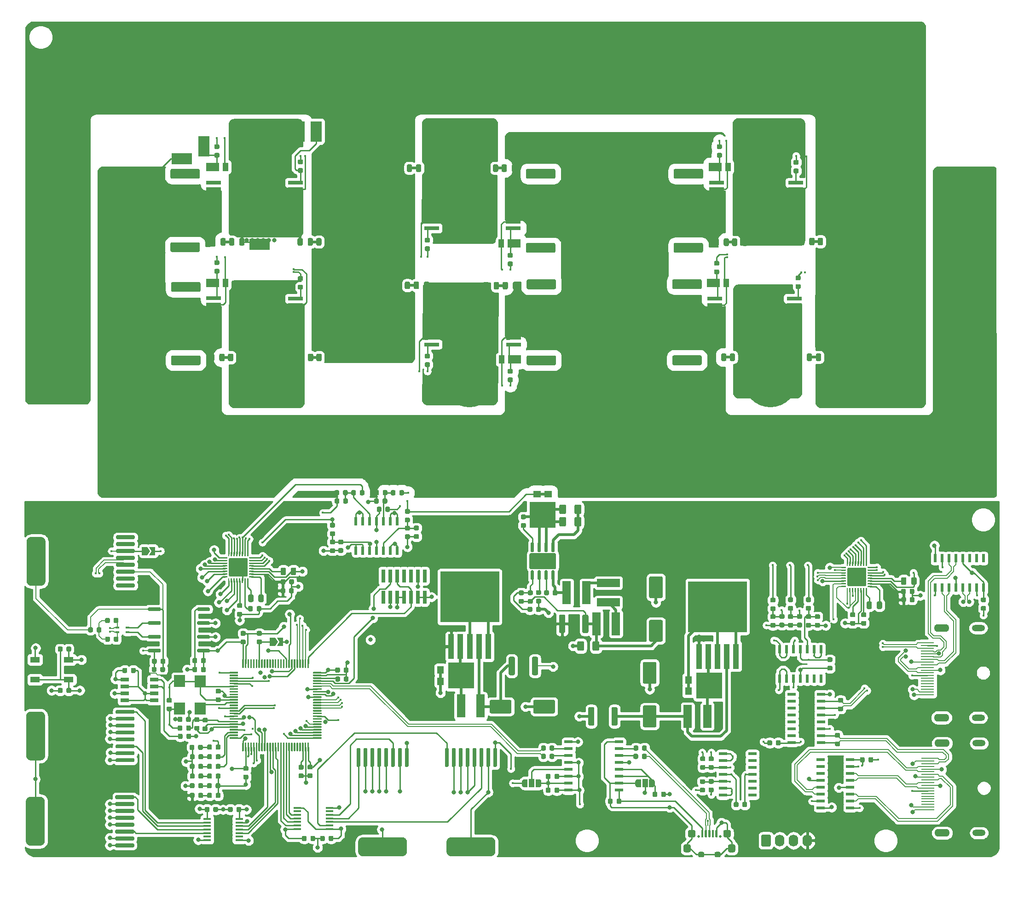
<source format=gbr>
%TF.GenerationSoftware,KiCad,Pcbnew,(5.1.12)-1*%
%TF.CreationDate,2021-11-28T23:41:53-06:00*%
%TF.ProjectId,DRV8350S_Double,44525638-3335-4305-935f-446f75626c65,rev?*%
%TF.SameCoordinates,Original*%
%TF.FileFunction,Copper,L1,Top*%
%TF.FilePolarity,Positive*%
%FSLAX46Y46*%
G04 Gerber Fmt 4.6, Leading zero omitted, Abs format (unit mm)*
G04 Created by KiCad (PCBNEW (5.1.12)-1) date 2021-11-28 23:41:53*
%MOMM*%
%LPD*%
G01*
G04 APERTURE LIST*
%TA.AperFunction,SMDPad,CuDef*%
%ADD10R,3.800000X2.000000*%
%TD*%
%TA.AperFunction,SMDPad,CuDef*%
%ADD11R,2.000000X3.800000*%
%TD*%
%TA.AperFunction,SMDPad,CuDef*%
%ADD12C,0.100000*%
%TD*%
%TA.AperFunction,SMDPad,CuDef*%
%ADD13R,1.500000X0.600000*%
%TD*%
%TA.AperFunction,SMDPad,CuDef*%
%ADD14R,1.050000X1.500000*%
%TD*%
%TA.AperFunction,SMDPad,CuDef*%
%ADD15R,2.400000X1.500000*%
%TD*%
%TA.AperFunction,SMDPad,CuDef*%
%ADD16R,1.450000X0.450000*%
%TD*%
%TA.AperFunction,ComponentPad*%
%ADD17C,0.500000*%
%TD*%
%TA.AperFunction,SMDPad,CuDef*%
%ADD18R,1.800000X1.100000*%
%TD*%
%TA.AperFunction,SMDPad,CuDef*%
%ADD19R,2.400000X0.280000*%
%TD*%
%TA.AperFunction,ComponentPad*%
%ADD20O,2.800000X1.400000*%
%TD*%
%TA.AperFunction,ComponentPad*%
%ADD21O,2.400000X1.200000*%
%TD*%
%TA.AperFunction,SMDPad,CuDef*%
%ADD22R,1.500000X4.200000*%
%TD*%
%TA.AperFunction,SMDPad,CuDef*%
%ADD23R,4.200000X1.500000*%
%TD*%
%TA.AperFunction,ComponentPad*%
%ADD24C,10.000000*%
%TD*%
%TA.AperFunction,SMDPad,CuDef*%
%ADD25R,1.270000X1.400000*%
%TD*%
%TA.AperFunction,SMDPad,CuDef*%
%ADD26R,4.720000X4.800000*%
%TD*%
%TA.AperFunction,SMDPad,CuDef*%
%ADD27R,1.400000X1.270000*%
%TD*%
%TA.AperFunction,SMDPad,CuDef*%
%ADD28R,4.800000X4.720000*%
%TD*%
%TA.AperFunction,SMDPad,CuDef*%
%ADD29R,1.000000X1.500000*%
%TD*%
%TA.AperFunction,SMDPad,CuDef*%
%ADD30R,2.000000X2.200000*%
%TD*%
%TA.AperFunction,SMDPad,CuDef*%
%ADD31R,0.600000X1.500000*%
%TD*%
%TA.AperFunction,SMDPad,CuDef*%
%ADD32R,10.800000X9.400000*%
%TD*%
%TA.AperFunction,SMDPad,CuDef*%
%ADD33R,1.100000X4.600000*%
%TD*%
%TA.AperFunction,SMDPad,CuDef*%
%ADD34R,0.800000X8.000000*%
%TD*%
%TA.AperFunction,SMDPad,CuDef*%
%ADD35R,2.800000X0.800000*%
%TD*%
%TA.AperFunction,SMDPad,CuDef*%
%ADD36R,3.700000X9.700000*%
%TD*%
%TA.AperFunction,SMDPad,CuDef*%
%ADD37R,2.900000X8.700000*%
%TD*%
%TA.AperFunction,SMDPad,CuDef*%
%ADD38R,1.400000X10.100000*%
%TD*%
%TA.AperFunction,ComponentPad*%
%ADD39O,1.740000X2.200000*%
%TD*%
%TA.AperFunction,SMDPad,CuDef*%
%ADD40R,0.740000X2.400000*%
%TD*%
%TA.AperFunction,SMDPad,CuDef*%
%ADD41R,1.525000X0.700000*%
%TD*%
%TA.AperFunction,SMDPad,CuDef*%
%ADD42R,0.750000X0.400000*%
%TD*%
%TA.AperFunction,ViaPad*%
%ADD43C,0.800000*%
%TD*%
%TA.AperFunction,ViaPad*%
%ADD44C,0.400000*%
%TD*%
%TA.AperFunction,Conductor*%
%ADD45C,0.500000*%
%TD*%
%TA.AperFunction,Conductor*%
%ADD46C,0.250000*%
%TD*%
%TA.AperFunction,Conductor*%
%ADD47C,0.200000*%
%TD*%
%TA.AperFunction,Conductor*%
%ADD48C,0.254000*%
%TD*%
%TA.AperFunction,Conductor*%
%ADD49C,0.100000*%
%TD*%
G04 APERTURE END LIST*
%TO.P,R25,2*%
%TO.N,Net-(D11-Pad1)*%
%TA.AperFunction,SMDPad,CuDef*%
G36*
G01*
X160652750Y-61538500D02*
X161165250Y-61538500D01*
G75*
G02*
X161384000Y-61757250I0J-218750D01*
G01*
X161384000Y-62194750D01*
G75*
G02*
X161165250Y-62413500I-218750J0D01*
G01*
X160652750Y-62413500D01*
G75*
G02*
X160434000Y-62194750I0J218750D01*
G01*
X160434000Y-61757250D01*
G75*
G02*
X160652750Y-61538500I218750J0D01*
G01*
G37*
%TD.AperFunction*%
%TO.P,R25,1*%
%TO.N,GLA2*%
%TA.AperFunction,SMDPad,CuDef*%
G36*
G01*
X160652750Y-59963500D02*
X161165250Y-59963500D01*
G75*
G02*
X161384000Y-60182250I0J-218750D01*
G01*
X161384000Y-60619750D01*
G75*
G02*
X161165250Y-60838500I-218750J0D01*
G01*
X160652750Y-60838500D01*
G75*
G02*
X160434000Y-60619750I0J218750D01*
G01*
X160434000Y-60182250D01*
G75*
G02*
X160652750Y-59963500I218750J0D01*
G01*
G37*
%TD.AperFunction*%
%TD*%
%TO.P,R24,2*%
%TO.N,Net-(D10-Pad1)*%
%TA.AperFunction,SMDPad,CuDef*%
G36*
G01*
X123192250Y-80701500D02*
X122679750Y-80701500D01*
G75*
G02*
X122461000Y-80482750I0J218750D01*
G01*
X122461000Y-80045250D01*
G75*
G02*
X122679750Y-79826500I218750J0D01*
G01*
X123192250Y-79826500D01*
G75*
G02*
X123411000Y-80045250I0J-218750D01*
G01*
X123411000Y-80482750D01*
G75*
G02*
X123192250Y-80701500I-218750J0D01*
G01*
G37*
%TD.AperFunction*%
%TO.P,R24,1*%
%TO.N,GLA1*%
%TA.AperFunction,SMDPad,CuDef*%
G36*
G01*
X123192250Y-82276500D02*
X122679750Y-82276500D01*
G75*
G02*
X122461000Y-82057750I0J218750D01*
G01*
X122461000Y-81620250D01*
G75*
G02*
X122679750Y-81401500I218750J0D01*
G01*
X123192250Y-81401500D01*
G75*
G02*
X123411000Y-81620250I0J-218750D01*
G01*
X123411000Y-82057750D01*
G75*
G02*
X123192250Y-82276500I-218750J0D01*
G01*
G37*
%TD.AperFunction*%
%TD*%
%TO.P,R26,2*%
%TO.N,Net-(Q1-Pad1)*%
%TA.AperFunction,SMDPad,CuDef*%
G36*
G01*
X107952250Y-77907500D02*
X107439750Y-77907500D01*
G75*
G02*
X107221000Y-77688750I0J218750D01*
G01*
X107221000Y-77251250D01*
G75*
G02*
X107439750Y-77032500I218750J0D01*
G01*
X107952250Y-77032500D01*
G75*
G02*
X108171000Y-77251250I0J-218750D01*
G01*
X108171000Y-77688750D01*
G75*
G02*
X107952250Y-77907500I-218750J0D01*
G01*
G37*
%TD.AperFunction*%
%TO.P,R26,1*%
%TO.N,GHA1*%
%TA.AperFunction,SMDPad,CuDef*%
G36*
G01*
X107952250Y-79482500D02*
X107439750Y-79482500D01*
G75*
G02*
X107221000Y-79263750I0J218750D01*
G01*
X107221000Y-78826250D01*
G75*
G02*
X107439750Y-78607500I218750J0D01*
G01*
X107952250Y-78607500D01*
G75*
G02*
X108171000Y-78826250I0J-218750D01*
G01*
X108171000Y-79263750D01*
G75*
G02*
X107952250Y-79482500I-218750J0D01*
G01*
G37*
%TD.AperFunction*%
%TD*%
D10*
%TO.P,TP17,1*%
%TO.N,GND*%
X62509400Y-41122600D03*
%TD*%
D11*
%TO.P,TP15,1*%
%TO.N,B1*%
X84137500Y-36131500D03*
%TD*%
%TO.P,R41,2*%
%TO.N,Net-(Q9-Pad1)*%
%TA.AperFunction,SMDPad,CuDef*%
G36*
G01*
X84071750Y-64332500D02*
X84584250Y-64332500D01*
G75*
G02*
X84803000Y-64551250I0J-218750D01*
G01*
X84803000Y-64988750D01*
G75*
G02*
X84584250Y-65207500I-218750J0D01*
G01*
X84071750Y-65207500D01*
G75*
G02*
X83853000Y-64988750I0J218750D01*
G01*
X83853000Y-64551250D01*
G75*
G02*
X84071750Y-64332500I218750J0D01*
G01*
G37*
%TD.AperFunction*%
%TO.P,R41,1*%
%TO.N,C1*%
%TA.AperFunction,SMDPad,CuDef*%
G36*
G01*
X84071750Y-62757500D02*
X84584250Y-62757500D01*
G75*
G02*
X84803000Y-62976250I0J-218750D01*
G01*
X84803000Y-63413750D01*
G75*
G02*
X84584250Y-63632500I-218750J0D01*
G01*
X84071750Y-63632500D01*
G75*
G02*
X83853000Y-63413750I0J218750D01*
G01*
X83853000Y-62976250D01*
G75*
G02*
X84071750Y-62757500I218750J0D01*
G01*
G37*
%TD.AperFunction*%
%TD*%
%TO.P,C91,2*%
%TO.N,GND*%
%TA.AperFunction,SMDPad,CuDef*%
G36*
G01*
X181480750Y-134462000D02*
X181993250Y-134462000D01*
G75*
G02*
X182212000Y-134680750I0J-218750D01*
G01*
X182212000Y-135118250D01*
G75*
G02*
X181993250Y-135337000I-218750J0D01*
G01*
X181480750Y-135337000D01*
G75*
G02*
X181262000Y-135118250I0J218750D01*
G01*
X181262000Y-134680750D01*
G75*
G02*
X181480750Y-134462000I218750J0D01*
G01*
G37*
%TD.AperFunction*%
%TO.P,C91,1*%
%TO.N,+5V*%
%TA.AperFunction,SMDPad,CuDef*%
G36*
G01*
X181480750Y-132887000D02*
X181993250Y-132887000D01*
G75*
G02*
X182212000Y-133105750I0J-218750D01*
G01*
X182212000Y-133543250D01*
G75*
G02*
X181993250Y-133762000I-218750J0D01*
G01*
X181480750Y-133762000D01*
G75*
G02*
X181262000Y-133543250I0J218750D01*
G01*
X181262000Y-133105750D01*
G75*
G02*
X181480750Y-132887000I218750J0D01*
G01*
G37*
%TD.AperFunction*%
%TD*%
%TO.P,C90,2*%
%TO.N,GND*%
%TA.AperFunction,SMDPad,CuDef*%
G36*
G01*
X165627700Y-160250850D02*
X165627700Y-159738350D01*
G75*
G02*
X165846450Y-159519600I218750J0D01*
G01*
X166283950Y-159519600D01*
G75*
G02*
X166502700Y-159738350I0J-218750D01*
G01*
X166502700Y-160250850D01*
G75*
G02*
X166283950Y-160469600I-218750J0D01*
G01*
X165846450Y-160469600D01*
G75*
G02*
X165627700Y-160250850I0J218750D01*
G01*
G37*
%TD.AperFunction*%
%TO.P,C90,1*%
%TO.N,+5V*%
%TA.AperFunction,SMDPad,CuDef*%
G36*
G01*
X164052700Y-160250850D02*
X164052700Y-159738350D01*
G75*
G02*
X164271450Y-159519600I218750J0D01*
G01*
X164708950Y-159519600D01*
G75*
G02*
X164927700Y-159738350I0J-218750D01*
G01*
X164927700Y-160250850D01*
G75*
G02*
X164708950Y-160469600I-218750J0D01*
G01*
X164271450Y-160469600D01*
G75*
G02*
X164052700Y-160250850I0J218750D01*
G01*
G37*
%TD.AperFunction*%
%TD*%
%TO.P,C89,2*%
%TO.N,GND*%
%TA.AperFunction,SMDPad,CuDef*%
G36*
G01*
X171100100Y-148384550D02*
X171100100Y-148897050D01*
G75*
G02*
X170881350Y-149115800I-218750J0D01*
G01*
X170443850Y-149115800D01*
G75*
G02*
X170225100Y-148897050I0J218750D01*
G01*
X170225100Y-148384550D01*
G75*
G02*
X170443850Y-148165800I218750J0D01*
G01*
X170881350Y-148165800D01*
G75*
G02*
X171100100Y-148384550I0J-218750D01*
G01*
G37*
%TD.AperFunction*%
%TO.P,C89,1*%
%TO.N,+3V3*%
%TA.AperFunction,SMDPad,CuDef*%
G36*
G01*
X172675100Y-148384550D02*
X172675100Y-148897050D01*
G75*
G02*
X172456350Y-149115800I-218750J0D01*
G01*
X172018850Y-149115800D01*
G75*
G02*
X171800100Y-148897050I0J218750D01*
G01*
X171800100Y-148384550D01*
G75*
G02*
X172018850Y-148165800I218750J0D01*
G01*
X172456350Y-148165800D01*
G75*
G02*
X172675100Y-148384550I0J-218750D01*
G01*
G37*
%TD.AperFunction*%
%TD*%
%TO.P,C88,2*%
%TO.N,GND*%
%TA.AperFunction,SMDPad,CuDef*%
G36*
G01*
X209725550Y-123463800D02*
X210238050Y-123463800D01*
G75*
G02*
X210456800Y-123682550I0J-218750D01*
G01*
X210456800Y-124120050D01*
G75*
G02*
X210238050Y-124338800I-218750J0D01*
G01*
X209725550Y-124338800D01*
G75*
G02*
X209506800Y-124120050I0J218750D01*
G01*
X209506800Y-123682550D01*
G75*
G02*
X209725550Y-123463800I218750J0D01*
G01*
G37*
%TD.AperFunction*%
%TO.P,C88,1*%
%TO.N,+3V3*%
%TA.AperFunction,SMDPad,CuDef*%
G36*
G01*
X209725550Y-121888800D02*
X210238050Y-121888800D01*
G75*
G02*
X210456800Y-122107550I0J-218750D01*
G01*
X210456800Y-122545050D01*
G75*
G02*
X210238050Y-122763800I-218750J0D01*
G01*
X209725550Y-122763800D01*
G75*
G02*
X209506800Y-122545050I0J218750D01*
G01*
X209506800Y-122107550D01*
G75*
G02*
X209725550Y-121888800I218750J0D01*
G01*
G37*
%TD.AperFunction*%
%TD*%
%TO.P,C87,2*%
%TO.N,GND*%
%TA.AperFunction,SMDPad,CuDef*%
G36*
G01*
X188843500Y-152021250D02*
X188843500Y-151508750D01*
G75*
G02*
X189062250Y-151290000I218750J0D01*
G01*
X189499750Y-151290000D01*
G75*
G02*
X189718500Y-151508750I0J-218750D01*
G01*
X189718500Y-152021250D01*
G75*
G02*
X189499750Y-152240000I-218750J0D01*
G01*
X189062250Y-152240000D01*
G75*
G02*
X188843500Y-152021250I0J218750D01*
G01*
G37*
%TD.AperFunction*%
%TO.P,C87,1*%
%TO.N,+3V3*%
%TA.AperFunction,SMDPad,CuDef*%
G36*
G01*
X187268500Y-152021250D02*
X187268500Y-151508750D01*
G75*
G02*
X187487250Y-151290000I218750J0D01*
G01*
X187924750Y-151290000D01*
G75*
G02*
X188143500Y-151508750I0J-218750D01*
G01*
X188143500Y-152021250D01*
G75*
G02*
X187924750Y-152240000I-218750J0D01*
G01*
X187487250Y-152240000D01*
G75*
G02*
X187268500Y-152021250I0J218750D01*
G01*
G37*
%TD.AperFunction*%
%TD*%
%TO.P,C86,2*%
%TO.N,GND*%
%TA.AperFunction,SMDPad,CuDef*%
G36*
G01*
X99943300Y-105920250D02*
X99943300Y-105407750D01*
G75*
G02*
X100162050Y-105189000I218750J0D01*
G01*
X100599550Y-105189000D01*
G75*
G02*
X100818300Y-105407750I0J-218750D01*
G01*
X100818300Y-105920250D01*
G75*
G02*
X100599550Y-106139000I-218750J0D01*
G01*
X100162050Y-106139000D01*
G75*
G02*
X99943300Y-105920250I0J218750D01*
G01*
G37*
%TD.AperFunction*%
%TO.P,C86,1*%
%TO.N,+5V*%
%TA.AperFunction,SMDPad,CuDef*%
G36*
G01*
X98368300Y-105920250D02*
X98368300Y-105407750D01*
G75*
G02*
X98587050Y-105189000I218750J0D01*
G01*
X99024550Y-105189000D01*
G75*
G02*
X99243300Y-105407750I0J-218750D01*
G01*
X99243300Y-105920250D01*
G75*
G02*
X99024550Y-106139000I-218750J0D01*
G01*
X98587050Y-106139000D01*
G75*
G02*
X98368300Y-105920250I0J218750D01*
G01*
G37*
%TD.AperFunction*%
%TD*%
%TA.AperFunction,SMDPad,CuDef*%
D12*
%TO.P,JP4,1*%
%TO.N,5V_ISO*%
G36*
X56663000Y-113347500D02*
G01*
X56163000Y-114097500D01*
X55163000Y-114097500D01*
X55163000Y-112597500D01*
X56163000Y-112597500D01*
X56663000Y-113347500D01*
G37*
%TD.AperFunction*%
%TA.AperFunction,SMDPad,CuDef*%
%TO.P,JP4,2*%
%TO.N,+5V*%
G36*
X57613000Y-114097500D02*
G01*
X56463000Y-114097500D01*
X56963000Y-113347500D01*
X56463000Y-112597500D01*
X57613000Y-112597500D01*
X57613000Y-114097500D01*
G37*
%TD.AperFunction*%
%TD*%
%TO.P,R62,2*%
%TO.N,+3V3*%
%TA.AperFunction,SMDPad,CuDef*%
G36*
G01*
X160149250Y-152024500D02*
X159636750Y-152024500D01*
G75*
G02*
X159418000Y-151805750I0J218750D01*
G01*
X159418000Y-151368250D01*
G75*
G02*
X159636750Y-151149500I218750J0D01*
G01*
X160149250Y-151149500D01*
G75*
G02*
X160368000Y-151368250I0J-218750D01*
G01*
X160368000Y-151805750D01*
G75*
G02*
X160149250Y-152024500I-218750J0D01*
G01*
G37*
%TD.AperFunction*%
%TO.P,R62,1*%
%TO.N,TEMP_1*%
%TA.AperFunction,SMDPad,CuDef*%
G36*
G01*
X160149250Y-153599500D02*
X159636750Y-153599500D01*
G75*
G02*
X159418000Y-153380750I0J218750D01*
G01*
X159418000Y-152943250D01*
G75*
G02*
X159636750Y-152724500I218750J0D01*
G01*
X160149250Y-152724500D01*
G75*
G02*
X160368000Y-152943250I0J-218750D01*
G01*
X160368000Y-153380750D01*
G75*
G02*
X160149250Y-153599500I-218750J0D01*
G01*
G37*
%TD.AperFunction*%
%TD*%
%TO.P,R61,2*%
%TO.N,+3V3*%
%TA.AperFunction,SMDPad,CuDef*%
G36*
G01*
X158049250Y-156903000D02*
X158561750Y-156903000D01*
G75*
G02*
X158780500Y-157121750I0J-218750D01*
G01*
X158780500Y-157559250D01*
G75*
G02*
X158561750Y-157778000I-218750J0D01*
G01*
X158049250Y-157778000D01*
G75*
G02*
X157830500Y-157559250I0J218750D01*
G01*
X157830500Y-157121750D01*
G75*
G02*
X158049250Y-156903000I218750J0D01*
G01*
G37*
%TD.AperFunction*%
%TO.P,R61,1*%
%TO.N,TEMP_2*%
%TA.AperFunction,SMDPad,CuDef*%
G36*
G01*
X158049250Y-155328000D02*
X158561750Y-155328000D01*
G75*
G02*
X158780500Y-155546750I0J-218750D01*
G01*
X158780500Y-155984250D01*
G75*
G02*
X158561750Y-156203000I-218750J0D01*
G01*
X158049250Y-156203000D01*
G75*
G02*
X157830500Y-155984250I0J218750D01*
G01*
X157830500Y-155546750D01*
G75*
G02*
X158049250Y-155328000I218750J0D01*
G01*
G37*
%TD.AperFunction*%
%TD*%
D13*
%TO.P,U17,14*%
%TO.N,N/C*%
X167475500Y-150668500D03*
%TO.P,U17,13*%
X167475500Y-151938500D03*
%TO.P,U17,12*%
X167475500Y-153208500D03*
%TO.P,U17,11*%
%TO.N,GND*%
X167475500Y-154478500D03*
%TO.P,U17,10*%
%TO.N,N/C*%
X167475500Y-155748500D03*
%TO.P,U17,9*%
X167475500Y-157018500D03*
%TO.P,U17,8*%
X167475500Y-158288500D03*
%TO.P,U17,7*%
%TO.N,TEMP_2_OUT*%
X162075500Y-158288500D03*
%TO.P,U17,6*%
X162075500Y-157018500D03*
%TO.P,U17,5*%
%TO.N,TEMP_2*%
X162075500Y-155748500D03*
%TO.P,U17,4*%
%TO.N,+5V*%
X162075500Y-154478500D03*
%TO.P,U17,3*%
%TO.N,TEMP_1*%
X162075500Y-153208500D03*
%TO.P,U17,2*%
%TO.N,TEMP_1_OUT*%
X162075500Y-151938500D03*
%TO.P,U17,1*%
X162075500Y-150668500D03*
%TD*%
%TO.P,C8,2*%
%TO.N,TEMP_2*%
%TA.AperFunction,SMDPad,CuDef*%
G36*
G01*
X160149250Y-156177500D02*
X159636750Y-156177500D01*
G75*
G02*
X159418000Y-155958750I0J218750D01*
G01*
X159418000Y-155521250D01*
G75*
G02*
X159636750Y-155302500I218750J0D01*
G01*
X160149250Y-155302500D01*
G75*
G02*
X160368000Y-155521250I0J-218750D01*
G01*
X160368000Y-155958750D01*
G75*
G02*
X160149250Y-156177500I-218750J0D01*
G01*
G37*
%TD.AperFunction*%
%TO.P,C8,1*%
%TO.N,GND*%
%TA.AperFunction,SMDPad,CuDef*%
G36*
G01*
X160149250Y-157752500D02*
X159636750Y-157752500D01*
G75*
G02*
X159418000Y-157533750I0J218750D01*
G01*
X159418000Y-157096250D01*
G75*
G02*
X159636750Y-156877500I218750J0D01*
G01*
X160149250Y-156877500D01*
G75*
G02*
X160368000Y-157096250I0J-218750D01*
G01*
X160368000Y-157533750D01*
G75*
G02*
X160149250Y-157752500I-218750J0D01*
G01*
G37*
%TD.AperFunction*%
%TD*%
%TO.P,C85,2*%
%TO.N,TEMP_1*%
%TA.AperFunction,SMDPad,CuDef*%
G36*
G01*
X158087350Y-152724600D02*
X158599850Y-152724600D01*
G75*
G02*
X158818600Y-152943350I0J-218750D01*
G01*
X158818600Y-153380850D01*
G75*
G02*
X158599850Y-153599600I-218750J0D01*
G01*
X158087350Y-153599600D01*
G75*
G02*
X157868600Y-153380850I0J218750D01*
G01*
X157868600Y-152943350D01*
G75*
G02*
X158087350Y-152724600I218750J0D01*
G01*
G37*
%TD.AperFunction*%
%TO.P,C85,1*%
%TO.N,GND*%
%TA.AperFunction,SMDPad,CuDef*%
G36*
G01*
X158087350Y-151149600D02*
X158599850Y-151149600D01*
G75*
G02*
X158818600Y-151368350I0J-218750D01*
G01*
X158818600Y-151805850D01*
G75*
G02*
X158599850Y-152024600I-218750J0D01*
G01*
X158087350Y-152024600D01*
G75*
G02*
X157868600Y-151805850I0J218750D01*
G01*
X157868600Y-151368350D01*
G75*
G02*
X158087350Y-151149600I218750J0D01*
G01*
G37*
%TD.AperFunction*%
%TD*%
D14*
%TO.P,D12,2*%
%TO.N,GND*%
X70574000Y-42672000D03*
D15*
%TO.P,D12,1*%
%TO.N,Net-(D12-Pad1)*%
X68199000Y-42672000D03*
%TD*%
%TO.P,C82,2*%
%TO.N,+5V*%
%TA.AperFunction,SMDPad,CuDef*%
G36*
G01*
X89529500Y-166499250D02*
X89529500Y-165986750D01*
G75*
G02*
X89748250Y-165768000I218750J0D01*
G01*
X90185750Y-165768000D01*
G75*
G02*
X90404500Y-165986750I0J-218750D01*
G01*
X90404500Y-166499250D01*
G75*
G02*
X90185750Y-166718000I-218750J0D01*
G01*
X89748250Y-166718000D01*
G75*
G02*
X89529500Y-166499250I0J218750D01*
G01*
G37*
%TD.AperFunction*%
%TO.P,C82,1*%
%TO.N,GND*%
%TA.AperFunction,SMDPad,CuDef*%
G36*
G01*
X87954500Y-166499250D02*
X87954500Y-165986750D01*
G75*
G02*
X88173250Y-165768000I218750J0D01*
G01*
X88610750Y-165768000D01*
G75*
G02*
X88829500Y-165986750I0J-218750D01*
G01*
X88829500Y-166499250D01*
G75*
G02*
X88610750Y-166718000I-218750J0D01*
G01*
X88173250Y-166718000D01*
G75*
G02*
X87954500Y-166499250I0J218750D01*
G01*
G37*
%TD.AperFunction*%
%TD*%
D16*
%TO.P,U15,14*%
%TO.N,+3V3*%
X83762000Y-164480000D03*
%TO.P,U15,13*%
%TO.N,DFSDM1_DATIN4*%
X83762000Y-163830000D03*
%TO.P,U15,12*%
%TO.N,DFSDM1_CKIN4*%
X83762000Y-163180000D03*
%TO.P,U15,11*%
%TO.N,DFSDM1_DATIN5*%
X83762000Y-162530000D03*
%TO.P,U15,10*%
%TO.N,DFSDM1_CKIN5*%
X83762000Y-161880000D03*
%TO.P,U15,9*%
%TO.N,N/C*%
X83762000Y-161230000D03*
%TO.P,U15,8*%
%TO.N,+5V*%
X83762000Y-160580000D03*
%TO.P,U15,7*%
%TO.N,GND*%
X89662000Y-160580000D03*
%TO.P,U15,6*%
%TO.N,N/C*%
X89662000Y-161230000D03*
%TO.P,U15,5*%
%TO.N,DFSDM1_CKIN5_5V*%
X89662000Y-161880000D03*
%TO.P,U15,4*%
%TO.N,DFSDM1_DATIN5_5V*%
X89662000Y-162530000D03*
%TO.P,U15,3*%
%TO.N,DFSDM1_CKIN4_5V*%
X89662000Y-163180000D03*
%TO.P,U15,2*%
%TO.N,DFSDM1_DATIN4_5V*%
X89662000Y-163830000D03*
%TO.P,U15,1*%
%TO.N,+5V*%
X89662000Y-164480000D03*
%TD*%
%TO.P,U5,8*%
%TO.N,5V_ISO*%
%TA.AperFunction,SMDPad,CuDef*%
G36*
G01*
X58636160Y-131506020D02*
X58636160Y-131831020D01*
G75*
G02*
X58473660Y-131993520I-162500J0D01*
G01*
X56448660Y-131993520D01*
G75*
G02*
X56286160Y-131831020I0J162500D01*
G01*
X56286160Y-131506020D01*
G75*
G02*
X56448660Y-131343520I162500J0D01*
G01*
X58473660Y-131343520D01*
G75*
G02*
X58636160Y-131506020I0J-162500D01*
G01*
G37*
%TD.AperFunction*%
%TO.P,U5,7*%
%TO.N,CAN_H*%
%TA.AperFunction,SMDPad,CuDef*%
G36*
G01*
X58636160Y-128966020D02*
X58636160Y-129291020D01*
G75*
G02*
X58473660Y-129453520I-162500J0D01*
G01*
X56448660Y-129453520D01*
G75*
G02*
X56286160Y-129291020I0J162500D01*
G01*
X56286160Y-128966020D01*
G75*
G02*
X56448660Y-128803520I162500J0D01*
G01*
X58473660Y-128803520D01*
G75*
G02*
X58636160Y-128966020I0J-162500D01*
G01*
G37*
%TD.AperFunction*%
%TO.P,U5,6*%
%TO.N,CAN_L*%
%TA.AperFunction,SMDPad,CuDef*%
G36*
G01*
X58636160Y-126426020D02*
X58636160Y-126751020D01*
G75*
G02*
X58473660Y-126913520I-162500J0D01*
G01*
X56448660Y-126913520D01*
G75*
G02*
X56286160Y-126751020I0J162500D01*
G01*
X56286160Y-126426020D01*
G75*
G02*
X56448660Y-126263520I162500J0D01*
G01*
X58473660Y-126263520D01*
G75*
G02*
X58636160Y-126426020I0J-162500D01*
G01*
G37*
%TD.AperFunction*%
%TO.P,U5,5*%
%TO.N,GND_ISO*%
%TA.AperFunction,SMDPad,CuDef*%
G36*
G01*
X58636160Y-123886020D02*
X58636160Y-124211020D01*
G75*
G02*
X58473660Y-124373520I-162500J0D01*
G01*
X56448660Y-124373520D01*
G75*
G02*
X56286160Y-124211020I0J162500D01*
G01*
X56286160Y-123886020D01*
G75*
G02*
X56448660Y-123723520I162500J0D01*
G01*
X58473660Y-123723520D01*
G75*
G02*
X58636160Y-123886020I0J-162500D01*
G01*
G37*
%TD.AperFunction*%
%TO.P,U5,4*%
%TO.N,GND*%
%TA.AperFunction,SMDPad,CuDef*%
G36*
G01*
X67686160Y-123886020D02*
X67686160Y-124211020D01*
G75*
G02*
X67523660Y-124373520I-162500J0D01*
G01*
X65498660Y-124373520D01*
G75*
G02*
X65336160Y-124211020I0J162500D01*
G01*
X65336160Y-123886020D01*
G75*
G02*
X65498660Y-123723520I162500J0D01*
G01*
X67523660Y-123723520D01*
G75*
G02*
X67686160Y-123886020I0J-162500D01*
G01*
G37*
%TD.AperFunction*%
%TO.P,U5,3*%
%TO.N,CAN1_TX*%
%TA.AperFunction,SMDPad,CuDef*%
G36*
G01*
X67686160Y-126426020D02*
X67686160Y-126751020D01*
G75*
G02*
X67523660Y-126913520I-162500J0D01*
G01*
X65498660Y-126913520D01*
G75*
G02*
X65336160Y-126751020I0J162500D01*
G01*
X65336160Y-126426020D01*
G75*
G02*
X65498660Y-126263520I162500J0D01*
G01*
X67523660Y-126263520D01*
G75*
G02*
X67686160Y-126426020I0J-162500D01*
G01*
G37*
%TD.AperFunction*%
%TO.P,U5,2*%
%TO.N,CAN1_RX*%
%TA.AperFunction,SMDPad,CuDef*%
G36*
G01*
X67686160Y-128966020D02*
X67686160Y-129291020D01*
G75*
G02*
X67523660Y-129453520I-162500J0D01*
G01*
X65498660Y-129453520D01*
G75*
G02*
X65336160Y-129291020I0J162500D01*
G01*
X65336160Y-128966020D01*
G75*
G02*
X65498660Y-128803520I162500J0D01*
G01*
X67523660Y-128803520D01*
G75*
G02*
X67686160Y-128966020I0J-162500D01*
G01*
G37*
%TD.AperFunction*%
%TO.P,U5,1*%
%TO.N,+3V3*%
%TA.AperFunction,SMDPad,CuDef*%
G36*
G01*
X67686160Y-131506020D02*
X67686160Y-131831020D01*
G75*
G02*
X67523660Y-131993520I-162500J0D01*
G01*
X65498660Y-131993520D01*
G75*
G02*
X65336160Y-131831020I0J162500D01*
G01*
X65336160Y-131506020D01*
G75*
G02*
X65498660Y-131343520I162500J0D01*
G01*
X67523660Y-131343520D01*
G75*
G02*
X67686160Y-131506020I0J-162500D01*
G01*
G37*
%TD.AperFunction*%
%TD*%
%TO.P,U1,8*%
%TO.N,Net-(C12-Pad2)*%
%TA.AperFunction,SMDPad,CuDef*%
G36*
G01*
X130660000Y-116886500D02*
X130960000Y-116886500D01*
G75*
G02*
X131110000Y-117036500I0J-150000D01*
G01*
X131110000Y-118511500D01*
G75*
G02*
X130960000Y-118661500I-150000J0D01*
G01*
X130660000Y-118661500D01*
G75*
G02*
X130510000Y-118511500I0J150000D01*
G01*
X130510000Y-117036500D01*
G75*
G02*
X130660000Y-116886500I150000J0D01*
G01*
G37*
%TD.AperFunction*%
%TO.P,U1,7*%
%TO.N,Net-(C12-Pad1)*%
%TA.AperFunction,SMDPad,CuDef*%
G36*
G01*
X129390000Y-116886500D02*
X129690000Y-116886500D01*
G75*
G02*
X129840000Y-117036500I0J-150000D01*
G01*
X129840000Y-118511500D01*
G75*
G02*
X129690000Y-118661500I-150000J0D01*
G01*
X129390000Y-118661500D01*
G75*
G02*
X129240000Y-118511500I0J150000D01*
G01*
X129240000Y-117036500D01*
G75*
G02*
X129390000Y-116886500I150000J0D01*
G01*
G37*
%TD.AperFunction*%
%TO.P,U1,6*%
%TO.N,Net-(C6-Pad1)*%
%TA.AperFunction,SMDPad,CuDef*%
G36*
G01*
X128120000Y-116886500D02*
X128420000Y-116886500D01*
G75*
G02*
X128570000Y-117036500I0J-150000D01*
G01*
X128570000Y-118511500D01*
G75*
G02*
X128420000Y-118661500I-150000J0D01*
G01*
X128120000Y-118661500D01*
G75*
G02*
X127970000Y-118511500I0J150000D01*
G01*
X127970000Y-117036500D01*
G75*
G02*
X128120000Y-116886500I150000J0D01*
G01*
G37*
%TD.AperFunction*%
%TO.P,U1,5*%
%TO.N,Net-(C14-Pad2)*%
%TA.AperFunction,SMDPad,CuDef*%
G36*
G01*
X126850000Y-116886500D02*
X127150000Y-116886500D01*
G75*
G02*
X127300000Y-117036500I0J-150000D01*
G01*
X127300000Y-118511500D01*
G75*
G02*
X127150000Y-118661500I-150000J0D01*
G01*
X126850000Y-118661500D01*
G75*
G02*
X126700000Y-118511500I0J150000D01*
G01*
X126700000Y-117036500D01*
G75*
G02*
X126850000Y-116886500I150000J0D01*
G01*
G37*
%TD.AperFunction*%
%TO.P,U1,4*%
%TO.N,Net-(R3-Pad1)*%
%TA.AperFunction,SMDPad,CuDef*%
G36*
G01*
X126850000Y-111761500D02*
X127150000Y-111761500D01*
G75*
G02*
X127300000Y-111911500I0J-150000D01*
G01*
X127300000Y-113386500D01*
G75*
G02*
X127150000Y-113536500I-150000J0D01*
G01*
X126850000Y-113536500D01*
G75*
G02*
X126700000Y-113386500I0J150000D01*
G01*
X126700000Y-111911500D01*
G75*
G02*
X126850000Y-111761500I150000J0D01*
G01*
G37*
%TD.AperFunction*%
%TO.P,U1,3*%
%TO.N,Net-(C1-Pad1)*%
%TA.AperFunction,SMDPad,CuDef*%
G36*
G01*
X128120000Y-111761500D02*
X128420000Y-111761500D01*
G75*
G02*
X128570000Y-111911500I0J-150000D01*
G01*
X128570000Y-113386500D01*
G75*
G02*
X128420000Y-113536500I-150000J0D01*
G01*
X128120000Y-113536500D01*
G75*
G02*
X127970000Y-113386500I0J150000D01*
G01*
X127970000Y-111911500D01*
G75*
G02*
X128120000Y-111761500I150000J0D01*
G01*
G37*
%TD.AperFunction*%
%TO.P,U1,2*%
%TA.AperFunction,SMDPad,CuDef*%
G36*
G01*
X129390000Y-111761500D02*
X129690000Y-111761500D01*
G75*
G02*
X129840000Y-111911500I0J-150000D01*
G01*
X129840000Y-113386500D01*
G75*
G02*
X129690000Y-113536500I-150000J0D01*
G01*
X129390000Y-113536500D01*
G75*
G02*
X129240000Y-113386500I0J150000D01*
G01*
X129240000Y-111911500D01*
G75*
G02*
X129390000Y-111761500I150000J0D01*
G01*
G37*
%TD.AperFunction*%
%TO.P,U1,1*%
%TO.N,GND*%
%TA.AperFunction,SMDPad,CuDef*%
G36*
G01*
X130660000Y-111761500D02*
X130960000Y-111761500D01*
G75*
G02*
X131110000Y-111911500I0J-150000D01*
G01*
X131110000Y-113386500D01*
G75*
G02*
X130960000Y-113536500I-150000J0D01*
G01*
X130660000Y-113536500D01*
G75*
G02*
X130510000Y-113386500I0J150000D01*
G01*
X130510000Y-111911500D01*
G75*
G02*
X130660000Y-111761500I150000J0D01*
G01*
G37*
%TD.AperFunction*%
D17*
%TO.P,U1,9*%
X126955000Y-115861500D03*
X126955000Y-114561500D03*
X128255000Y-115861500D03*
X128255000Y-114561500D03*
X129555000Y-115861500D03*
X129555000Y-114561500D03*
X130855000Y-115861500D03*
X130855000Y-114561500D03*
%TA.AperFunction,SMDPad,CuDef*%
G36*
G01*
X126705000Y-113736500D02*
X131105000Y-113736500D01*
G75*
G02*
X131355000Y-113986500I0J-250000D01*
G01*
X131355000Y-116436500D01*
G75*
G02*
X131105000Y-116686500I-250000J0D01*
G01*
X126705000Y-116686500D01*
G75*
G02*
X126455000Y-116436500I0J250000D01*
G01*
X126455000Y-113986500D01*
G75*
G02*
X126705000Y-113736500I250000J0D01*
G01*
G37*
%TD.AperFunction*%
%TD*%
D18*
%TO.P,SW2,2*%
%TO.N,NRST*%
X41714100Y-137024600D03*
X35514100Y-137024600D03*
%TO.P,SW2,1*%
%TO.N,GND*%
X41714100Y-133324600D03*
X35514100Y-133324600D03*
%TD*%
%TO.P,C23,2*%
%TO.N,GND*%
%TA.AperFunction,SMDPad,CuDef*%
G36*
G01*
X59941750Y-141955000D02*
X60454250Y-141955000D01*
G75*
G02*
X60673000Y-142173750I0J-218750D01*
G01*
X60673000Y-142611250D01*
G75*
G02*
X60454250Y-142830000I-218750J0D01*
G01*
X59941750Y-142830000D01*
G75*
G02*
X59723000Y-142611250I0J218750D01*
G01*
X59723000Y-142173750D01*
G75*
G02*
X59941750Y-141955000I218750J0D01*
G01*
G37*
%TD.AperFunction*%
%TO.P,C23,1*%
%TO.N,+3V3*%
%TA.AperFunction,SMDPad,CuDef*%
G36*
G01*
X59941750Y-140380000D02*
X60454250Y-140380000D01*
G75*
G02*
X60673000Y-140598750I0J-218750D01*
G01*
X60673000Y-141036250D01*
G75*
G02*
X60454250Y-141255000I-218750J0D01*
G01*
X59941750Y-141255000D01*
G75*
G02*
X59723000Y-141036250I0J218750D01*
G01*
X59723000Y-140598750D01*
G75*
G02*
X59941750Y-140380000I218750J0D01*
G01*
G37*
%TD.AperFunction*%
%TD*%
D19*
%TO.P,J9,1*%
%TO.N,SPI4_MISO_+*%
X199789000Y-151467000D03*
D20*
%TO.P,J9,S1*%
%TO.N,GND*%
X202389000Y-165217000D03*
D21*
%TO.P,J9,S3*%
X209169000Y-165217000D03*
D20*
%TO.P,J9,S2*%
X202389000Y-148717000D03*
D21*
%TO.P,J9,S4*%
X209169000Y-148717000D03*
D19*
%TO.P,J9,2*%
X199789000Y-151967000D03*
%TO.P,J9,3*%
%TO.N,SPI4_MISO_-*%
X199789000Y-152467000D03*
%TO.P,J9,4*%
%TO.N,SPI4_MOSI_+*%
X199789000Y-152967000D03*
%TO.P,J9,5*%
%TO.N,GND*%
X199789000Y-153467000D03*
%TO.P,J9,6*%
%TO.N,SPI4_MOSI_-*%
X199789000Y-153967000D03*
%TO.P,J9,7*%
%TO.N,SPI4_SCK_+*%
X199789000Y-154467000D03*
%TO.P,J9,8*%
%TO.N,GND*%
X199789000Y-154967000D03*
%TO.P,J9,9*%
%TO.N,SPI4_SCK_-*%
X199789000Y-155467000D03*
%TO.P,J9,10*%
%TO.N,SPI4_nSS_+*%
X199789000Y-155967000D03*
%TO.P,J9,11*%
%TO.N,GND*%
X199789000Y-156467000D03*
%TO.P,J9,12*%
%TO.N,SPI4_nSS_-*%
X199789000Y-156967000D03*
%TO.P,J9,13*%
%TO.N,TEMP_2*%
X199789000Y-157467000D03*
%TO.P,J9,14*%
%TO.N,N/C*%
X199789000Y-157967000D03*
%TO.P,J9,15*%
X199789000Y-158467000D03*
%TO.P,J9,16*%
X199789000Y-158967000D03*
%TO.P,J9,17*%
X199789000Y-159467000D03*
%TO.P,J9,18*%
X199789000Y-159967000D03*
%TO.P,J9,19*%
%TO.N,GND*%
X199789000Y-160467000D03*
%TO.P,J9,20*%
%TO.N,+3V3*%
X199789000Y-160967000D03*
%TD*%
%TO.P,J4,1*%
%TO.N,SPI6_MISO_+*%
X199673000Y-130263000D03*
D20*
%TO.P,J4,S1*%
%TO.N,GND*%
X202273000Y-144013000D03*
D21*
%TO.P,J4,S3*%
X209053000Y-144013000D03*
D20*
%TO.P,J4,S2*%
X202273000Y-127513000D03*
D21*
%TO.P,J4,S4*%
X209053000Y-127513000D03*
D19*
%TO.P,J4,2*%
X199673000Y-130763000D03*
%TO.P,J4,3*%
%TO.N,SPI6_MISO_-*%
X199673000Y-131263000D03*
%TO.P,J4,4*%
%TO.N,SPI6_MOSI_+*%
X199673000Y-131763000D03*
%TO.P,J4,5*%
%TO.N,GND*%
X199673000Y-132263000D03*
%TO.P,J4,6*%
%TO.N,SPI6_MOSI_-*%
X199673000Y-132763000D03*
%TO.P,J4,7*%
%TO.N,SPI6_SCK_+*%
X199673000Y-133263000D03*
%TO.P,J4,8*%
%TO.N,GND*%
X199673000Y-133763000D03*
%TO.P,J4,9*%
%TO.N,SPI6_SCK_-*%
X199673000Y-134263000D03*
%TO.P,J4,10*%
%TO.N,SPI6_nSS_+*%
X199673000Y-134763000D03*
%TO.P,J4,11*%
%TO.N,GND*%
X199673000Y-135263000D03*
%TO.P,J4,12*%
%TO.N,SPI6_nSS_-*%
X199673000Y-135763000D03*
%TO.P,J4,13*%
%TO.N,TEMP_1*%
X199673000Y-136263000D03*
%TO.P,J4,14*%
%TO.N,N/C*%
X199673000Y-136763000D03*
%TO.P,J4,15*%
X199673000Y-137263000D03*
%TO.P,J4,16*%
X199673000Y-137763000D03*
%TO.P,J4,17*%
X199673000Y-138263000D03*
%TO.P,J4,18*%
X199673000Y-138763000D03*
%TO.P,J4,19*%
%TO.N,GND*%
X199673000Y-139263000D03*
%TO.P,J4,20*%
%TO.N,+3V3*%
X199673000Y-139763000D03*
%TD*%
%TO.P,R60,2*%
%TO.N,SPI6_MISO_-*%
%TA.AperFunction,SMDPad,CuDef*%
G36*
G01*
X183961750Y-141255000D02*
X183449250Y-141255000D01*
G75*
G02*
X183230500Y-141036250I0J218750D01*
G01*
X183230500Y-140598750D01*
G75*
G02*
X183449250Y-140380000I218750J0D01*
G01*
X183961750Y-140380000D01*
G75*
G02*
X184180500Y-140598750I0J-218750D01*
G01*
X184180500Y-141036250D01*
G75*
G02*
X183961750Y-141255000I-218750J0D01*
G01*
G37*
%TD.AperFunction*%
%TO.P,R60,1*%
%TO.N,SPI6_MISO_+*%
%TA.AperFunction,SMDPad,CuDef*%
G36*
G01*
X183961750Y-142830000D02*
X183449250Y-142830000D01*
G75*
G02*
X183230500Y-142611250I0J218750D01*
G01*
X183230500Y-142173750D01*
G75*
G02*
X183449250Y-141955000I218750J0D01*
G01*
X183961750Y-141955000D01*
G75*
G02*
X184180500Y-142173750I0J-218750D01*
G01*
X184180500Y-142611250D01*
G75*
G02*
X183961750Y-142830000I-218750J0D01*
G01*
G37*
%TD.AperFunction*%
%TD*%
%TO.P,R6,2*%
%TO.N,SPI4_MISO_-*%
%TA.AperFunction,SMDPad,CuDef*%
G36*
G01*
X183390250Y-147694000D02*
X182877750Y-147694000D01*
G75*
G02*
X182659000Y-147475250I0J218750D01*
G01*
X182659000Y-147037750D01*
G75*
G02*
X182877750Y-146819000I218750J0D01*
G01*
X183390250Y-146819000D01*
G75*
G02*
X183609000Y-147037750I0J-218750D01*
G01*
X183609000Y-147475250D01*
G75*
G02*
X183390250Y-147694000I-218750J0D01*
G01*
G37*
%TD.AperFunction*%
%TO.P,R6,1*%
%TO.N,SPI4_MISO_+*%
%TA.AperFunction,SMDPad,CuDef*%
G36*
G01*
X183390250Y-149269000D02*
X182877750Y-149269000D01*
G75*
G02*
X182659000Y-149050250I0J218750D01*
G01*
X182659000Y-148612750D01*
G75*
G02*
X182877750Y-148394000I218750J0D01*
G01*
X183390250Y-148394000D01*
G75*
G02*
X183609000Y-148612750I0J-218750D01*
G01*
X183609000Y-149050250D01*
G75*
G02*
X183390250Y-149269000I-218750J0D01*
G01*
G37*
%TD.AperFunction*%
%TD*%
%TO.P,F3,2*%
%TO.N,Net-(C14-Pad1)*%
%TA.AperFunction,SMDPad,CuDef*%
G36*
G01*
X136195000Y-128196001D02*
X136195000Y-125295999D01*
G75*
G02*
X136444999Y-125046000I249999J0D01*
G01*
X137070001Y-125046000D01*
G75*
G02*
X137320000Y-125295999I0J-249999D01*
G01*
X137320000Y-128196001D01*
G75*
G02*
X137070001Y-128446000I-249999J0D01*
G01*
X136444999Y-128446000D01*
G75*
G02*
X136195000Y-128196001I0J249999D01*
G01*
G37*
%TD.AperFunction*%
%TO.P,F3,1*%
%TO.N,+12V*%
%TA.AperFunction,SMDPad,CuDef*%
G36*
G01*
X131920000Y-128196001D02*
X131920000Y-125295999D01*
G75*
G02*
X132169999Y-125046000I249999J0D01*
G01*
X132795001Y-125046000D01*
G75*
G02*
X133045000Y-125295999I0J-249999D01*
G01*
X133045000Y-128196001D01*
G75*
G02*
X132795001Y-128446000I-249999J0D01*
G01*
X132169999Y-128446000D01*
G75*
G02*
X131920000Y-128196001I0J249999D01*
G01*
G37*
%TD.AperFunction*%
%TD*%
%TO.P,F2,2*%
%TO.N,Net-(C11-Pad1)*%
%TA.AperFunction,SMDPad,CuDef*%
G36*
G01*
X123774000Y-133042999D02*
X123774000Y-135943001D01*
G75*
G02*
X123524001Y-136193000I-249999J0D01*
G01*
X122898999Y-136193000D01*
G75*
G02*
X122649000Y-135943001I0J249999D01*
G01*
X122649000Y-133042999D01*
G75*
G02*
X122898999Y-132793000I249999J0D01*
G01*
X123524001Y-132793000D01*
G75*
G02*
X123774000Y-133042999I0J-249999D01*
G01*
G37*
%TD.AperFunction*%
%TO.P,F2,1*%
%TO.N,+3V3*%
%TA.AperFunction,SMDPad,CuDef*%
G36*
G01*
X128049000Y-133042999D02*
X128049000Y-135943001D01*
G75*
G02*
X127799001Y-136193000I-249999J0D01*
G01*
X127173999Y-136193000D01*
G75*
G02*
X126924000Y-135943001I0J249999D01*
G01*
X126924000Y-133042999D01*
G75*
G02*
X127173999Y-132793000I249999J0D01*
G01*
X127799001Y-132793000D01*
G75*
G02*
X128049000Y-133042999I0J-249999D01*
G01*
G37*
%TD.AperFunction*%
%TD*%
%TO.P,F1,2*%
%TO.N,Net-(C10-Pad1)*%
%TA.AperFunction,SMDPad,CuDef*%
G36*
G01*
X141550500Y-145214001D02*
X141550500Y-142313999D01*
G75*
G02*
X141800499Y-142064000I249999J0D01*
G01*
X142425501Y-142064000D01*
G75*
G02*
X142675500Y-142313999I0J-249999D01*
G01*
X142675500Y-145214001D01*
G75*
G02*
X142425501Y-145464000I-249999J0D01*
G01*
X141800499Y-145464000D01*
G75*
G02*
X141550500Y-145214001I0J249999D01*
G01*
G37*
%TD.AperFunction*%
%TO.P,F1,1*%
%TO.N,+5V*%
%TA.AperFunction,SMDPad,CuDef*%
G36*
G01*
X137275500Y-145214001D02*
X137275500Y-142313999D01*
G75*
G02*
X137525499Y-142064000I249999J0D01*
G01*
X138150501Y-142064000D01*
G75*
G02*
X138400500Y-142313999I0J-249999D01*
G01*
X138400500Y-145214001D01*
G75*
G02*
X138150501Y-145464000I-249999J0D01*
G01*
X137525499Y-145464000D01*
G75*
G02*
X137275500Y-145214001I0J249999D01*
G01*
G37*
%TD.AperFunction*%
%TD*%
D22*
%TO.P,L5,2*%
%TO.N,Net-(C14-Pad1)*%
X138767000Y-126746000D03*
%TO.P,L5,1*%
%TO.N,Net-(L4-Pad2)*%
X142367000Y-126746000D03*
%TD*%
D23*
%TO.P,L4,2*%
%TO.N,Net-(L4-Pad2)*%
X140970000Y-122809000D03*
%TO.P,L4,1*%
%TO.N,Net-(L3-Pad2)*%
X140970000Y-119209000D03*
%TD*%
D22*
%TO.P,L3,2*%
%TO.N,Net-(L3-Pad2)*%
X136928000Y-121031000D03*
%TO.P,L3,1*%
%TO.N,Net-(C12-Pad2)*%
X133328000Y-121031000D03*
%TD*%
%TO.P,L2,2*%
%TO.N,Net-(C11-Pad1)*%
X117475000Y-141859000D03*
%TO.P,L2,1*%
%TO.N,Net-(D3-Pad3)*%
X113875000Y-141859000D03*
%TD*%
%TO.P,L1,2*%
%TO.N,Net-(C10-Pad1)*%
X155575000Y-143764000D03*
%TO.P,L1,1*%
%TO.N,Net-(D2-Pad3)*%
X159175000Y-143764000D03*
%TD*%
D24*
%TO.P,J17,1*%
%TO.N,C2*%
X113157000Y-38989000D03*
%TD*%
%TO.P,J16,1*%
%TO.N,B2*%
X169037000Y-38989000D03*
%TD*%
%TO.P,J15,1*%
%TO.N,A2*%
X170815000Y-81915000D03*
%TD*%
%TO.P,J14,1*%
%TO.N,C1*%
X78740000Y-81788000D03*
%TD*%
%TO.P,J13,1*%
%TO.N,B1*%
X76454000Y-38989000D03*
%TD*%
%TO.P,J11,1*%
%TO.N,GND*%
X141605000Y-93980000D03*
%TD*%
%TO.P,J10,1*%
%TO.N,Vin*%
X96520000Y-22860000D03*
%TD*%
%TO.P,J12,1*%
%TO.N,A1*%
X115443000Y-81915000D03*
%TD*%
%TO.P,C65,2*%
%TO.N,GND*%
%TA.AperFunction,SMDPad,CuDef*%
G36*
G01*
X126074000Y-48122000D02*
X130974000Y-48122000D01*
G75*
G02*
X131224000Y-48372000I0J-250000D01*
G01*
X131224000Y-49672000D01*
G75*
G02*
X130974000Y-49922000I-250000J0D01*
G01*
X126074000Y-49922000D01*
G75*
G02*
X125824000Y-49672000I0J250000D01*
G01*
X125824000Y-48372000D01*
G75*
G02*
X126074000Y-48122000I250000J0D01*
G01*
G37*
%TD.AperFunction*%
%TO.P,C65,1*%
%TO.N,Vin*%
%TA.AperFunction,SMDPad,CuDef*%
G36*
G01*
X126074000Y-43022000D02*
X130974000Y-43022000D01*
G75*
G02*
X131224000Y-43272000I0J-250000D01*
G01*
X131224000Y-44572000D01*
G75*
G02*
X130974000Y-44822000I-250000J0D01*
G01*
X126074000Y-44822000D01*
G75*
G02*
X125824000Y-44572000I0J250000D01*
G01*
X125824000Y-43272000D01*
G75*
G02*
X126074000Y-43022000I250000J0D01*
G01*
G37*
%TD.AperFunction*%
%TD*%
%TO.P,C84,2*%
%TO.N,+5V*%
%TA.AperFunction,SMDPad,CuDef*%
G36*
G01*
X67595000Y-160652750D02*
X67595000Y-161165250D01*
G75*
G02*
X67376250Y-161384000I-218750J0D01*
G01*
X66938750Y-161384000D01*
G75*
G02*
X66720000Y-161165250I0J218750D01*
G01*
X66720000Y-160652750D01*
G75*
G02*
X66938750Y-160434000I218750J0D01*
G01*
X67376250Y-160434000D01*
G75*
G02*
X67595000Y-160652750I0J-218750D01*
G01*
G37*
%TD.AperFunction*%
%TO.P,C84,1*%
%TO.N,GND*%
%TA.AperFunction,SMDPad,CuDef*%
G36*
G01*
X69170000Y-160652750D02*
X69170000Y-161165250D01*
G75*
G02*
X68951250Y-161384000I-218750J0D01*
G01*
X68513750Y-161384000D01*
G75*
G02*
X68295000Y-161165250I0J218750D01*
G01*
X68295000Y-160652750D01*
G75*
G02*
X68513750Y-160434000I218750J0D01*
G01*
X68951250Y-160434000D01*
G75*
G02*
X69170000Y-160652750I0J-218750D01*
G01*
G37*
%TD.AperFunction*%
%TD*%
%TO.P,C83,2*%
%TO.N,+3V3*%
%TA.AperFunction,SMDPad,CuDef*%
G36*
G01*
X85476500Y-165986750D02*
X85476500Y-166499250D01*
G75*
G02*
X85257750Y-166718000I-218750J0D01*
G01*
X84820250Y-166718000D01*
G75*
G02*
X84601500Y-166499250I0J218750D01*
G01*
X84601500Y-165986750D01*
G75*
G02*
X84820250Y-165768000I218750J0D01*
G01*
X85257750Y-165768000D01*
G75*
G02*
X85476500Y-165986750I0J-218750D01*
G01*
G37*
%TD.AperFunction*%
%TO.P,C83,1*%
%TO.N,GND*%
%TA.AperFunction,SMDPad,CuDef*%
G36*
G01*
X87051500Y-165986750D02*
X87051500Y-166499250D01*
G75*
G02*
X86832750Y-166718000I-218750J0D01*
G01*
X86395250Y-166718000D01*
G75*
G02*
X86176500Y-166499250I0J218750D01*
G01*
X86176500Y-165986750D01*
G75*
G02*
X86395250Y-165768000I218750J0D01*
G01*
X86832750Y-165768000D01*
G75*
G02*
X87051500Y-165986750I0J-218750D01*
G01*
G37*
%TD.AperFunction*%
%TD*%
%TO.P,C81,2*%
%TO.N,+3V3*%
%TA.AperFunction,SMDPad,CuDef*%
G36*
G01*
X72587500Y-161165250D02*
X72587500Y-160652750D01*
G75*
G02*
X72806250Y-160434000I218750J0D01*
G01*
X73243750Y-160434000D01*
G75*
G02*
X73462500Y-160652750I0J-218750D01*
G01*
X73462500Y-161165250D01*
G75*
G02*
X73243750Y-161384000I-218750J0D01*
G01*
X72806250Y-161384000D01*
G75*
G02*
X72587500Y-161165250I0J218750D01*
G01*
G37*
%TD.AperFunction*%
%TO.P,C81,1*%
%TO.N,GND*%
%TA.AperFunction,SMDPad,CuDef*%
G36*
G01*
X71012500Y-161165250D02*
X71012500Y-160652750D01*
G75*
G02*
X71231250Y-160434000I218750J0D01*
G01*
X71668750Y-160434000D01*
G75*
G02*
X71887500Y-160652750I0J-218750D01*
G01*
X71887500Y-161165250D01*
G75*
G02*
X71668750Y-161384000I-218750J0D01*
G01*
X71231250Y-161384000D01*
G75*
G02*
X71012500Y-161165250I0J218750D01*
G01*
G37*
%TD.AperFunction*%
%TD*%
%TO.P,J7,9*%
%TO.N,GND*%
%TA.AperFunction,SMDPad,CuDef*%
G36*
G01*
X120197000Y-166892000D02*
X120197000Y-168642000D01*
G75*
G02*
X119322000Y-169517000I-875000J0D01*
G01*
X112072000Y-169517000D01*
G75*
G02*
X111197000Y-168642000I0J875000D01*
G01*
X111197000Y-166892000D01*
G75*
G02*
X112072000Y-166017000I875000J0D01*
G01*
X119322000Y-166017000D01*
G75*
G02*
X120197000Y-166892000I0J-875000D01*
G01*
G37*
%TD.AperFunction*%
%TO.P,J7,5*%
%TA.AperFunction,SMDPad,CuDef*%
G36*
G01*
X116682000Y-149747000D02*
X116682000Y-152897000D01*
G75*
G02*
X116507000Y-153072000I-175000J0D01*
G01*
X116157000Y-153072000D01*
G75*
G02*
X115982000Y-152897000I0J175000D01*
G01*
X115982000Y-149747000D01*
G75*
G02*
X116157000Y-149572000I175000J0D01*
G01*
X116507000Y-149572000D01*
G75*
G02*
X116682000Y-149747000I0J-175000D01*
G01*
G37*
%TD.AperFunction*%
%TO.P,J7,7*%
%TA.AperFunction,SMDPad,CuDef*%
G36*
G01*
X119222000Y-149747000D02*
X119222000Y-152897000D01*
G75*
G02*
X119047000Y-153072000I-175000J0D01*
G01*
X118697000Y-153072000D01*
G75*
G02*
X118522000Y-152897000I0J175000D01*
G01*
X118522000Y-149747000D01*
G75*
G02*
X118697000Y-149572000I175000J0D01*
G01*
X119047000Y-149572000D01*
G75*
G02*
X119222000Y-149747000I0J-175000D01*
G01*
G37*
%TD.AperFunction*%
%TO.P,J7,8*%
%TO.N,+5V*%
%TA.AperFunction,SMDPad,CuDef*%
G36*
G01*
X120492000Y-149747000D02*
X120492000Y-152897000D01*
G75*
G02*
X120317000Y-153072000I-175000J0D01*
G01*
X119967000Y-153072000D01*
G75*
G02*
X119792000Y-152897000I0J175000D01*
G01*
X119792000Y-149747000D01*
G75*
G02*
X119967000Y-149572000I175000J0D01*
G01*
X120317000Y-149572000D01*
G75*
G02*
X120492000Y-149747000I0J-175000D01*
G01*
G37*
%TD.AperFunction*%
%TO.P,J7,6*%
%TO.N,DFSDM1_CKIN4_5V*%
%TA.AperFunction,SMDPad,CuDef*%
G36*
G01*
X117952000Y-149747000D02*
X117952000Y-152897000D01*
G75*
G02*
X117777000Y-153072000I-175000J0D01*
G01*
X117427000Y-153072000D01*
G75*
G02*
X117252000Y-152897000I0J175000D01*
G01*
X117252000Y-149747000D01*
G75*
G02*
X117427000Y-149572000I175000J0D01*
G01*
X117777000Y-149572000D01*
G75*
G02*
X117952000Y-149747000I0J-175000D01*
G01*
G37*
%TD.AperFunction*%
%TO.P,J7,4*%
%TO.N,GND*%
%TA.AperFunction,SMDPad,CuDef*%
G36*
G01*
X115412000Y-149747000D02*
X115412000Y-152897000D01*
G75*
G02*
X115237000Y-153072000I-175000J0D01*
G01*
X114887000Y-153072000D01*
G75*
G02*
X114712000Y-152897000I0J175000D01*
G01*
X114712000Y-149747000D01*
G75*
G02*
X114887000Y-149572000I175000J0D01*
G01*
X115237000Y-149572000D01*
G75*
G02*
X115412000Y-149747000I0J-175000D01*
G01*
G37*
%TD.AperFunction*%
%TO.P,J7,3*%
%TA.AperFunction,SMDPad,CuDef*%
G36*
G01*
X114142000Y-149747000D02*
X114142000Y-152897000D01*
G75*
G02*
X113967000Y-153072000I-175000J0D01*
G01*
X113617000Y-153072000D01*
G75*
G02*
X113442000Y-152897000I0J175000D01*
G01*
X113442000Y-149747000D01*
G75*
G02*
X113617000Y-149572000I175000J0D01*
G01*
X113967000Y-149572000D01*
G75*
G02*
X114142000Y-149747000I0J-175000D01*
G01*
G37*
%TD.AperFunction*%
%TO.P,J7,2*%
%TA.AperFunction,SMDPad,CuDef*%
G36*
G01*
X112872000Y-149747000D02*
X112872000Y-152897000D01*
G75*
G02*
X112697000Y-153072000I-175000J0D01*
G01*
X112347000Y-153072000D01*
G75*
G02*
X112172000Y-152897000I0J175000D01*
G01*
X112172000Y-149747000D01*
G75*
G02*
X112347000Y-149572000I175000J0D01*
G01*
X112697000Y-149572000D01*
G75*
G02*
X112872000Y-149747000I0J-175000D01*
G01*
G37*
%TD.AperFunction*%
%TO.P,J7,1*%
%TO.N,DFSDM1_DATIN4_5V*%
%TA.AperFunction,SMDPad,CuDef*%
G36*
G01*
X111602000Y-149747000D02*
X111602000Y-152897000D01*
G75*
G02*
X111427000Y-153072000I-175000J0D01*
G01*
X111077000Y-153072000D01*
G75*
G02*
X110902000Y-152897000I0J175000D01*
G01*
X110902000Y-149747000D01*
G75*
G02*
X111077000Y-149572000I175000J0D01*
G01*
X111427000Y-149572000D01*
G75*
G02*
X111602000Y-149747000I0J-175000D01*
G01*
G37*
%TD.AperFunction*%
%TD*%
%TO.P,C36,2*%
%TO.N,Net-(C36-Pad2)*%
%TA.AperFunction,SMDPad,CuDef*%
G36*
G01*
X189463500Y-122860750D02*
X189463500Y-123773250D01*
G75*
G02*
X189219750Y-124017000I-243750J0D01*
G01*
X188732250Y-124017000D01*
G75*
G02*
X188488500Y-123773250I0J243750D01*
G01*
X188488500Y-122860750D01*
G75*
G02*
X188732250Y-122617000I243750J0D01*
G01*
X189219750Y-122617000D01*
G75*
G02*
X189463500Y-122860750I0J-243750D01*
G01*
G37*
%TD.AperFunction*%
%TO.P,C36,1*%
%TO.N,Net-(C36-Pad1)*%
%TA.AperFunction,SMDPad,CuDef*%
G36*
G01*
X191338500Y-122860750D02*
X191338500Y-123773250D01*
G75*
G02*
X191094750Y-124017000I-243750J0D01*
G01*
X190607250Y-124017000D01*
G75*
G02*
X190363500Y-123773250I0J243750D01*
G01*
X190363500Y-122860750D01*
G75*
G02*
X190607250Y-122617000I243750J0D01*
G01*
X191094750Y-122617000D01*
G75*
G02*
X191338500Y-122860750I0J-243750D01*
G01*
G37*
%TD.AperFunction*%
%TD*%
%TO.P,C35,2*%
%TO.N,Net-(C35-Pad2)*%
%TA.AperFunction,SMDPad,CuDef*%
G36*
G01*
X75701500Y-121590750D02*
X75701500Y-122503250D01*
G75*
G02*
X75457750Y-122747000I-243750J0D01*
G01*
X74970250Y-122747000D01*
G75*
G02*
X74726500Y-122503250I0J243750D01*
G01*
X74726500Y-121590750D01*
G75*
G02*
X74970250Y-121347000I243750J0D01*
G01*
X75457750Y-121347000D01*
G75*
G02*
X75701500Y-121590750I0J-243750D01*
G01*
G37*
%TD.AperFunction*%
%TO.P,C35,1*%
%TO.N,Net-(C35-Pad1)*%
%TA.AperFunction,SMDPad,CuDef*%
G36*
G01*
X77576500Y-121590750D02*
X77576500Y-122503250D01*
G75*
G02*
X77332750Y-122747000I-243750J0D01*
G01*
X76845250Y-122747000D01*
G75*
G02*
X76601500Y-122503250I0J243750D01*
G01*
X76601500Y-121590750D01*
G75*
G02*
X76845250Y-121347000I243750J0D01*
G01*
X77332750Y-121347000D01*
G75*
G02*
X77576500Y-121590750I0J-243750D01*
G01*
G37*
%TD.AperFunction*%
%TD*%
%TO.P,C42,2*%
%TO.N,GND*%
%TA.AperFunction,SMDPad,CuDef*%
G36*
G01*
X185671750Y-126207000D02*
X186184250Y-126207000D01*
G75*
G02*
X186403000Y-126425750I0J-218750D01*
G01*
X186403000Y-126863250D01*
G75*
G02*
X186184250Y-127082000I-218750J0D01*
G01*
X185671750Y-127082000D01*
G75*
G02*
X185453000Y-126863250I0J218750D01*
G01*
X185453000Y-126425750D01*
G75*
G02*
X185671750Y-126207000I218750J0D01*
G01*
G37*
%TD.AperFunction*%
%TO.P,C42,1*%
%TO.N,Net-(C42-Pad1)*%
%TA.AperFunction,SMDPad,CuDef*%
G36*
G01*
X185671750Y-124632000D02*
X186184250Y-124632000D01*
G75*
G02*
X186403000Y-124850750I0J-218750D01*
G01*
X186403000Y-125288250D01*
G75*
G02*
X186184250Y-125507000I-218750J0D01*
G01*
X185671750Y-125507000D01*
G75*
G02*
X185453000Y-125288250I0J218750D01*
G01*
X185453000Y-124850750D01*
G75*
G02*
X185671750Y-124632000I218750J0D01*
G01*
G37*
%TD.AperFunction*%
%TD*%
%TO.P,C38,2*%
%TO.N,GND*%
%TA.AperFunction,SMDPad,CuDef*%
G36*
G01*
X187703750Y-126207000D02*
X188216250Y-126207000D01*
G75*
G02*
X188435000Y-126425750I0J-218750D01*
G01*
X188435000Y-126863250D01*
G75*
G02*
X188216250Y-127082000I-218750J0D01*
G01*
X187703750Y-127082000D01*
G75*
G02*
X187485000Y-126863250I0J218750D01*
G01*
X187485000Y-126425750D01*
G75*
G02*
X187703750Y-126207000I218750J0D01*
G01*
G37*
%TD.AperFunction*%
%TO.P,C38,1*%
%TO.N,Net-(C38-Pad1)*%
%TA.AperFunction,SMDPad,CuDef*%
G36*
G01*
X187703750Y-124632000D02*
X188216250Y-124632000D01*
G75*
G02*
X188435000Y-124850750I0J-218750D01*
G01*
X188435000Y-125288250D01*
G75*
G02*
X188216250Y-125507000I-218750J0D01*
G01*
X187703750Y-125507000D01*
G75*
G02*
X187485000Y-125288250I0J218750D01*
G01*
X187485000Y-124850750D01*
G75*
G02*
X187703750Y-124632000I218750J0D01*
G01*
G37*
%TD.AperFunction*%
%TD*%
%TO.P,C34,2*%
%TO.N,GND*%
%TA.AperFunction,SMDPad,CuDef*%
G36*
G01*
X196438000Y-122545250D02*
X196438000Y-122032750D01*
G75*
G02*
X196656750Y-121814000I218750J0D01*
G01*
X197094250Y-121814000D01*
G75*
G02*
X197313000Y-122032750I0J-218750D01*
G01*
X197313000Y-122545250D01*
G75*
G02*
X197094250Y-122764000I-218750J0D01*
G01*
X196656750Y-122764000D01*
G75*
G02*
X196438000Y-122545250I0J218750D01*
G01*
G37*
%TD.AperFunction*%
%TO.P,C34,1*%
%TO.N,+12V*%
%TA.AperFunction,SMDPad,CuDef*%
G36*
G01*
X194863000Y-122545250D02*
X194863000Y-122032750D01*
G75*
G02*
X195081750Y-121814000I218750J0D01*
G01*
X195519250Y-121814000D01*
G75*
G02*
X195738000Y-122032750I0J-218750D01*
G01*
X195738000Y-122545250D01*
G75*
G02*
X195519250Y-122764000I-218750J0D01*
G01*
X195081750Y-122764000D01*
G75*
G02*
X194863000Y-122545250I0J218750D01*
G01*
G37*
%TD.AperFunction*%
%TD*%
%TO.P,C33,2*%
%TO.N,GND*%
%TA.AperFunction,SMDPad,CuDef*%
G36*
G01*
X82268000Y-119255250D02*
X82268000Y-118742750D01*
G75*
G02*
X82486750Y-118524000I218750J0D01*
G01*
X82924250Y-118524000D01*
G75*
G02*
X83143000Y-118742750I0J-218750D01*
G01*
X83143000Y-119255250D01*
G75*
G02*
X82924250Y-119474000I-218750J0D01*
G01*
X82486750Y-119474000D01*
G75*
G02*
X82268000Y-119255250I0J218750D01*
G01*
G37*
%TD.AperFunction*%
%TO.P,C33,1*%
%TO.N,+12V*%
%TA.AperFunction,SMDPad,CuDef*%
G36*
G01*
X80693000Y-119255250D02*
X80693000Y-118742750D01*
G75*
G02*
X80911750Y-118524000I218750J0D01*
G01*
X81349250Y-118524000D01*
G75*
G02*
X81568000Y-118742750I0J-218750D01*
G01*
X81568000Y-119255250D01*
G75*
G02*
X81349250Y-119474000I-218750J0D01*
G01*
X80911750Y-119474000D01*
G75*
G02*
X80693000Y-119255250I0J218750D01*
G01*
G37*
%TD.AperFunction*%
%TD*%
%TO.P,C40,2*%
%TO.N,GND*%
%TA.AperFunction,SMDPad,CuDef*%
G36*
G01*
X72895750Y-124530500D02*
X73408250Y-124530500D01*
G75*
G02*
X73627000Y-124749250I0J-218750D01*
G01*
X73627000Y-125186750D01*
G75*
G02*
X73408250Y-125405500I-218750J0D01*
G01*
X72895750Y-125405500D01*
G75*
G02*
X72677000Y-125186750I0J218750D01*
G01*
X72677000Y-124749250D01*
G75*
G02*
X72895750Y-124530500I218750J0D01*
G01*
G37*
%TD.AperFunction*%
%TO.P,C40,1*%
%TO.N,Net-(C40-Pad1)*%
%TA.AperFunction,SMDPad,CuDef*%
G36*
G01*
X72895750Y-122955500D02*
X73408250Y-122955500D01*
G75*
G02*
X73627000Y-123174250I0J-218750D01*
G01*
X73627000Y-123611750D01*
G75*
G02*
X73408250Y-123830500I-218750J0D01*
G01*
X72895750Y-123830500D01*
G75*
G02*
X72677000Y-123611750I0J218750D01*
G01*
X72677000Y-123174250D01*
G75*
G02*
X72895750Y-122955500I218750J0D01*
G01*
G37*
%TD.AperFunction*%
%TD*%
%TO.P,C37,2*%
%TO.N,GND*%
%TA.AperFunction,SMDPad,CuDef*%
G36*
G01*
X76270500Y-124208250D02*
X76270500Y-123695750D01*
G75*
G02*
X76489250Y-123477000I218750J0D01*
G01*
X76926750Y-123477000D01*
G75*
G02*
X77145500Y-123695750I0J-218750D01*
G01*
X77145500Y-124208250D01*
G75*
G02*
X76926750Y-124427000I-218750J0D01*
G01*
X76489250Y-124427000D01*
G75*
G02*
X76270500Y-124208250I0J218750D01*
G01*
G37*
%TD.AperFunction*%
%TO.P,C37,1*%
%TO.N,Net-(C37-Pad1)*%
%TA.AperFunction,SMDPad,CuDef*%
G36*
G01*
X74695500Y-124208250D02*
X74695500Y-123695750D01*
G75*
G02*
X74914250Y-123477000I218750J0D01*
G01*
X75351750Y-123477000D01*
G75*
G02*
X75570500Y-123695750I0J-218750D01*
G01*
X75570500Y-124208250D01*
G75*
G02*
X75351750Y-124427000I-218750J0D01*
G01*
X74914250Y-124427000D01*
G75*
G02*
X74695500Y-124208250I0J218750D01*
G01*
G37*
%TD.AperFunction*%
%TD*%
%TO.P,C80,2*%
%TO.N,GND*%
%TA.AperFunction,SMDPad,CuDef*%
G36*
G01*
X196412500Y-121033250D02*
X196412500Y-120520750D01*
G75*
G02*
X196631250Y-120302000I218750J0D01*
G01*
X197068750Y-120302000D01*
G75*
G02*
X197287500Y-120520750I0J-218750D01*
G01*
X197287500Y-121033250D01*
G75*
G02*
X197068750Y-121252000I-218750J0D01*
G01*
X196631250Y-121252000D01*
G75*
G02*
X196412500Y-121033250I0J218750D01*
G01*
G37*
%TD.AperFunction*%
%TO.P,C80,1*%
%TO.N,+12V*%
%TA.AperFunction,SMDPad,CuDef*%
G36*
G01*
X194837500Y-121033250D02*
X194837500Y-120520750D01*
G75*
G02*
X195056250Y-120302000I218750J0D01*
G01*
X195493750Y-120302000D01*
G75*
G02*
X195712500Y-120520750I0J-218750D01*
G01*
X195712500Y-121033250D01*
G75*
G02*
X195493750Y-121252000I-218750J0D01*
G01*
X195056250Y-121252000D01*
G75*
G02*
X194837500Y-121033250I0J218750D01*
G01*
G37*
%TD.AperFunction*%
%TD*%
%TO.P,C79,2*%
%TO.N,GND*%
%TA.AperFunction,SMDPad,CuDef*%
G36*
G01*
X82239500Y-120906250D02*
X82239500Y-120393750D01*
G75*
G02*
X82458250Y-120175000I218750J0D01*
G01*
X82895750Y-120175000D01*
G75*
G02*
X83114500Y-120393750I0J-218750D01*
G01*
X83114500Y-120906250D01*
G75*
G02*
X82895750Y-121125000I-218750J0D01*
G01*
X82458250Y-121125000D01*
G75*
G02*
X82239500Y-120906250I0J218750D01*
G01*
G37*
%TD.AperFunction*%
%TO.P,C79,1*%
%TO.N,+12V*%
%TA.AperFunction,SMDPad,CuDef*%
G36*
G01*
X80664500Y-120906250D02*
X80664500Y-120393750D01*
G75*
G02*
X80883250Y-120175000I218750J0D01*
G01*
X81320750Y-120175000D01*
G75*
G02*
X81539500Y-120393750I0J-218750D01*
G01*
X81539500Y-120906250D01*
G75*
G02*
X81320750Y-121125000I-218750J0D01*
G01*
X80883250Y-121125000D01*
G75*
G02*
X80664500Y-120906250I0J218750D01*
G01*
G37*
%TD.AperFunction*%
%TD*%
%TO.P,C41,2*%
%TO.N,Net-(C41-Pad2)*%
%TA.AperFunction,SMDPad,CuDef*%
G36*
G01*
X195813500Y-118415750D02*
X195813500Y-119328250D01*
G75*
G02*
X195569750Y-119572000I-243750J0D01*
G01*
X195082250Y-119572000D01*
G75*
G02*
X194838500Y-119328250I0J243750D01*
G01*
X194838500Y-118415750D01*
G75*
G02*
X195082250Y-118172000I243750J0D01*
G01*
X195569750Y-118172000D01*
G75*
G02*
X195813500Y-118415750I0J-243750D01*
G01*
G37*
%TD.AperFunction*%
%TO.P,C41,1*%
%TO.N,Vin*%
%TA.AperFunction,SMDPad,CuDef*%
G36*
G01*
X197688500Y-118415750D02*
X197688500Y-119328250D01*
G75*
G02*
X197444750Y-119572000I-243750J0D01*
G01*
X196957250Y-119572000D01*
G75*
G02*
X196713500Y-119328250I0J243750D01*
G01*
X196713500Y-118415750D01*
G75*
G02*
X196957250Y-118172000I243750J0D01*
G01*
X197444750Y-118172000D01*
G75*
G02*
X197688500Y-118415750I0J-243750D01*
G01*
G37*
%TD.AperFunction*%
%TD*%
%TO.P,C39,2*%
%TO.N,Net-(C39-Pad2)*%
%TA.AperFunction,SMDPad,CuDef*%
G36*
G01*
X81670500Y-116637750D02*
X81670500Y-117550250D01*
G75*
G02*
X81426750Y-117794000I-243750J0D01*
G01*
X80939250Y-117794000D01*
G75*
G02*
X80695500Y-117550250I0J243750D01*
G01*
X80695500Y-116637750D01*
G75*
G02*
X80939250Y-116394000I243750J0D01*
G01*
X81426750Y-116394000D01*
G75*
G02*
X81670500Y-116637750I0J-243750D01*
G01*
G37*
%TD.AperFunction*%
%TO.P,C39,1*%
%TO.N,Vin*%
%TA.AperFunction,SMDPad,CuDef*%
G36*
G01*
X83545500Y-116637750D02*
X83545500Y-117550250D01*
G75*
G02*
X83301750Y-117794000I-243750J0D01*
G01*
X82814250Y-117794000D01*
G75*
G02*
X82570500Y-117550250I0J243750D01*
G01*
X82570500Y-116637750D01*
G75*
G02*
X82814250Y-116394000I243750J0D01*
G01*
X83301750Y-116394000D01*
G75*
G02*
X83545500Y-116637750I0J-243750D01*
G01*
G37*
%TD.AperFunction*%
%TD*%
D25*
%TO.P,D3,2*%
%TO.N,GND*%
X110114000Y-135231000D03*
D26*
%TO.P,D3,3*%
%TO.N,Net-(D3-Pad3)*%
X113919000Y-136271000D03*
D25*
%TO.P,D3,1*%
%TO.N,GND*%
X110114000Y-137311000D03*
%TD*%
%TO.P,D2,2*%
%TO.N,GND*%
X155707000Y-137058000D03*
D26*
%TO.P,D2,3*%
%TO.N,Net-(D2-Pad3)*%
X159512000Y-138098000D03*
D25*
%TO.P,D2,1*%
%TO.N,GND*%
X155707000Y-139138000D03*
%TD*%
D27*
%TO.P,D1,2*%
%TO.N,Vin*%
X129945000Y-102899000D03*
D28*
%TO.P,D1,3*%
%TO.N,Net-(C1-Pad1)*%
X128905000Y-106704000D03*
D27*
%TO.P,D1,1*%
%TO.N,Vin*%
X127865000Y-102899000D03*
%TD*%
D14*
%TO.P,D14,2*%
%TO.N,GND*%
X70574000Y-64008000D03*
D15*
%TO.P,D14,1*%
%TO.N,Net-(D14-Pad1)*%
X68199000Y-64008000D03*
%TD*%
%TA.AperFunction,SMDPad,CuDef*%
D12*
%TO.P,C70,1*%
%TO.N,Vin*%
G36*
X197063475Y-42615096D02*
G01*
X197064413Y-42615381D01*
X197065278Y-42615843D01*
X197066036Y-42616464D01*
X197066657Y-42617222D01*
X197067119Y-42618087D01*
X197067404Y-42619025D01*
X197067500Y-42620000D01*
X197067500Y-44315000D01*
X198362500Y-44315000D01*
X198363475Y-44315096D01*
X198364413Y-44315381D01*
X198365278Y-44315843D01*
X198366036Y-44316464D01*
X198366657Y-44317222D01*
X198367119Y-44318087D01*
X198367404Y-44319025D01*
X198367500Y-44320000D01*
X198367500Y-47120000D01*
X198367404Y-47120975D01*
X198367119Y-47121913D01*
X198366657Y-47122778D01*
X198366036Y-47123536D01*
X198365278Y-47124157D01*
X198364413Y-47124619D01*
X198363475Y-47124904D01*
X198362500Y-47125000D01*
X197067500Y-47125000D01*
X197067500Y-48820000D01*
X197067404Y-48820975D01*
X197067119Y-48821913D01*
X197066657Y-48822778D01*
X197066036Y-48823536D01*
X197065278Y-48824157D01*
X197064413Y-48824619D01*
X197063475Y-48824904D01*
X197062500Y-48825000D01*
X193462500Y-48825000D01*
X193461525Y-48824904D01*
X193460587Y-48824619D01*
X193459722Y-48824157D01*
X193458964Y-48823536D01*
X193458343Y-48822778D01*
X193457881Y-48821913D01*
X193457596Y-48820975D01*
X193457500Y-48820000D01*
X193457500Y-47125000D01*
X191562500Y-47125000D01*
X191561525Y-47124904D01*
X191560587Y-47124619D01*
X191559722Y-47124157D01*
X191558964Y-47123536D01*
X191558343Y-47122778D01*
X191557881Y-47121913D01*
X191557596Y-47120975D01*
X191557500Y-47120000D01*
X191557500Y-44320000D01*
X191557596Y-44319025D01*
X191557881Y-44318087D01*
X191558343Y-44317222D01*
X191558964Y-44316464D01*
X191559722Y-44315843D01*
X191560587Y-44315381D01*
X191561525Y-44315096D01*
X191562500Y-44315000D01*
X193457500Y-44315000D01*
X193457500Y-42620000D01*
X193457596Y-42619025D01*
X193457881Y-42618087D01*
X193458343Y-42617222D01*
X193458964Y-42616464D01*
X193459722Y-42615843D01*
X193460587Y-42615381D01*
X193461525Y-42615096D01*
X193462500Y-42615000D01*
X197062500Y-42615000D01*
X197063475Y-42615096D01*
G37*
%TD.AperFunction*%
%TA.AperFunction,SMDPad,CuDef*%
%TO.P,C70,2*%
%TO.N,GND*%
G36*
X209063475Y-42615096D02*
G01*
X209064413Y-42615381D01*
X209065278Y-42615843D01*
X209066036Y-42616464D01*
X209066657Y-42617222D01*
X209067119Y-42618087D01*
X209067404Y-42619025D01*
X209067500Y-42620000D01*
X209067500Y-44315000D01*
X210962500Y-44315000D01*
X210963475Y-44315096D01*
X210964413Y-44315381D01*
X210965278Y-44315843D01*
X210966036Y-44316464D01*
X210966657Y-44317222D01*
X210967119Y-44318087D01*
X210967404Y-44319025D01*
X210967500Y-44320000D01*
X210967500Y-47120000D01*
X210967404Y-47120975D01*
X210967119Y-47121913D01*
X210966657Y-47122778D01*
X210966036Y-47123536D01*
X210965278Y-47124157D01*
X210964413Y-47124619D01*
X210963475Y-47124904D01*
X210962500Y-47125000D01*
X209067500Y-47125000D01*
X209067500Y-48820000D01*
X209067404Y-48820975D01*
X209067119Y-48821913D01*
X209066657Y-48822778D01*
X209066036Y-48823536D01*
X209065278Y-48824157D01*
X209064413Y-48824619D01*
X209063475Y-48824904D01*
X209062500Y-48825000D01*
X205462500Y-48825000D01*
X205461525Y-48824904D01*
X205460587Y-48824619D01*
X205459722Y-48824157D01*
X205458964Y-48823536D01*
X205458343Y-48822778D01*
X205457881Y-48821913D01*
X205457596Y-48820975D01*
X205457500Y-48820000D01*
X205457500Y-47125000D01*
X204162500Y-47125000D01*
X204161525Y-47124904D01*
X204160587Y-47124619D01*
X204159722Y-47124157D01*
X204158964Y-47123536D01*
X204158343Y-47122778D01*
X204157881Y-47121913D01*
X204157596Y-47120975D01*
X204157500Y-47120000D01*
X204157500Y-44320000D01*
X204157596Y-44319025D01*
X204157881Y-44318087D01*
X204158343Y-44317222D01*
X204158964Y-44316464D01*
X204159722Y-44315843D01*
X204160587Y-44315381D01*
X204161525Y-44315096D01*
X204162500Y-44315000D01*
X205457500Y-44315000D01*
X205457500Y-42620000D01*
X205457596Y-42619025D01*
X205457881Y-42618087D01*
X205458343Y-42617222D01*
X205458964Y-42616464D01*
X205459722Y-42615843D01*
X205460587Y-42615381D01*
X205461525Y-42615096D01*
X205462500Y-42615000D01*
X209062500Y-42615000D01*
X209063475Y-42615096D01*
G37*
%TD.AperFunction*%
%TD*%
%TA.AperFunction,SMDPad,CuDef*%
%TO.P,C69,1*%
%TO.N,Vin*%
G36*
X197068975Y-60268096D02*
G01*
X197069913Y-60268381D01*
X197070778Y-60268843D01*
X197071536Y-60269464D01*
X197072157Y-60270222D01*
X197072619Y-60271087D01*
X197072904Y-60272025D01*
X197073000Y-60273000D01*
X197073000Y-61968000D01*
X198368000Y-61968000D01*
X198368975Y-61968096D01*
X198369913Y-61968381D01*
X198370778Y-61968843D01*
X198371536Y-61969464D01*
X198372157Y-61970222D01*
X198372619Y-61971087D01*
X198372904Y-61972025D01*
X198373000Y-61973000D01*
X198373000Y-64773000D01*
X198372904Y-64773975D01*
X198372619Y-64774913D01*
X198372157Y-64775778D01*
X198371536Y-64776536D01*
X198370778Y-64777157D01*
X198369913Y-64777619D01*
X198368975Y-64777904D01*
X198368000Y-64778000D01*
X197073000Y-64778000D01*
X197073000Y-66473000D01*
X197072904Y-66473975D01*
X197072619Y-66474913D01*
X197072157Y-66475778D01*
X197071536Y-66476536D01*
X197070778Y-66477157D01*
X197069913Y-66477619D01*
X197068975Y-66477904D01*
X197068000Y-66478000D01*
X193468000Y-66478000D01*
X193467025Y-66477904D01*
X193466087Y-66477619D01*
X193465222Y-66477157D01*
X193464464Y-66476536D01*
X193463843Y-66475778D01*
X193463381Y-66474913D01*
X193463096Y-66473975D01*
X193463000Y-66473000D01*
X193463000Y-64778000D01*
X191568000Y-64778000D01*
X191567025Y-64777904D01*
X191566087Y-64777619D01*
X191565222Y-64777157D01*
X191564464Y-64776536D01*
X191563843Y-64775778D01*
X191563381Y-64774913D01*
X191563096Y-64773975D01*
X191563000Y-64773000D01*
X191563000Y-61973000D01*
X191563096Y-61972025D01*
X191563381Y-61971087D01*
X191563843Y-61970222D01*
X191564464Y-61969464D01*
X191565222Y-61968843D01*
X191566087Y-61968381D01*
X191567025Y-61968096D01*
X191568000Y-61968000D01*
X193463000Y-61968000D01*
X193463000Y-60273000D01*
X193463096Y-60272025D01*
X193463381Y-60271087D01*
X193463843Y-60270222D01*
X193464464Y-60269464D01*
X193465222Y-60268843D01*
X193466087Y-60268381D01*
X193467025Y-60268096D01*
X193468000Y-60268000D01*
X197068000Y-60268000D01*
X197068975Y-60268096D01*
G37*
%TD.AperFunction*%
%TA.AperFunction,SMDPad,CuDef*%
%TO.P,C69,2*%
%TO.N,GND*%
G36*
X209068975Y-60268096D02*
G01*
X209069913Y-60268381D01*
X209070778Y-60268843D01*
X209071536Y-60269464D01*
X209072157Y-60270222D01*
X209072619Y-60271087D01*
X209072904Y-60272025D01*
X209073000Y-60273000D01*
X209073000Y-61968000D01*
X210968000Y-61968000D01*
X210968975Y-61968096D01*
X210969913Y-61968381D01*
X210970778Y-61968843D01*
X210971536Y-61969464D01*
X210972157Y-61970222D01*
X210972619Y-61971087D01*
X210972904Y-61972025D01*
X210973000Y-61973000D01*
X210973000Y-64773000D01*
X210972904Y-64773975D01*
X210972619Y-64774913D01*
X210972157Y-64775778D01*
X210971536Y-64776536D01*
X210970778Y-64777157D01*
X210969913Y-64777619D01*
X210968975Y-64777904D01*
X210968000Y-64778000D01*
X209073000Y-64778000D01*
X209073000Y-66473000D01*
X209072904Y-66473975D01*
X209072619Y-66474913D01*
X209072157Y-66475778D01*
X209071536Y-66476536D01*
X209070778Y-66477157D01*
X209069913Y-66477619D01*
X209068975Y-66477904D01*
X209068000Y-66478000D01*
X205468000Y-66478000D01*
X205467025Y-66477904D01*
X205466087Y-66477619D01*
X205465222Y-66477157D01*
X205464464Y-66476536D01*
X205463843Y-66475778D01*
X205463381Y-66474913D01*
X205463096Y-66473975D01*
X205463000Y-66473000D01*
X205463000Y-64778000D01*
X204168000Y-64778000D01*
X204167025Y-64777904D01*
X204166087Y-64777619D01*
X204165222Y-64777157D01*
X204164464Y-64776536D01*
X204163843Y-64775778D01*
X204163381Y-64774913D01*
X204163096Y-64773975D01*
X204163000Y-64773000D01*
X204163000Y-61973000D01*
X204163096Y-61972025D01*
X204163381Y-61971087D01*
X204163843Y-61970222D01*
X204164464Y-61969464D01*
X204165222Y-61968843D01*
X204166087Y-61968381D01*
X204167025Y-61968096D01*
X204168000Y-61968000D01*
X205463000Y-61968000D01*
X205463000Y-60273000D01*
X205463096Y-60272025D01*
X205463381Y-60271087D01*
X205463843Y-60270222D01*
X205464464Y-60269464D01*
X205465222Y-60268843D01*
X205466087Y-60268381D01*
X205467025Y-60268096D01*
X205468000Y-60268000D01*
X209068000Y-60268000D01*
X209068975Y-60268096D01*
G37*
%TD.AperFunction*%
%TD*%
%TA.AperFunction,SMDPad,CuDef*%
%TO.P,C61,1*%
%TO.N,Vin*%
G36*
X197095975Y-77921096D02*
G01*
X197096913Y-77921381D01*
X197097778Y-77921843D01*
X197098536Y-77922464D01*
X197099157Y-77923222D01*
X197099619Y-77924087D01*
X197099904Y-77925025D01*
X197100000Y-77926000D01*
X197100000Y-79621000D01*
X198395000Y-79621000D01*
X198395975Y-79621096D01*
X198396913Y-79621381D01*
X198397778Y-79621843D01*
X198398536Y-79622464D01*
X198399157Y-79623222D01*
X198399619Y-79624087D01*
X198399904Y-79625025D01*
X198400000Y-79626000D01*
X198400000Y-82426000D01*
X198399904Y-82426975D01*
X198399619Y-82427913D01*
X198399157Y-82428778D01*
X198398536Y-82429536D01*
X198397778Y-82430157D01*
X198396913Y-82430619D01*
X198395975Y-82430904D01*
X198395000Y-82431000D01*
X197100000Y-82431000D01*
X197100000Y-84126000D01*
X197099904Y-84126975D01*
X197099619Y-84127913D01*
X197099157Y-84128778D01*
X197098536Y-84129536D01*
X197097778Y-84130157D01*
X197096913Y-84130619D01*
X197095975Y-84130904D01*
X197095000Y-84131000D01*
X193495000Y-84131000D01*
X193494025Y-84130904D01*
X193493087Y-84130619D01*
X193492222Y-84130157D01*
X193491464Y-84129536D01*
X193490843Y-84128778D01*
X193490381Y-84127913D01*
X193490096Y-84126975D01*
X193490000Y-84126000D01*
X193490000Y-82431000D01*
X191595000Y-82431000D01*
X191594025Y-82430904D01*
X191593087Y-82430619D01*
X191592222Y-82430157D01*
X191591464Y-82429536D01*
X191590843Y-82428778D01*
X191590381Y-82427913D01*
X191590096Y-82426975D01*
X191590000Y-82426000D01*
X191590000Y-79626000D01*
X191590096Y-79625025D01*
X191590381Y-79624087D01*
X191590843Y-79623222D01*
X191591464Y-79622464D01*
X191592222Y-79621843D01*
X191593087Y-79621381D01*
X191594025Y-79621096D01*
X191595000Y-79621000D01*
X193490000Y-79621000D01*
X193490000Y-77926000D01*
X193490096Y-77925025D01*
X193490381Y-77924087D01*
X193490843Y-77923222D01*
X193491464Y-77922464D01*
X193492222Y-77921843D01*
X193493087Y-77921381D01*
X193494025Y-77921096D01*
X193495000Y-77921000D01*
X197095000Y-77921000D01*
X197095975Y-77921096D01*
G37*
%TD.AperFunction*%
%TA.AperFunction,SMDPad,CuDef*%
%TO.P,C61,2*%
%TO.N,GND*%
G36*
X209095975Y-77921096D02*
G01*
X209096913Y-77921381D01*
X209097778Y-77921843D01*
X209098536Y-77922464D01*
X209099157Y-77923222D01*
X209099619Y-77924087D01*
X209099904Y-77925025D01*
X209100000Y-77926000D01*
X209100000Y-79621000D01*
X210995000Y-79621000D01*
X210995975Y-79621096D01*
X210996913Y-79621381D01*
X210997778Y-79621843D01*
X210998536Y-79622464D01*
X210999157Y-79623222D01*
X210999619Y-79624087D01*
X210999904Y-79625025D01*
X211000000Y-79626000D01*
X211000000Y-82426000D01*
X210999904Y-82426975D01*
X210999619Y-82427913D01*
X210999157Y-82428778D01*
X210998536Y-82429536D01*
X210997778Y-82430157D01*
X210996913Y-82430619D01*
X210995975Y-82430904D01*
X210995000Y-82431000D01*
X209100000Y-82431000D01*
X209100000Y-84126000D01*
X209099904Y-84126975D01*
X209099619Y-84127913D01*
X209099157Y-84128778D01*
X209098536Y-84129536D01*
X209097778Y-84130157D01*
X209096913Y-84130619D01*
X209095975Y-84130904D01*
X209095000Y-84131000D01*
X205495000Y-84131000D01*
X205494025Y-84130904D01*
X205493087Y-84130619D01*
X205492222Y-84130157D01*
X205491464Y-84129536D01*
X205490843Y-84128778D01*
X205490381Y-84127913D01*
X205490096Y-84126975D01*
X205490000Y-84126000D01*
X205490000Y-82431000D01*
X204195000Y-82431000D01*
X204194025Y-82430904D01*
X204193087Y-82430619D01*
X204192222Y-82430157D01*
X204191464Y-82429536D01*
X204190843Y-82428778D01*
X204190381Y-82427913D01*
X204190096Y-82426975D01*
X204190000Y-82426000D01*
X204190000Y-79626000D01*
X204190096Y-79625025D01*
X204190381Y-79624087D01*
X204190843Y-79623222D01*
X204191464Y-79622464D01*
X204192222Y-79621843D01*
X204193087Y-79621381D01*
X204194025Y-79621096D01*
X204195000Y-79621000D01*
X205490000Y-79621000D01*
X205490000Y-77926000D01*
X205490096Y-77925025D01*
X205490381Y-77924087D01*
X205490843Y-77923222D01*
X205491464Y-77922464D01*
X205492222Y-77921843D01*
X205493087Y-77921381D01*
X205494025Y-77921096D01*
X205495000Y-77921000D01*
X209095000Y-77921000D01*
X209095975Y-77921096D01*
G37*
%TD.AperFunction*%
%TD*%
%TA.AperFunction,SMDPad,CuDef*%
%TO.P,C60,1*%
%TO.N,Vin*%
G36*
X42282975Y-78048096D02*
G01*
X42283913Y-78048381D01*
X42284778Y-78048843D01*
X42285536Y-78049464D01*
X42286157Y-78050222D01*
X42286619Y-78051087D01*
X42286904Y-78052025D01*
X42287000Y-78053000D01*
X42287000Y-79748000D01*
X43582000Y-79748000D01*
X43582975Y-79748096D01*
X43583913Y-79748381D01*
X43584778Y-79748843D01*
X43585536Y-79749464D01*
X43586157Y-79750222D01*
X43586619Y-79751087D01*
X43586904Y-79752025D01*
X43587000Y-79753000D01*
X43587000Y-82553000D01*
X43586904Y-82553975D01*
X43586619Y-82554913D01*
X43586157Y-82555778D01*
X43585536Y-82556536D01*
X43584778Y-82557157D01*
X43583913Y-82557619D01*
X43582975Y-82557904D01*
X43582000Y-82558000D01*
X42287000Y-82558000D01*
X42287000Y-84253000D01*
X42286904Y-84253975D01*
X42286619Y-84254913D01*
X42286157Y-84255778D01*
X42285536Y-84256536D01*
X42284778Y-84257157D01*
X42283913Y-84257619D01*
X42282975Y-84257904D01*
X42282000Y-84258000D01*
X38682000Y-84258000D01*
X38681025Y-84257904D01*
X38680087Y-84257619D01*
X38679222Y-84257157D01*
X38678464Y-84256536D01*
X38677843Y-84255778D01*
X38677381Y-84254913D01*
X38677096Y-84253975D01*
X38677000Y-84253000D01*
X38677000Y-82558000D01*
X36782000Y-82558000D01*
X36781025Y-82557904D01*
X36780087Y-82557619D01*
X36779222Y-82557157D01*
X36778464Y-82556536D01*
X36777843Y-82555778D01*
X36777381Y-82554913D01*
X36777096Y-82553975D01*
X36777000Y-82553000D01*
X36777000Y-79753000D01*
X36777096Y-79752025D01*
X36777381Y-79751087D01*
X36777843Y-79750222D01*
X36778464Y-79749464D01*
X36779222Y-79748843D01*
X36780087Y-79748381D01*
X36781025Y-79748096D01*
X36782000Y-79748000D01*
X38677000Y-79748000D01*
X38677000Y-78053000D01*
X38677096Y-78052025D01*
X38677381Y-78051087D01*
X38677843Y-78050222D01*
X38678464Y-78049464D01*
X38679222Y-78048843D01*
X38680087Y-78048381D01*
X38681025Y-78048096D01*
X38682000Y-78048000D01*
X42282000Y-78048000D01*
X42282975Y-78048096D01*
G37*
%TD.AperFunction*%
%TA.AperFunction,SMDPad,CuDef*%
%TO.P,C60,2*%
%TO.N,GND*%
G36*
X54282975Y-78048096D02*
G01*
X54283913Y-78048381D01*
X54284778Y-78048843D01*
X54285536Y-78049464D01*
X54286157Y-78050222D01*
X54286619Y-78051087D01*
X54286904Y-78052025D01*
X54287000Y-78053000D01*
X54287000Y-79748000D01*
X56182000Y-79748000D01*
X56182975Y-79748096D01*
X56183913Y-79748381D01*
X56184778Y-79748843D01*
X56185536Y-79749464D01*
X56186157Y-79750222D01*
X56186619Y-79751087D01*
X56186904Y-79752025D01*
X56187000Y-79753000D01*
X56187000Y-82553000D01*
X56186904Y-82553975D01*
X56186619Y-82554913D01*
X56186157Y-82555778D01*
X56185536Y-82556536D01*
X56184778Y-82557157D01*
X56183913Y-82557619D01*
X56182975Y-82557904D01*
X56182000Y-82558000D01*
X54287000Y-82558000D01*
X54287000Y-84253000D01*
X54286904Y-84253975D01*
X54286619Y-84254913D01*
X54286157Y-84255778D01*
X54285536Y-84256536D01*
X54284778Y-84257157D01*
X54283913Y-84257619D01*
X54282975Y-84257904D01*
X54282000Y-84258000D01*
X50682000Y-84258000D01*
X50681025Y-84257904D01*
X50680087Y-84257619D01*
X50679222Y-84257157D01*
X50678464Y-84256536D01*
X50677843Y-84255778D01*
X50677381Y-84254913D01*
X50677096Y-84253975D01*
X50677000Y-84253000D01*
X50677000Y-82558000D01*
X49382000Y-82558000D01*
X49381025Y-82557904D01*
X49380087Y-82557619D01*
X49379222Y-82557157D01*
X49378464Y-82556536D01*
X49377843Y-82555778D01*
X49377381Y-82554913D01*
X49377096Y-82553975D01*
X49377000Y-82553000D01*
X49377000Y-79753000D01*
X49377096Y-79752025D01*
X49377381Y-79751087D01*
X49377843Y-79750222D01*
X49378464Y-79749464D01*
X49379222Y-79748843D01*
X49380087Y-79748381D01*
X49381025Y-79748096D01*
X49382000Y-79748000D01*
X50677000Y-79748000D01*
X50677000Y-78053000D01*
X50677096Y-78052025D01*
X50677381Y-78051087D01*
X50677843Y-78050222D01*
X50678464Y-78049464D01*
X50679222Y-78048843D01*
X50680087Y-78048381D01*
X50681025Y-78048096D01*
X50682000Y-78048000D01*
X54282000Y-78048000D01*
X54282975Y-78048096D01*
G37*
%TD.AperFunction*%
%TD*%
%TA.AperFunction,SMDPad,CuDef*%
%TO.P,C52,1*%
%TO.N,Vin*%
G36*
X42282975Y-42742096D02*
G01*
X42283913Y-42742381D01*
X42284778Y-42742843D01*
X42285536Y-42743464D01*
X42286157Y-42744222D01*
X42286619Y-42745087D01*
X42286904Y-42746025D01*
X42287000Y-42747000D01*
X42287000Y-44442000D01*
X43582000Y-44442000D01*
X43582975Y-44442096D01*
X43583913Y-44442381D01*
X43584778Y-44442843D01*
X43585536Y-44443464D01*
X43586157Y-44444222D01*
X43586619Y-44445087D01*
X43586904Y-44446025D01*
X43587000Y-44447000D01*
X43587000Y-47247000D01*
X43586904Y-47247975D01*
X43586619Y-47248913D01*
X43586157Y-47249778D01*
X43585536Y-47250536D01*
X43584778Y-47251157D01*
X43583913Y-47251619D01*
X43582975Y-47251904D01*
X43582000Y-47252000D01*
X42287000Y-47252000D01*
X42287000Y-48947000D01*
X42286904Y-48947975D01*
X42286619Y-48948913D01*
X42286157Y-48949778D01*
X42285536Y-48950536D01*
X42284778Y-48951157D01*
X42283913Y-48951619D01*
X42282975Y-48951904D01*
X42282000Y-48952000D01*
X38682000Y-48952000D01*
X38681025Y-48951904D01*
X38680087Y-48951619D01*
X38679222Y-48951157D01*
X38678464Y-48950536D01*
X38677843Y-48949778D01*
X38677381Y-48948913D01*
X38677096Y-48947975D01*
X38677000Y-48947000D01*
X38677000Y-47252000D01*
X36782000Y-47252000D01*
X36781025Y-47251904D01*
X36780087Y-47251619D01*
X36779222Y-47251157D01*
X36778464Y-47250536D01*
X36777843Y-47249778D01*
X36777381Y-47248913D01*
X36777096Y-47247975D01*
X36777000Y-47247000D01*
X36777000Y-44447000D01*
X36777096Y-44446025D01*
X36777381Y-44445087D01*
X36777843Y-44444222D01*
X36778464Y-44443464D01*
X36779222Y-44442843D01*
X36780087Y-44442381D01*
X36781025Y-44442096D01*
X36782000Y-44442000D01*
X38677000Y-44442000D01*
X38677000Y-42747000D01*
X38677096Y-42746025D01*
X38677381Y-42745087D01*
X38677843Y-42744222D01*
X38678464Y-42743464D01*
X38679222Y-42742843D01*
X38680087Y-42742381D01*
X38681025Y-42742096D01*
X38682000Y-42742000D01*
X42282000Y-42742000D01*
X42282975Y-42742096D01*
G37*
%TD.AperFunction*%
%TA.AperFunction,SMDPad,CuDef*%
%TO.P,C52,2*%
%TO.N,GND*%
G36*
X54282975Y-42742096D02*
G01*
X54283913Y-42742381D01*
X54284778Y-42742843D01*
X54285536Y-42743464D01*
X54286157Y-42744222D01*
X54286619Y-42745087D01*
X54286904Y-42746025D01*
X54287000Y-42747000D01*
X54287000Y-44442000D01*
X56182000Y-44442000D01*
X56182975Y-44442096D01*
X56183913Y-44442381D01*
X56184778Y-44442843D01*
X56185536Y-44443464D01*
X56186157Y-44444222D01*
X56186619Y-44445087D01*
X56186904Y-44446025D01*
X56187000Y-44447000D01*
X56187000Y-47247000D01*
X56186904Y-47247975D01*
X56186619Y-47248913D01*
X56186157Y-47249778D01*
X56185536Y-47250536D01*
X56184778Y-47251157D01*
X56183913Y-47251619D01*
X56182975Y-47251904D01*
X56182000Y-47252000D01*
X54287000Y-47252000D01*
X54287000Y-48947000D01*
X54286904Y-48947975D01*
X54286619Y-48948913D01*
X54286157Y-48949778D01*
X54285536Y-48950536D01*
X54284778Y-48951157D01*
X54283913Y-48951619D01*
X54282975Y-48951904D01*
X54282000Y-48952000D01*
X50682000Y-48952000D01*
X50681025Y-48951904D01*
X50680087Y-48951619D01*
X50679222Y-48951157D01*
X50678464Y-48950536D01*
X50677843Y-48949778D01*
X50677381Y-48948913D01*
X50677096Y-48947975D01*
X50677000Y-48947000D01*
X50677000Y-47252000D01*
X49382000Y-47252000D01*
X49381025Y-47251904D01*
X49380087Y-47251619D01*
X49379222Y-47251157D01*
X49378464Y-47250536D01*
X49377843Y-47249778D01*
X49377381Y-47248913D01*
X49377096Y-47247975D01*
X49377000Y-47247000D01*
X49377000Y-44447000D01*
X49377096Y-44446025D01*
X49377381Y-44445087D01*
X49377843Y-44444222D01*
X49378464Y-44443464D01*
X49379222Y-44442843D01*
X49380087Y-44442381D01*
X49381025Y-44442096D01*
X49382000Y-44442000D01*
X50677000Y-44442000D01*
X50677000Y-42747000D01*
X50677096Y-42746025D01*
X50677381Y-42745087D01*
X50677843Y-42744222D01*
X50678464Y-42743464D01*
X50679222Y-42742843D01*
X50680087Y-42742381D01*
X50681025Y-42742096D01*
X50682000Y-42742000D01*
X54282000Y-42742000D01*
X54282975Y-42742096D01*
G37*
%TD.AperFunction*%
%TD*%
%TA.AperFunction,SMDPad,CuDef*%
%TO.P,C51,1*%
%TO.N,Vin*%
G36*
X42282975Y-60395096D02*
G01*
X42283913Y-60395381D01*
X42284778Y-60395843D01*
X42285536Y-60396464D01*
X42286157Y-60397222D01*
X42286619Y-60398087D01*
X42286904Y-60399025D01*
X42287000Y-60400000D01*
X42287000Y-62095000D01*
X43582000Y-62095000D01*
X43582975Y-62095096D01*
X43583913Y-62095381D01*
X43584778Y-62095843D01*
X43585536Y-62096464D01*
X43586157Y-62097222D01*
X43586619Y-62098087D01*
X43586904Y-62099025D01*
X43587000Y-62100000D01*
X43587000Y-64900000D01*
X43586904Y-64900975D01*
X43586619Y-64901913D01*
X43586157Y-64902778D01*
X43585536Y-64903536D01*
X43584778Y-64904157D01*
X43583913Y-64904619D01*
X43582975Y-64904904D01*
X43582000Y-64905000D01*
X42287000Y-64905000D01*
X42287000Y-66600000D01*
X42286904Y-66600975D01*
X42286619Y-66601913D01*
X42286157Y-66602778D01*
X42285536Y-66603536D01*
X42284778Y-66604157D01*
X42283913Y-66604619D01*
X42282975Y-66604904D01*
X42282000Y-66605000D01*
X38682000Y-66605000D01*
X38681025Y-66604904D01*
X38680087Y-66604619D01*
X38679222Y-66604157D01*
X38678464Y-66603536D01*
X38677843Y-66602778D01*
X38677381Y-66601913D01*
X38677096Y-66600975D01*
X38677000Y-66600000D01*
X38677000Y-64905000D01*
X36782000Y-64905000D01*
X36781025Y-64904904D01*
X36780087Y-64904619D01*
X36779222Y-64904157D01*
X36778464Y-64903536D01*
X36777843Y-64902778D01*
X36777381Y-64901913D01*
X36777096Y-64900975D01*
X36777000Y-64900000D01*
X36777000Y-62100000D01*
X36777096Y-62099025D01*
X36777381Y-62098087D01*
X36777843Y-62097222D01*
X36778464Y-62096464D01*
X36779222Y-62095843D01*
X36780087Y-62095381D01*
X36781025Y-62095096D01*
X36782000Y-62095000D01*
X38677000Y-62095000D01*
X38677000Y-60400000D01*
X38677096Y-60399025D01*
X38677381Y-60398087D01*
X38677843Y-60397222D01*
X38678464Y-60396464D01*
X38679222Y-60395843D01*
X38680087Y-60395381D01*
X38681025Y-60395096D01*
X38682000Y-60395000D01*
X42282000Y-60395000D01*
X42282975Y-60395096D01*
G37*
%TD.AperFunction*%
%TA.AperFunction,SMDPad,CuDef*%
%TO.P,C51,2*%
%TO.N,GND*%
G36*
X54282975Y-60395096D02*
G01*
X54283913Y-60395381D01*
X54284778Y-60395843D01*
X54285536Y-60396464D01*
X54286157Y-60397222D01*
X54286619Y-60398087D01*
X54286904Y-60399025D01*
X54287000Y-60400000D01*
X54287000Y-62095000D01*
X56182000Y-62095000D01*
X56182975Y-62095096D01*
X56183913Y-62095381D01*
X56184778Y-62095843D01*
X56185536Y-62096464D01*
X56186157Y-62097222D01*
X56186619Y-62098087D01*
X56186904Y-62099025D01*
X56187000Y-62100000D01*
X56187000Y-64900000D01*
X56186904Y-64900975D01*
X56186619Y-64901913D01*
X56186157Y-64902778D01*
X56185536Y-64903536D01*
X56184778Y-64904157D01*
X56183913Y-64904619D01*
X56182975Y-64904904D01*
X56182000Y-64905000D01*
X54287000Y-64905000D01*
X54287000Y-66600000D01*
X54286904Y-66600975D01*
X54286619Y-66601913D01*
X54286157Y-66602778D01*
X54285536Y-66603536D01*
X54284778Y-66604157D01*
X54283913Y-66604619D01*
X54282975Y-66604904D01*
X54282000Y-66605000D01*
X50682000Y-66605000D01*
X50681025Y-66604904D01*
X50680087Y-66604619D01*
X50679222Y-66604157D01*
X50678464Y-66603536D01*
X50677843Y-66602778D01*
X50677381Y-66601913D01*
X50677096Y-66600975D01*
X50677000Y-66600000D01*
X50677000Y-64905000D01*
X49382000Y-64905000D01*
X49381025Y-64904904D01*
X49380087Y-64904619D01*
X49379222Y-64904157D01*
X49378464Y-64903536D01*
X49377843Y-64902778D01*
X49377381Y-64901913D01*
X49377096Y-64900975D01*
X49377000Y-64900000D01*
X49377000Y-62100000D01*
X49377096Y-62099025D01*
X49377381Y-62098087D01*
X49377843Y-62097222D01*
X49378464Y-62096464D01*
X49379222Y-62095843D01*
X49380087Y-62095381D01*
X49381025Y-62095096D01*
X49382000Y-62095000D01*
X50677000Y-62095000D01*
X50677000Y-60400000D01*
X50677096Y-60399025D01*
X50677381Y-60398087D01*
X50677843Y-60397222D01*
X50678464Y-60396464D01*
X50679222Y-60395843D01*
X50680087Y-60395381D01*
X50681025Y-60395096D01*
X50682000Y-60395000D01*
X54282000Y-60395000D01*
X54282975Y-60395096D01*
G37*
%TD.AperFunction*%
%TD*%
%TO.P,R59,2*%
%TO.N,C1*%
%TA.AperFunction,SMDPad,CuDef*%
G36*
G01*
X72888500Y-78180250D02*
X72888500Y-77267750D01*
G75*
G02*
X73132250Y-77024000I243750J0D01*
G01*
X73619750Y-77024000D01*
G75*
G02*
X73863500Y-77267750I0J-243750D01*
G01*
X73863500Y-78180250D01*
G75*
G02*
X73619750Y-78424000I-243750J0D01*
G01*
X73132250Y-78424000D01*
G75*
G02*
X72888500Y-78180250I0J243750D01*
G01*
G37*
%TD.AperFunction*%
%TO.P,R59,1*%
%TO.N,Net-(C78-Pad1)*%
%TA.AperFunction,SMDPad,CuDef*%
G36*
G01*
X71013500Y-78180250D02*
X71013500Y-77267750D01*
G75*
G02*
X71257250Y-77024000I243750J0D01*
G01*
X71744750Y-77024000D01*
G75*
G02*
X71988500Y-77267750I0J-243750D01*
G01*
X71988500Y-78180250D01*
G75*
G02*
X71744750Y-78424000I-243750J0D01*
G01*
X71257250Y-78424000D01*
G75*
G02*
X71013500Y-78180250I0J243750D01*
G01*
G37*
%TD.AperFunction*%
%TD*%
%TO.P,R58,2*%
%TO.N,B1*%
%TA.AperFunction,SMDPad,CuDef*%
G36*
G01*
X73078000Y-56898750D02*
X73078000Y-55986250D01*
G75*
G02*
X73321750Y-55742500I243750J0D01*
G01*
X73809250Y-55742500D01*
G75*
G02*
X74053000Y-55986250I0J-243750D01*
G01*
X74053000Y-56898750D01*
G75*
G02*
X73809250Y-57142500I-243750J0D01*
G01*
X73321750Y-57142500D01*
G75*
G02*
X73078000Y-56898750I0J243750D01*
G01*
G37*
%TD.AperFunction*%
%TO.P,R58,1*%
%TO.N,Net-(C24-Pad1)*%
%TA.AperFunction,SMDPad,CuDef*%
G36*
G01*
X71203000Y-56898750D02*
X71203000Y-55986250D01*
G75*
G02*
X71446750Y-55742500I243750J0D01*
G01*
X71934250Y-55742500D01*
G75*
G02*
X72178000Y-55986250I0J-243750D01*
G01*
X72178000Y-56898750D01*
G75*
G02*
X71934250Y-57142500I-243750J0D01*
G01*
X71446750Y-57142500D01*
G75*
G02*
X71203000Y-56898750I0J243750D01*
G01*
G37*
%TD.AperFunction*%
%TD*%
%TO.P,C78,2*%
%TO.N,GND*%
%TA.AperFunction,SMDPad,CuDef*%
G36*
G01*
X68511000Y-77267750D02*
X68511000Y-78180250D01*
G75*
G02*
X68267250Y-78424000I-243750J0D01*
G01*
X67779750Y-78424000D01*
G75*
G02*
X67536000Y-78180250I0J243750D01*
G01*
X67536000Y-77267750D01*
G75*
G02*
X67779750Y-77024000I243750J0D01*
G01*
X68267250Y-77024000D01*
G75*
G02*
X68511000Y-77267750I0J-243750D01*
G01*
G37*
%TD.AperFunction*%
%TO.P,C78,1*%
%TO.N,Net-(C78-Pad1)*%
%TA.AperFunction,SMDPad,CuDef*%
G36*
G01*
X70386000Y-77267750D02*
X70386000Y-78180250D01*
G75*
G02*
X70142250Y-78424000I-243750J0D01*
G01*
X69654750Y-78424000D01*
G75*
G02*
X69411000Y-78180250I0J243750D01*
G01*
X69411000Y-77267750D01*
G75*
G02*
X69654750Y-77024000I243750J0D01*
G01*
X70142250Y-77024000D01*
G75*
G02*
X70386000Y-77267750I0J-243750D01*
G01*
G37*
%TD.AperFunction*%
%TD*%
%TO.P,C24,2*%
%TO.N,GND*%
%TA.AperFunction,SMDPad,CuDef*%
G36*
G01*
X68716500Y-55995250D02*
X68716500Y-56907750D01*
G75*
G02*
X68472750Y-57151500I-243750J0D01*
G01*
X67985250Y-57151500D01*
G75*
G02*
X67741500Y-56907750I0J243750D01*
G01*
X67741500Y-55995250D01*
G75*
G02*
X67985250Y-55751500I243750J0D01*
G01*
X68472750Y-55751500D01*
G75*
G02*
X68716500Y-55995250I0J-243750D01*
G01*
G37*
%TD.AperFunction*%
%TO.P,C24,1*%
%TO.N,Net-(C24-Pad1)*%
%TA.AperFunction,SMDPad,CuDef*%
G36*
G01*
X70591500Y-55995250D02*
X70591500Y-56907750D01*
G75*
G02*
X70347750Y-57151500I-243750J0D01*
G01*
X69860250Y-57151500D01*
G75*
G02*
X69616500Y-56907750I0J243750D01*
G01*
X69616500Y-55995250D01*
G75*
G02*
X69860250Y-55751500I243750J0D01*
G01*
X70347750Y-55751500D01*
G75*
G02*
X70591500Y-55995250I0J-243750D01*
G01*
G37*
%TD.AperFunction*%
%TD*%
%TO.P,R45,2*%
%TO.N,C2*%
%TA.AperFunction,SMDPad,CuDef*%
G36*
G01*
X118851500Y-42431750D02*
X118851500Y-43344250D01*
G75*
G02*
X118607750Y-43588000I-243750J0D01*
G01*
X118120250Y-43588000D01*
G75*
G02*
X117876500Y-43344250I0J243750D01*
G01*
X117876500Y-42431750D01*
G75*
G02*
X118120250Y-42188000I243750J0D01*
G01*
X118607750Y-42188000D01*
G75*
G02*
X118851500Y-42431750I0J-243750D01*
G01*
G37*
%TD.AperFunction*%
%TO.P,R45,1*%
%TO.N,Net-(C64-Pad1)*%
%TA.AperFunction,SMDPad,CuDef*%
G36*
G01*
X120726500Y-42431750D02*
X120726500Y-43344250D01*
G75*
G02*
X120482750Y-43588000I-243750J0D01*
G01*
X119995250Y-43588000D01*
G75*
G02*
X119751500Y-43344250I0J243750D01*
G01*
X119751500Y-42431750D01*
G75*
G02*
X119995250Y-42188000I243750J0D01*
G01*
X120482750Y-42188000D01*
G75*
G02*
X120726500Y-42431750I0J-243750D01*
G01*
G37*
%TD.AperFunction*%
%TD*%
%TO.P,R44,2*%
%TO.N,Vin*%
%TA.AperFunction,SMDPad,CuDef*%
G36*
G01*
X103006500Y-42431750D02*
X103006500Y-43344250D01*
G75*
G02*
X102762750Y-43588000I-243750J0D01*
G01*
X102275250Y-43588000D01*
G75*
G02*
X102031500Y-43344250I0J243750D01*
G01*
X102031500Y-42431750D01*
G75*
G02*
X102275250Y-42188000I243750J0D01*
G01*
X102762750Y-42188000D01*
G75*
G02*
X103006500Y-42431750I0J-243750D01*
G01*
G37*
%TD.AperFunction*%
%TO.P,R44,1*%
%TO.N,Net-(C63-Pad1)*%
%TA.AperFunction,SMDPad,CuDef*%
G36*
G01*
X104881500Y-42431750D02*
X104881500Y-43344250D01*
G75*
G02*
X104637750Y-43588000I-243750J0D01*
G01*
X104150250Y-43588000D01*
G75*
G02*
X103906500Y-43344250I0J243750D01*
G01*
X103906500Y-42431750D01*
G75*
G02*
X104150250Y-42188000I243750J0D01*
G01*
X104637750Y-42188000D01*
G75*
G02*
X104881500Y-42431750I0J-243750D01*
G01*
G37*
%TD.AperFunction*%
%TD*%
%TO.P,R43,2*%
%TO.N,Vin*%
%TA.AperFunction,SMDPad,CuDef*%
G36*
G01*
X89144500Y-78180250D02*
X89144500Y-77267750D01*
G75*
G02*
X89388250Y-77024000I243750J0D01*
G01*
X89875750Y-77024000D01*
G75*
G02*
X90119500Y-77267750I0J-243750D01*
G01*
X90119500Y-78180250D01*
G75*
G02*
X89875750Y-78424000I-243750J0D01*
G01*
X89388250Y-78424000D01*
G75*
G02*
X89144500Y-78180250I0J243750D01*
G01*
G37*
%TD.AperFunction*%
%TO.P,R43,1*%
%TO.N,Net-(C62-Pad1)*%
%TA.AperFunction,SMDPad,CuDef*%
G36*
G01*
X87269500Y-78180250D02*
X87269500Y-77267750D01*
G75*
G02*
X87513250Y-77024000I243750J0D01*
G01*
X88000750Y-77024000D01*
G75*
G02*
X88244500Y-77267750I0J-243750D01*
G01*
X88244500Y-78180250D01*
G75*
G02*
X88000750Y-78424000I-243750J0D01*
G01*
X87513250Y-78424000D01*
G75*
G02*
X87269500Y-78180250I0J243750D01*
G01*
G37*
%TD.AperFunction*%
%TD*%
%TO.P,R38,2*%
%TO.N,B2*%
%TA.AperFunction,SMDPad,CuDef*%
G36*
G01*
X165598500Y-56971250D02*
X165598500Y-56058750D01*
G75*
G02*
X165842250Y-55815000I243750J0D01*
G01*
X166329750Y-55815000D01*
G75*
G02*
X166573500Y-56058750I0J-243750D01*
G01*
X166573500Y-56971250D01*
G75*
G02*
X166329750Y-57215000I-243750J0D01*
G01*
X165842250Y-57215000D01*
G75*
G02*
X165598500Y-56971250I0J243750D01*
G01*
G37*
%TD.AperFunction*%
%TO.P,R38,1*%
%TO.N,Net-(C55-Pad1)*%
%TA.AperFunction,SMDPad,CuDef*%
G36*
G01*
X163723500Y-56971250D02*
X163723500Y-56058750D01*
G75*
G02*
X163967250Y-55815000I243750J0D01*
G01*
X164454750Y-55815000D01*
G75*
G02*
X164698500Y-56058750I0J-243750D01*
G01*
X164698500Y-56971250D01*
G75*
G02*
X164454750Y-57215000I-243750J0D01*
G01*
X163967250Y-57215000D01*
G75*
G02*
X163723500Y-56971250I0J243750D01*
G01*
G37*
%TD.AperFunction*%
%TD*%
%TO.P,R37,2*%
%TO.N,Vin*%
%TA.AperFunction,SMDPad,CuDef*%
G36*
G01*
X181376500Y-56844250D02*
X181376500Y-55931750D01*
G75*
G02*
X181620250Y-55688000I243750J0D01*
G01*
X182107750Y-55688000D01*
G75*
G02*
X182351500Y-55931750I0J-243750D01*
G01*
X182351500Y-56844250D01*
G75*
G02*
X182107750Y-57088000I-243750J0D01*
G01*
X181620250Y-57088000D01*
G75*
G02*
X181376500Y-56844250I0J243750D01*
G01*
G37*
%TD.AperFunction*%
%TO.P,R37,1*%
%TO.N,Net-(C54-Pad1)*%
%TA.AperFunction,SMDPad,CuDef*%
G36*
G01*
X179501500Y-56844250D02*
X179501500Y-55931750D01*
G75*
G02*
X179745250Y-55688000I243750J0D01*
G01*
X180232750Y-55688000D01*
G75*
G02*
X180476500Y-55931750I0J-243750D01*
G01*
X180476500Y-56844250D01*
G75*
G02*
X180232750Y-57088000I-243750J0D01*
G01*
X179745250Y-57088000D01*
G75*
G02*
X179501500Y-56844250I0J243750D01*
G01*
G37*
%TD.AperFunction*%
%TD*%
%TO.P,R31,2*%
%TO.N,A2*%
%TA.AperFunction,SMDPad,CuDef*%
G36*
G01*
X165191500Y-78142250D02*
X165191500Y-77229750D01*
G75*
G02*
X165435250Y-76986000I243750J0D01*
G01*
X165922750Y-76986000D01*
G75*
G02*
X166166500Y-77229750I0J-243750D01*
G01*
X166166500Y-78142250D01*
G75*
G02*
X165922750Y-78386000I-243750J0D01*
G01*
X165435250Y-78386000D01*
G75*
G02*
X165191500Y-78142250I0J243750D01*
G01*
G37*
%TD.AperFunction*%
%TO.P,R31,1*%
%TO.N,Net-(C46-Pad1)*%
%TA.AperFunction,SMDPad,CuDef*%
G36*
G01*
X163316500Y-78142250D02*
X163316500Y-77229750D01*
G75*
G02*
X163560250Y-76986000I243750J0D01*
G01*
X164047750Y-76986000D01*
G75*
G02*
X164291500Y-77229750I0J-243750D01*
G01*
X164291500Y-78142250D01*
G75*
G02*
X164047750Y-78386000I-243750J0D01*
G01*
X163560250Y-78386000D01*
G75*
G02*
X163316500Y-78142250I0J243750D01*
G01*
G37*
%TD.AperFunction*%
%TD*%
%TO.P,R30,2*%
%TO.N,Vin*%
%TA.AperFunction,SMDPad,CuDef*%
G36*
G01*
X181036500Y-78142250D02*
X181036500Y-77229750D01*
G75*
G02*
X181280250Y-76986000I243750J0D01*
G01*
X181767750Y-76986000D01*
G75*
G02*
X182011500Y-77229750I0J-243750D01*
G01*
X182011500Y-78142250D01*
G75*
G02*
X181767750Y-78386000I-243750J0D01*
G01*
X181280250Y-78386000D01*
G75*
G02*
X181036500Y-78142250I0J243750D01*
G01*
G37*
%TD.AperFunction*%
%TO.P,R30,1*%
%TO.N,Net-(C45-Pad1)*%
%TA.AperFunction,SMDPad,CuDef*%
G36*
G01*
X179161500Y-78142250D02*
X179161500Y-77229750D01*
G75*
G02*
X179405250Y-76986000I243750J0D01*
G01*
X179892750Y-76986000D01*
G75*
G02*
X180136500Y-77229750I0J-243750D01*
G01*
X180136500Y-78142250D01*
G75*
G02*
X179892750Y-78386000I-243750J0D01*
G01*
X179405250Y-78386000D01*
G75*
G02*
X179161500Y-78142250I0J243750D01*
G01*
G37*
%TD.AperFunction*%
%TD*%
%TO.P,R29,2*%
%TO.N,A1*%
%TA.AperFunction,SMDPad,CuDef*%
G36*
G01*
X118993500Y-64059750D02*
X118993500Y-64972250D01*
G75*
G02*
X118749750Y-65216000I-243750J0D01*
G01*
X118262250Y-65216000D01*
G75*
G02*
X118018500Y-64972250I0J243750D01*
G01*
X118018500Y-64059750D01*
G75*
G02*
X118262250Y-63816000I243750J0D01*
G01*
X118749750Y-63816000D01*
G75*
G02*
X118993500Y-64059750I0J-243750D01*
G01*
G37*
%TD.AperFunction*%
%TO.P,R29,1*%
%TO.N,Net-(C44-Pad1)*%
%TA.AperFunction,SMDPad,CuDef*%
G36*
G01*
X120868500Y-64059750D02*
X120868500Y-64972250D01*
G75*
G02*
X120624750Y-65216000I-243750J0D01*
G01*
X120137250Y-65216000D01*
G75*
G02*
X119893500Y-64972250I0J243750D01*
G01*
X119893500Y-64059750D01*
G75*
G02*
X120137250Y-63816000I243750J0D01*
G01*
X120624750Y-63816000D01*
G75*
G02*
X120868500Y-64059750I0J-243750D01*
G01*
G37*
%TD.AperFunction*%
%TD*%
%TO.P,R28,2*%
%TO.N,Vin*%
%TA.AperFunction,SMDPad,CuDef*%
G36*
G01*
X102625500Y-63996250D02*
X102625500Y-64908750D01*
G75*
G02*
X102381750Y-65152500I-243750J0D01*
G01*
X101894250Y-65152500D01*
G75*
G02*
X101650500Y-64908750I0J243750D01*
G01*
X101650500Y-63996250D01*
G75*
G02*
X101894250Y-63752500I243750J0D01*
G01*
X102381750Y-63752500D01*
G75*
G02*
X102625500Y-63996250I0J-243750D01*
G01*
G37*
%TD.AperFunction*%
%TO.P,R28,1*%
%TO.N,Net-(C43-Pad1)*%
%TA.AperFunction,SMDPad,CuDef*%
G36*
G01*
X104500500Y-63996250D02*
X104500500Y-64908750D01*
G75*
G02*
X104256750Y-65152500I-243750J0D01*
G01*
X103769250Y-65152500D01*
G75*
G02*
X103525500Y-64908750I0J243750D01*
G01*
X103525500Y-63996250D01*
G75*
G02*
X103769250Y-63752500I243750J0D01*
G01*
X104256750Y-63752500D01*
G75*
G02*
X104500500Y-63996250I0J-243750D01*
G01*
G37*
%TD.AperFunction*%
%TD*%
%TO.P,C64,2*%
%TO.N,GND*%
%TA.AperFunction,SMDPad,CuDef*%
G36*
G01*
X123210500Y-43344250D02*
X123210500Y-42431750D01*
G75*
G02*
X123454250Y-42188000I243750J0D01*
G01*
X123941750Y-42188000D01*
G75*
G02*
X124185500Y-42431750I0J-243750D01*
G01*
X124185500Y-43344250D01*
G75*
G02*
X123941750Y-43588000I-243750J0D01*
G01*
X123454250Y-43588000D01*
G75*
G02*
X123210500Y-43344250I0J243750D01*
G01*
G37*
%TD.AperFunction*%
%TO.P,C64,1*%
%TO.N,Net-(C64-Pad1)*%
%TA.AperFunction,SMDPad,CuDef*%
G36*
G01*
X121335500Y-43344250D02*
X121335500Y-42431750D01*
G75*
G02*
X121579250Y-42188000I243750J0D01*
G01*
X122066750Y-42188000D01*
G75*
G02*
X122310500Y-42431750I0J-243750D01*
G01*
X122310500Y-43344250D01*
G75*
G02*
X122066750Y-43588000I-243750J0D01*
G01*
X121579250Y-43588000D01*
G75*
G02*
X121335500Y-43344250I0J243750D01*
G01*
G37*
%TD.AperFunction*%
%TD*%
%TO.P,C63,2*%
%TO.N,C2*%
%TA.AperFunction,SMDPad,CuDef*%
G36*
G01*
X107462500Y-43344250D02*
X107462500Y-42431750D01*
G75*
G02*
X107706250Y-42188000I243750J0D01*
G01*
X108193750Y-42188000D01*
G75*
G02*
X108437500Y-42431750I0J-243750D01*
G01*
X108437500Y-43344250D01*
G75*
G02*
X108193750Y-43588000I-243750J0D01*
G01*
X107706250Y-43588000D01*
G75*
G02*
X107462500Y-43344250I0J243750D01*
G01*
G37*
%TD.AperFunction*%
%TO.P,C63,1*%
%TO.N,Net-(C63-Pad1)*%
%TA.AperFunction,SMDPad,CuDef*%
G36*
G01*
X105587500Y-43344250D02*
X105587500Y-42431750D01*
G75*
G02*
X105831250Y-42188000I243750J0D01*
G01*
X106318750Y-42188000D01*
G75*
G02*
X106562500Y-42431750I0J-243750D01*
G01*
X106562500Y-43344250D01*
G75*
G02*
X106318750Y-43588000I-243750J0D01*
G01*
X105831250Y-43588000D01*
G75*
G02*
X105587500Y-43344250I0J243750D01*
G01*
G37*
%TD.AperFunction*%
%TD*%
%TO.P,C62,2*%
%TO.N,C1*%
%TA.AperFunction,SMDPad,CuDef*%
G36*
G01*
X84815500Y-77267750D02*
X84815500Y-78180250D01*
G75*
G02*
X84571750Y-78424000I-243750J0D01*
G01*
X84084250Y-78424000D01*
G75*
G02*
X83840500Y-78180250I0J243750D01*
G01*
X83840500Y-77267750D01*
G75*
G02*
X84084250Y-77024000I243750J0D01*
G01*
X84571750Y-77024000D01*
G75*
G02*
X84815500Y-77267750I0J-243750D01*
G01*
G37*
%TD.AperFunction*%
%TO.P,C62,1*%
%TO.N,Net-(C62-Pad1)*%
%TA.AperFunction,SMDPad,CuDef*%
G36*
G01*
X86690500Y-77267750D02*
X86690500Y-78180250D01*
G75*
G02*
X86446750Y-78424000I-243750J0D01*
G01*
X85959250Y-78424000D01*
G75*
G02*
X85715500Y-78180250I0J243750D01*
G01*
X85715500Y-77267750D01*
G75*
G02*
X85959250Y-77024000I243750J0D01*
G01*
X86446750Y-77024000D01*
G75*
G02*
X86690500Y-77267750I0J-243750D01*
G01*
G37*
%TD.AperFunction*%
%TD*%
%TO.P,C55,2*%
%TO.N,GND*%
%TA.AperFunction,SMDPad,CuDef*%
G36*
G01*
X161299500Y-56058750D02*
X161299500Y-56971250D01*
G75*
G02*
X161055750Y-57215000I-243750J0D01*
G01*
X160568250Y-57215000D01*
G75*
G02*
X160324500Y-56971250I0J243750D01*
G01*
X160324500Y-56058750D01*
G75*
G02*
X160568250Y-55815000I243750J0D01*
G01*
X161055750Y-55815000D01*
G75*
G02*
X161299500Y-56058750I0J-243750D01*
G01*
G37*
%TD.AperFunction*%
%TO.P,C55,1*%
%TO.N,Net-(C55-Pad1)*%
%TA.AperFunction,SMDPad,CuDef*%
G36*
G01*
X163174500Y-56058750D02*
X163174500Y-56971250D01*
G75*
G02*
X162930750Y-57215000I-243750J0D01*
G01*
X162443250Y-57215000D01*
G75*
G02*
X162199500Y-56971250I0J243750D01*
G01*
X162199500Y-56058750D01*
G75*
G02*
X162443250Y-55815000I243750J0D01*
G01*
X162930750Y-55815000D01*
G75*
G02*
X163174500Y-56058750I0J-243750D01*
G01*
G37*
%TD.AperFunction*%
%TD*%
%TO.P,C54,2*%
%TO.N,B2*%
%TA.AperFunction,SMDPad,CuDef*%
G36*
G01*
X177047500Y-55931750D02*
X177047500Y-56844250D01*
G75*
G02*
X176803750Y-57088000I-243750J0D01*
G01*
X176316250Y-57088000D01*
G75*
G02*
X176072500Y-56844250I0J243750D01*
G01*
X176072500Y-55931750D01*
G75*
G02*
X176316250Y-55688000I243750J0D01*
G01*
X176803750Y-55688000D01*
G75*
G02*
X177047500Y-55931750I0J-243750D01*
G01*
G37*
%TD.AperFunction*%
%TO.P,C54,1*%
%TO.N,Net-(C54-Pad1)*%
%TA.AperFunction,SMDPad,CuDef*%
G36*
G01*
X178922500Y-55931750D02*
X178922500Y-56844250D01*
G75*
G02*
X178678750Y-57088000I-243750J0D01*
G01*
X178191250Y-57088000D01*
G75*
G02*
X177947500Y-56844250I0J243750D01*
G01*
X177947500Y-55931750D01*
G75*
G02*
X178191250Y-55688000I243750J0D01*
G01*
X178678750Y-55688000D01*
G75*
G02*
X178922500Y-55931750I0J-243750D01*
G01*
G37*
%TD.AperFunction*%
%TD*%
%TO.P,C46,2*%
%TO.N,GND*%
%TA.AperFunction,SMDPad,CuDef*%
G36*
G01*
X160832500Y-77229750D02*
X160832500Y-78142250D01*
G75*
G02*
X160588750Y-78386000I-243750J0D01*
G01*
X160101250Y-78386000D01*
G75*
G02*
X159857500Y-78142250I0J243750D01*
G01*
X159857500Y-77229750D01*
G75*
G02*
X160101250Y-76986000I243750J0D01*
G01*
X160588750Y-76986000D01*
G75*
G02*
X160832500Y-77229750I0J-243750D01*
G01*
G37*
%TD.AperFunction*%
%TO.P,C46,1*%
%TO.N,Net-(C46-Pad1)*%
%TA.AperFunction,SMDPad,CuDef*%
G36*
G01*
X162707500Y-77229750D02*
X162707500Y-78142250D01*
G75*
G02*
X162463750Y-78386000I-243750J0D01*
G01*
X161976250Y-78386000D01*
G75*
G02*
X161732500Y-78142250I0J243750D01*
G01*
X161732500Y-77229750D01*
G75*
G02*
X161976250Y-76986000I243750J0D01*
G01*
X162463750Y-76986000D01*
G75*
G02*
X162707500Y-77229750I0J-243750D01*
G01*
G37*
%TD.AperFunction*%
%TD*%
%TO.P,C45,2*%
%TO.N,A2*%
%TA.AperFunction,SMDPad,CuDef*%
G36*
G01*
X176580500Y-77229750D02*
X176580500Y-78142250D01*
G75*
G02*
X176336750Y-78386000I-243750J0D01*
G01*
X175849250Y-78386000D01*
G75*
G02*
X175605500Y-78142250I0J243750D01*
G01*
X175605500Y-77229750D01*
G75*
G02*
X175849250Y-76986000I243750J0D01*
G01*
X176336750Y-76986000D01*
G75*
G02*
X176580500Y-77229750I0J-243750D01*
G01*
G37*
%TD.AperFunction*%
%TO.P,C45,1*%
%TO.N,Net-(C45-Pad1)*%
%TA.AperFunction,SMDPad,CuDef*%
G36*
G01*
X178455500Y-77229750D02*
X178455500Y-78142250D01*
G75*
G02*
X178211750Y-78386000I-243750J0D01*
G01*
X177724250Y-78386000D01*
G75*
G02*
X177480500Y-78142250I0J243750D01*
G01*
X177480500Y-77229750D01*
G75*
G02*
X177724250Y-76986000I243750J0D01*
G01*
X178211750Y-76986000D01*
G75*
G02*
X178455500Y-77229750I0J-243750D01*
G01*
G37*
%TD.AperFunction*%
%TD*%
%TO.P,C44,2*%
%TO.N,GND*%
%TA.AperFunction,SMDPad,CuDef*%
G36*
G01*
X123401000Y-64972250D02*
X123401000Y-64059750D01*
G75*
G02*
X123644750Y-63816000I243750J0D01*
G01*
X124132250Y-63816000D01*
G75*
G02*
X124376000Y-64059750I0J-243750D01*
G01*
X124376000Y-64972250D01*
G75*
G02*
X124132250Y-65216000I-243750J0D01*
G01*
X123644750Y-65216000D01*
G75*
G02*
X123401000Y-64972250I0J243750D01*
G01*
G37*
%TD.AperFunction*%
%TO.P,C44,1*%
%TO.N,Net-(C44-Pad1)*%
%TA.AperFunction,SMDPad,CuDef*%
G36*
G01*
X121526000Y-64972250D02*
X121526000Y-64059750D01*
G75*
G02*
X121769750Y-63816000I243750J0D01*
G01*
X122257250Y-63816000D01*
G75*
G02*
X122501000Y-64059750I0J-243750D01*
G01*
X122501000Y-64972250D01*
G75*
G02*
X122257250Y-65216000I-243750J0D01*
G01*
X121769750Y-65216000D01*
G75*
G02*
X121526000Y-64972250I0J243750D01*
G01*
G37*
%TD.AperFunction*%
%TD*%
%TO.P,C43,2*%
%TO.N,A1*%
%TA.AperFunction,SMDPad,CuDef*%
G36*
G01*
X107051500Y-64908750D02*
X107051500Y-63996250D01*
G75*
G02*
X107295250Y-63752500I243750J0D01*
G01*
X107782750Y-63752500D01*
G75*
G02*
X108026500Y-63996250I0J-243750D01*
G01*
X108026500Y-64908750D01*
G75*
G02*
X107782750Y-65152500I-243750J0D01*
G01*
X107295250Y-65152500D01*
G75*
G02*
X107051500Y-64908750I0J243750D01*
G01*
G37*
%TD.AperFunction*%
%TO.P,C43,1*%
%TO.N,Net-(C43-Pad1)*%
%TA.AperFunction,SMDPad,CuDef*%
G36*
G01*
X105176500Y-64908750D02*
X105176500Y-63996250D01*
G75*
G02*
X105420250Y-63752500I243750J0D01*
G01*
X105907750Y-63752500D01*
G75*
G02*
X106151500Y-63996250I0J-243750D01*
G01*
X106151500Y-64908750D01*
G75*
G02*
X105907750Y-65152500I-243750J0D01*
G01*
X105420250Y-65152500D01*
G75*
G02*
X105176500Y-64908750I0J243750D01*
G01*
G37*
%TD.AperFunction*%
%TD*%
%TO.P,R36,2*%
%TO.N,Vin*%
%TA.AperFunction,SMDPad,CuDef*%
G36*
G01*
X89111000Y-56907750D02*
X89111000Y-55995250D01*
G75*
G02*
X89354750Y-55751500I243750J0D01*
G01*
X89842250Y-55751500D01*
G75*
G02*
X90086000Y-55995250I0J-243750D01*
G01*
X90086000Y-56907750D01*
G75*
G02*
X89842250Y-57151500I-243750J0D01*
G01*
X89354750Y-57151500D01*
G75*
G02*
X89111000Y-56907750I0J243750D01*
G01*
G37*
%TD.AperFunction*%
%TO.P,R36,1*%
%TO.N,Net-(C53-Pad1)*%
%TA.AperFunction,SMDPad,CuDef*%
G36*
G01*
X87236000Y-56907750D02*
X87236000Y-55995250D01*
G75*
G02*
X87479750Y-55751500I243750J0D01*
G01*
X87967250Y-55751500D01*
G75*
G02*
X88211000Y-55995250I0J-243750D01*
G01*
X88211000Y-56907750D01*
G75*
G02*
X87967250Y-57151500I-243750J0D01*
G01*
X87479750Y-57151500D01*
G75*
G02*
X87236000Y-56907750I0J243750D01*
G01*
G37*
%TD.AperFunction*%
%TD*%
%TO.P,C53,2*%
%TO.N,B1*%
%TA.AperFunction,SMDPad,CuDef*%
G36*
G01*
X84770000Y-55995250D02*
X84770000Y-56907750D01*
G75*
G02*
X84526250Y-57151500I-243750J0D01*
G01*
X84038750Y-57151500D01*
G75*
G02*
X83795000Y-56907750I0J243750D01*
G01*
X83795000Y-55995250D01*
G75*
G02*
X84038750Y-55751500I243750J0D01*
G01*
X84526250Y-55751500D01*
G75*
G02*
X84770000Y-55995250I0J-243750D01*
G01*
G37*
%TD.AperFunction*%
%TO.P,C53,1*%
%TO.N,Net-(C53-Pad1)*%
%TA.AperFunction,SMDPad,CuDef*%
G36*
G01*
X86645000Y-55995250D02*
X86645000Y-56907750D01*
G75*
G02*
X86401250Y-57151500I-243750J0D01*
G01*
X85913750Y-57151500D01*
G75*
G02*
X85670000Y-56907750I0J243750D01*
G01*
X85670000Y-55995250D01*
G75*
G02*
X85913750Y-55751500I243750J0D01*
G01*
X86401250Y-55751500D01*
G75*
G02*
X86645000Y-55995250I0J-243750D01*
G01*
G37*
%TD.AperFunction*%
%TD*%
%TO.P,J1,6*%
%TO.N,USBGND*%
%TA.AperFunction,SMDPad,CuDef*%
G36*
G01*
X157525500Y-169454000D02*
X157525500Y-168954000D01*
G75*
G02*
X157775500Y-168704000I250000J0D01*
G01*
X158375500Y-168704000D01*
G75*
G02*
X158625500Y-168954000I0J-250000D01*
G01*
X158625500Y-169454000D01*
G75*
G02*
X158375500Y-169704000I-250000J0D01*
G01*
X157775500Y-169704000D01*
G75*
G02*
X157525500Y-169454000I0J250000D01*
G01*
G37*
%TD.AperFunction*%
%TA.AperFunction,SMDPad,CuDef*%
G36*
G01*
X160525500Y-169454000D02*
X160525500Y-168954000D01*
G75*
G02*
X160775500Y-168704000I250000J0D01*
G01*
X161375500Y-168704000D01*
G75*
G02*
X161625500Y-168954000I0J-250000D01*
G01*
X161625500Y-169454000D01*
G75*
G02*
X161375500Y-169704000I-250000J0D01*
G01*
X160775500Y-169704000D01*
G75*
G02*
X160525500Y-169454000I0J250000D01*
G01*
G37*
%TD.AperFunction*%
%TA.AperFunction,SMDPad,CuDef*%
G36*
G01*
X156150500Y-167641500D02*
X156150500Y-168466500D01*
G75*
G02*
X155813000Y-168804000I-337500J0D01*
G01*
X155138000Y-168804000D01*
G75*
G02*
X154800500Y-168466500I0J337500D01*
G01*
X154800500Y-167641500D01*
G75*
G02*
X155138000Y-167304000I337500J0D01*
G01*
X155813000Y-167304000D01*
G75*
G02*
X156150500Y-167641500I0J-337500D01*
G01*
G37*
%TD.AperFunction*%
%TA.AperFunction,SMDPad,CuDef*%
G36*
G01*
X163000500Y-168466500D02*
X163000500Y-167641500D01*
G75*
G02*
X163338000Y-167304000I337500J0D01*
G01*
X164013000Y-167304000D01*
G75*
G02*
X164350500Y-167641500I0J-337500D01*
G01*
X164350500Y-168466500D01*
G75*
G02*
X164013000Y-168804000I-337500J0D01*
G01*
X163338000Y-168804000D01*
G75*
G02*
X163000500Y-168466500I0J337500D01*
G01*
G37*
%TD.AperFunction*%
D17*
%TO.P,J1,*%
%TO.N,*%
X157575500Y-165904000D03*
X161575500Y-165904000D03*
%TO.P,J1,6*%
%TO.N,USBGND*%
%TA.AperFunction,SMDPad,CuDef*%
G36*
G01*
X155625500Y-165704000D02*
X155625500Y-165004000D01*
G75*
G02*
X155975500Y-164654000I350000J0D01*
G01*
X156675500Y-164654000D01*
G75*
G02*
X157025500Y-165004000I0J-350000D01*
G01*
X157025500Y-165704000D01*
G75*
G02*
X156675500Y-166054000I-350000J0D01*
G01*
X155975500Y-166054000D01*
G75*
G02*
X155625500Y-165704000I0J350000D01*
G01*
G37*
%TD.AperFunction*%
%TA.AperFunction,SMDPad,CuDef*%
G36*
G01*
X162125500Y-165704000D02*
X162125500Y-165004000D01*
G75*
G02*
X162475500Y-164654000I350000J0D01*
G01*
X163175500Y-164654000D01*
G75*
G02*
X163525500Y-165004000I0J-350000D01*
G01*
X163525500Y-165704000D01*
G75*
G02*
X163175500Y-166054000I-350000J0D01*
G01*
X162475500Y-166054000D01*
G75*
G02*
X162125500Y-165704000I0J350000D01*
G01*
G37*
%TD.AperFunction*%
%TO.P,J1,5*%
%TA.AperFunction,SMDPad,CuDef*%
G36*
G01*
X160675500Y-165954000D02*
X160675500Y-164754000D01*
G75*
G02*
X160775500Y-164654000I100000J0D01*
G01*
X160975500Y-164654000D01*
G75*
G02*
X161075500Y-164754000I0J-100000D01*
G01*
X161075500Y-165954000D01*
G75*
G02*
X160975500Y-166054000I-100000J0D01*
G01*
X160775500Y-166054000D01*
G75*
G02*
X160675500Y-165954000I0J100000D01*
G01*
G37*
%TD.AperFunction*%
%TO.P,J1,4*%
%TO.N,N/C*%
%TA.AperFunction,SMDPad,CuDef*%
G36*
G01*
X160025500Y-165954000D02*
X160025500Y-164754000D01*
G75*
G02*
X160125500Y-164654000I100000J0D01*
G01*
X160325500Y-164654000D01*
G75*
G02*
X160425500Y-164754000I0J-100000D01*
G01*
X160425500Y-165954000D01*
G75*
G02*
X160325500Y-166054000I-100000J0D01*
G01*
X160125500Y-166054000D01*
G75*
G02*
X160025500Y-165954000I0J100000D01*
G01*
G37*
%TD.AperFunction*%
%TO.P,J1,1*%
%TO.N,VBUS1*%
%TA.AperFunction,SMDPad,CuDef*%
G36*
G01*
X158075500Y-165954000D02*
X158075500Y-164754000D01*
G75*
G02*
X158175500Y-164654000I100000J0D01*
G01*
X158375500Y-164654000D01*
G75*
G02*
X158475500Y-164754000I0J-100000D01*
G01*
X158475500Y-165954000D01*
G75*
G02*
X158375500Y-166054000I-100000J0D01*
G01*
X158175500Y-166054000D01*
G75*
G02*
X158075500Y-165954000I0J100000D01*
G01*
G37*
%TD.AperFunction*%
%TO.P,J1,2*%
%TO.N,/UD_Conn_-*%
%TA.AperFunction,SMDPad,CuDef*%
G36*
G01*
X158725500Y-165954000D02*
X158725500Y-164754000D01*
G75*
G02*
X158825500Y-164654000I100000J0D01*
G01*
X159025500Y-164654000D01*
G75*
G02*
X159125500Y-164754000I0J-100000D01*
G01*
X159125500Y-165954000D01*
G75*
G02*
X159025500Y-166054000I-100000J0D01*
G01*
X158825500Y-166054000D01*
G75*
G02*
X158725500Y-165954000I0J100000D01*
G01*
G37*
%TD.AperFunction*%
%TO.P,J1,3*%
%TO.N,/UD_Conn_+*%
%TA.AperFunction,SMDPad,CuDef*%
G36*
G01*
X159375500Y-165954000D02*
X159375500Y-164754000D01*
G75*
G02*
X159475500Y-164654000I100000J0D01*
G01*
X159675500Y-164654000D01*
G75*
G02*
X159775500Y-164754000I0J-100000D01*
G01*
X159775500Y-165954000D01*
G75*
G02*
X159675500Y-166054000I-100000J0D01*
G01*
X159475500Y-166054000D01*
G75*
G02*
X159375500Y-165954000I0J100000D01*
G01*
G37*
%TD.AperFunction*%
%TD*%
D16*
%TO.P,U16,14*%
%TO.N,+3V3*%
X73054000Y-162642000D03*
%TO.P,U16,13*%
%TO.N,DFSDM1_CKIN1*%
X73054000Y-163292000D03*
%TO.P,U16,12*%
%TO.N,DFSDM1_DATIN1*%
X73054000Y-163942000D03*
%TO.P,U16,11*%
%TO.N,DFSDM1_DATIN2*%
X73054000Y-164592000D03*
%TO.P,U16,10*%
%TO.N,DFSDM1_CKIN2*%
X73054000Y-165242000D03*
%TO.P,U16,9*%
%TO.N,N/C*%
X73054000Y-165892000D03*
%TO.P,U16,8*%
%TO.N,+5V*%
X73054000Y-166542000D03*
%TO.P,U16,7*%
%TO.N,GND*%
X67154000Y-166542000D03*
%TO.P,U16,6*%
%TO.N,N/C*%
X67154000Y-165892000D03*
%TO.P,U16,5*%
%TO.N,DFSDM1_CKIN2_5V*%
X67154000Y-165242000D03*
%TO.P,U16,4*%
%TO.N,DFSDM1_DATIN2_5V*%
X67154000Y-164592000D03*
%TO.P,U16,3*%
%TO.N,DFSDM1_DATIN1_5V*%
X67154000Y-163942000D03*
%TO.P,U16,2*%
%TO.N,DFSDM1_CKIN1_5V*%
X67154000Y-163292000D03*
%TO.P,U16,1*%
%TO.N,+5V*%
X67154000Y-162642000D03*
%TD*%
D29*
%TO.P,JP1,2*%
%TO.N,Net-(JP1-Pad2)*%
X147731000Y-156083000D03*
%TA.AperFunction,SMDPad,CuDef*%
D12*
%TO.P,JP1,3*%
%TO.N,VDD1*%
G36*
X149031000Y-155333602D02*
G01*
X149055534Y-155333602D01*
X149104365Y-155338412D01*
X149152490Y-155347984D01*
X149199445Y-155362228D01*
X149244778Y-155381005D01*
X149288051Y-155404136D01*
X149328850Y-155431396D01*
X149366779Y-155462524D01*
X149401476Y-155497221D01*
X149432604Y-155535150D01*
X149459864Y-155575949D01*
X149482995Y-155619222D01*
X149501772Y-155664555D01*
X149516016Y-155711510D01*
X149525588Y-155759635D01*
X149530398Y-155808466D01*
X149530398Y-155833000D01*
X149531000Y-155833000D01*
X149531000Y-156333000D01*
X149530398Y-156333000D01*
X149530398Y-156357534D01*
X149525588Y-156406365D01*
X149516016Y-156454490D01*
X149501772Y-156501445D01*
X149482995Y-156546778D01*
X149459864Y-156590051D01*
X149432604Y-156630850D01*
X149401476Y-156668779D01*
X149366779Y-156703476D01*
X149328850Y-156734604D01*
X149288051Y-156761864D01*
X149244778Y-156784995D01*
X149199445Y-156803772D01*
X149152490Y-156818016D01*
X149104365Y-156827588D01*
X149055534Y-156832398D01*
X149031000Y-156832398D01*
X149031000Y-156833000D01*
X148481000Y-156833000D01*
X148481000Y-155333000D01*
X149031000Y-155333000D01*
X149031000Y-155333602D01*
G37*
%TD.AperFunction*%
%TA.AperFunction,SMDPad,CuDef*%
%TO.P,JP1,1*%
%TO.N,USBGND*%
G36*
X146981000Y-156833000D02*
G01*
X146431000Y-156833000D01*
X146431000Y-156832398D01*
X146406466Y-156832398D01*
X146357635Y-156827588D01*
X146309510Y-156818016D01*
X146262555Y-156803772D01*
X146217222Y-156784995D01*
X146173949Y-156761864D01*
X146133150Y-156734604D01*
X146095221Y-156703476D01*
X146060524Y-156668779D01*
X146029396Y-156630850D01*
X146002136Y-156590051D01*
X145979005Y-156546778D01*
X145960228Y-156501445D01*
X145945984Y-156454490D01*
X145936412Y-156406365D01*
X145931602Y-156357534D01*
X145931602Y-156333000D01*
X145931000Y-156333000D01*
X145931000Y-155833000D01*
X145931602Y-155833000D01*
X145931602Y-155808466D01*
X145936412Y-155759635D01*
X145945984Y-155711510D01*
X145960228Y-155664555D01*
X145979005Y-155619222D01*
X146002136Y-155575949D01*
X146029396Y-155535150D01*
X146060524Y-155497221D01*
X146095221Y-155462524D01*
X146133150Y-155431396D01*
X146173949Y-155404136D01*
X146217222Y-155381005D01*
X146262555Y-155362228D01*
X146309510Y-155347984D01*
X146357635Y-155338412D01*
X146406466Y-155333602D01*
X146431000Y-155333602D01*
X146431000Y-155333000D01*
X146981000Y-155333000D01*
X146981000Y-156833000D01*
G37*
%TD.AperFunction*%
%TD*%
D30*
%TO.P,Y1,1*%
%TO.N,+3V3*%
X62103000Y-137287000D03*
%TO.P,Y1,2*%
%TO.N,GND*%
X62103000Y-142367000D03*
%TO.P,Y1,3*%
%TO.N,RCC_OSC_IN*%
X65913000Y-142367000D03*
%TO.P,Y1,4*%
%TO.N,+3V3*%
X65913000Y-137327000D03*
%TD*%
D13*
%TO.P,U14,16*%
%TO.N,+3V3*%
X174719000Y-148590000D03*
%TO.P,U14,15*%
%TO.N,N/C*%
X174719000Y-147320000D03*
%TO.P,U14,14*%
X174719000Y-146050000D03*
%TO.P,U14,13*%
X174719000Y-144780000D03*
%TO.P,U14,12*%
X174719000Y-143510000D03*
%TO.P,U14,11*%
X174719000Y-142240000D03*
%TO.P,U14,10*%
X174719000Y-140970000D03*
%TO.P,U14,9*%
X174719000Y-139700000D03*
%TO.P,U14,8*%
%TO.N,GND*%
X180119000Y-139700000D03*
%TO.P,U14,7*%
%TO.N,SPI6_MISO_-*%
X180119000Y-140970000D03*
%TO.P,U14,6*%
%TO.N,SPI6_MISO_+*%
X180119000Y-142240000D03*
%TO.P,U14,5*%
%TO.N,SPI6_MISO*%
X180119000Y-143510000D03*
%TO.P,U14,4*%
%TO.N,N/C*%
X180119000Y-144780000D03*
%TO.P,U14,3*%
%TO.N,SPI4_MISO*%
X180119000Y-146050000D03*
%TO.P,U14,2*%
%TO.N,SPI4_MISO_-*%
X180119000Y-147320000D03*
%TO.P,U14,1*%
%TO.N,SPI4_MISO_+*%
X180119000Y-148590000D03*
%TD*%
%TO.P,U13,3*%
%TO.N,/UD_Conn_+*%
%TA.AperFunction,SMDPad,CuDef*%
G36*
G01*
X159530500Y-163984000D02*
X159710500Y-163984000D01*
G75*
G02*
X159720500Y-163994000I0J-10000D01*
G01*
X159720500Y-164174000D01*
G75*
G02*
X159710500Y-164184000I-10000J0D01*
G01*
X159530500Y-164184000D01*
G75*
G02*
X159520500Y-164174000I0J10000D01*
G01*
X159520500Y-163994000D01*
G75*
G02*
X159530500Y-163984000I10000J0D01*
G01*
G37*
%TD.AperFunction*%
%TO.P,U13,2*%
%TO.N,/UD_Conn_-*%
%TA.AperFunction,SMDPad,CuDef*%
G36*
G01*
X158850500Y-163984000D02*
X159030500Y-163984000D01*
G75*
G02*
X159040500Y-163994000I0J-10000D01*
G01*
X159040500Y-164174000D01*
G75*
G02*
X159030500Y-164184000I-10000J0D01*
G01*
X158850500Y-164184000D01*
G75*
G02*
X158840500Y-164174000I0J10000D01*
G01*
X158840500Y-163994000D01*
G75*
G02*
X158850500Y-163984000I10000J0D01*
G01*
G37*
%TD.AperFunction*%
%TO.P,U13,1*%
%TO.N,USBGND*%
%TA.AperFunction,SMDPad,CuDef*%
G36*
G01*
X159190500Y-163684000D02*
X159370500Y-163684000D01*
G75*
G02*
X159380500Y-163694000I0J-10000D01*
G01*
X159380500Y-163874000D01*
G75*
G02*
X159370500Y-163884000I-10000J0D01*
G01*
X159190500Y-163884000D01*
G75*
G02*
X159180500Y-163874000I0J10000D01*
G01*
X159180500Y-163694000D01*
G75*
G02*
X159190500Y-163684000I10000J0D01*
G01*
G37*
%TD.AperFunction*%
%TD*%
D31*
%TO.P,U12,14*%
%TO.N,N/C*%
X180086000Y-136845000D03*
%TO.P,U12,13*%
X178816000Y-136845000D03*
%TO.P,U12,12*%
X177546000Y-136845000D03*
%TO.P,U12,11*%
%TO.N,GND*%
X176276000Y-136845000D03*
%TO.P,U12,10*%
%TO.N,C_DIVIDER_2*%
X175006000Y-136845000D03*
%TO.P,U12,9*%
%TO.N,PHASE_C_2_AMP_OUT*%
X173736000Y-136845000D03*
%TO.P,U12,8*%
X172466000Y-136845000D03*
%TO.P,U12,7*%
%TO.N,PHASE_B_2_AMP_OUT*%
X172466000Y-131445000D03*
%TO.P,U12,6*%
X173736000Y-131445000D03*
%TO.P,U12,5*%
%TO.N,B_DIVIDER_2*%
X175006000Y-131445000D03*
%TO.P,U12,4*%
%TO.N,+5V*%
X176276000Y-131445000D03*
%TO.P,U12,3*%
%TO.N,A_DIVIDER_2*%
X177546000Y-131445000D03*
%TO.P,U12,2*%
%TO.N,PHASE_A_2_AMP_OUT*%
X178816000Y-131445000D03*
%TO.P,U12,1*%
X180086000Y-131445000D03*
%TD*%
%TO.P,U11,14*%
%TO.N,DC_AMP_OUT*%
X102171500Y-113253500D03*
%TO.P,U11,13*%
X100901500Y-113253500D03*
%TO.P,U11,12*%
%TO.N,DC_DIVIDER_1*%
X99631500Y-113253500D03*
%TO.P,U11,11*%
%TO.N,GND*%
X98361500Y-113253500D03*
%TO.P,U11,10*%
%TO.N,C_DIVIDER_1*%
X97091500Y-113253500D03*
%TO.P,U11,9*%
%TO.N,PHASE_C_1_AMP_OUT*%
X95821500Y-113253500D03*
%TO.P,U11,8*%
X94551500Y-113253500D03*
%TO.P,U11,7*%
%TO.N,PHASE_B_1_AMP_OUT*%
X94551500Y-107853500D03*
%TO.P,U11,6*%
X95821500Y-107853500D03*
%TO.P,U11,5*%
%TO.N,B_DIVIDER_1*%
X97091500Y-107853500D03*
%TO.P,U11,4*%
%TO.N,+5V*%
X98361500Y-107853500D03*
%TO.P,U11,3*%
%TO.N,A_DIVIDER_1*%
X99631500Y-107853500D03*
%TO.P,U11,2*%
%TO.N,PHASE_A_1_AMP_OUT*%
X100901500Y-107853500D03*
%TO.P,U11,1*%
X102171500Y-107853500D03*
%TD*%
D13*
%TO.P,U10,16*%
%TO.N,+3V3*%
X185453000Y-151701500D03*
%TO.P,U10,15*%
%TO.N,SPI4_nSS*%
X185453000Y-152971500D03*
%TO.P,U10,14*%
%TO.N,SPI4_nSS_+*%
X185453000Y-154241500D03*
%TO.P,U10,13*%
%TO.N,SPI4_nSS_-*%
X185453000Y-155511500D03*
%TO.P,U10,12*%
%TO.N,GND*%
X185453000Y-156781500D03*
%TO.P,U10,11*%
%TO.N,SPI4_SCK_-*%
X185453000Y-158051500D03*
%TO.P,U10,10*%
%TO.N,SPI4_SCK_+*%
X185453000Y-159321500D03*
%TO.P,U10,9*%
%TO.N,SPI4_SCK*%
X185453000Y-160591500D03*
%TO.P,U10,8*%
%TO.N,GND*%
X180053000Y-160591500D03*
%TO.P,U10,7*%
%TO.N,SPI4_MOSI*%
X180053000Y-159321500D03*
%TO.P,U10,6*%
%TO.N,SPI4_MOSI_+*%
X180053000Y-158051500D03*
%TO.P,U10,5*%
%TO.N,SPI4_MOSI_-*%
X180053000Y-156781500D03*
%TO.P,U10,4*%
%TO.N,+3V3*%
X180053000Y-155511500D03*
%TO.P,U10,3*%
%TO.N,N/C*%
X180053000Y-154241500D03*
%TO.P,U10,2*%
X180053000Y-152971500D03*
%TO.P,U10,1*%
X180053000Y-151701500D03*
%TD*%
D31*
%TO.P,U9,16*%
%TO.N,+3V3*%
X209994500Y-120078500D03*
%TO.P,U9,15*%
%TO.N,SPI6_nSS*%
X208724500Y-120078500D03*
%TO.P,U9,14*%
%TO.N,SPI6_nSS_+*%
X207454500Y-120078500D03*
%TO.P,U9,13*%
%TO.N,SPI6_nSS_-*%
X206184500Y-120078500D03*
%TO.P,U9,12*%
%TO.N,GND*%
X204914500Y-120078500D03*
%TO.P,U9,11*%
%TO.N,SPI6_SCK_-*%
X203644500Y-120078500D03*
%TO.P,U9,10*%
%TO.N,SPI6_SCK_+*%
X202374500Y-120078500D03*
%TO.P,U9,9*%
%TO.N,SPI6_SCK*%
X201104500Y-120078500D03*
%TO.P,U9,8*%
%TO.N,GND*%
X201104500Y-114678500D03*
%TO.P,U9,7*%
%TO.N,SPI6_MOSI*%
X202374500Y-114678500D03*
%TO.P,U9,6*%
%TO.N,SPI6_MOSI_+*%
X203644500Y-114678500D03*
%TO.P,U9,5*%
%TO.N,SPI6_MOSI_-*%
X204914500Y-114678500D03*
%TO.P,U9,4*%
%TO.N,+3V3*%
X206184500Y-114678500D03*
%TO.P,U9,3*%
%TO.N,N/C*%
X207454500Y-114678500D03*
%TO.P,U9,2*%
X208724500Y-114678500D03*
%TO.P,U9,1*%
X209994500Y-114678500D03*
%TD*%
%TO.P,J18,9*%
%TO.N,GND_ISO*%
%TA.AperFunction,SMDPad,CuDef*%
G36*
G01*
X36574700Y-119744880D02*
X34824700Y-119744880D01*
G75*
G02*
X33949700Y-118869880I0J875000D01*
G01*
X33949700Y-111619880D01*
G75*
G02*
X34824700Y-110744880I875000J0D01*
G01*
X36574700Y-110744880D01*
G75*
G02*
X37449700Y-111619880I0J-875000D01*
G01*
X37449700Y-118869880D01*
G75*
G02*
X36574700Y-119744880I-875000J0D01*
G01*
G37*
%TD.AperFunction*%
%TO.P,J18,5*%
%TO.N,CAN_IN-*%
%TA.AperFunction,SMDPad,CuDef*%
G36*
G01*
X53719700Y-116229880D02*
X50569700Y-116229880D01*
G75*
G02*
X50394700Y-116054880I0J175000D01*
G01*
X50394700Y-115704880D01*
G75*
G02*
X50569700Y-115529880I175000J0D01*
G01*
X53719700Y-115529880D01*
G75*
G02*
X53894700Y-115704880I0J-175000D01*
G01*
X53894700Y-116054880D01*
G75*
G02*
X53719700Y-116229880I-175000J0D01*
G01*
G37*
%TD.AperFunction*%
%TO.P,J18,7*%
%TO.N,N/C*%
%TA.AperFunction,SMDPad,CuDef*%
G36*
G01*
X53719700Y-118769880D02*
X50569700Y-118769880D01*
G75*
G02*
X50394700Y-118594880I0J175000D01*
G01*
X50394700Y-118244880D01*
G75*
G02*
X50569700Y-118069880I175000J0D01*
G01*
X53719700Y-118069880D01*
G75*
G02*
X53894700Y-118244880I0J-175000D01*
G01*
X53894700Y-118594880D01*
G75*
G02*
X53719700Y-118769880I-175000J0D01*
G01*
G37*
%TD.AperFunction*%
%TO.P,J18,8*%
%TA.AperFunction,SMDPad,CuDef*%
G36*
G01*
X53719700Y-120039880D02*
X50569700Y-120039880D01*
G75*
G02*
X50394700Y-119864880I0J175000D01*
G01*
X50394700Y-119514880D01*
G75*
G02*
X50569700Y-119339880I175000J0D01*
G01*
X53719700Y-119339880D01*
G75*
G02*
X53894700Y-119514880I0J-175000D01*
G01*
X53894700Y-119864880D01*
G75*
G02*
X53719700Y-120039880I-175000J0D01*
G01*
G37*
%TD.AperFunction*%
%TO.P,J18,6*%
%TO.N,GND_ISO*%
%TA.AperFunction,SMDPad,CuDef*%
G36*
G01*
X53719700Y-117499880D02*
X50569700Y-117499880D01*
G75*
G02*
X50394700Y-117324880I0J175000D01*
G01*
X50394700Y-116974880D01*
G75*
G02*
X50569700Y-116799880I175000J0D01*
G01*
X53719700Y-116799880D01*
G75*
G02*
X53894700Y-116974880I0J-175000D01*
G01*
X53894700Y-117324880D01*
G75*
G02*
X53719700Y-117499880I-175000J0D01*
G01*
G37*
%TD.AperFunction*%
%TO.P,J18,4*%
%TO.N,CAN_IN+*%
%TA.AperFunction,SMDPad,CuDef*%
G36*
G01*
X53719700Y-114959880D02*
X50569700Y-114959880D01*
G75*
G02*
X50394700Y-114784880I0J175000D01*
G01*
X50394700Y-114434880D01*
G75*
G02*
X50569700Y-114259880I175000J0D01*
G01*
X53719700Y-114259880D01*
G75*
G02*
X53894700Y-114434880I0J-175000D01*
G01*
X53894700Y-114784880D01*
G75*
G02*
X53719700Y-114959880I-175000J0D01*
G01*
G37*
%TD.AperFunction*%
%TO.P,J18,3*%
%TO.N,5V_ISO*%
%TA.AperFunction,SMDPad,CuDef*%
G36*
G01*
X53719700Y-113689880D02*
X50569700Y-113689880D01*
G75*
G02*
X50394700Y-113514880I0J175000D01*
G01*
X50394700Y-113164880D01*
G75*
G02*
X50569700Y-112989880I175000J0D01*
G01*
X53719700Y-112989880D01*
G75*
G02*
X53894700Y-113164880I0J-175000D01*
G01*
X53894700Y-113514880D01*
G75*
G02*
X53719700Y-113689880I-175000J0D01*
G01*
G37*
%TD.AperFunction*%
%TO.P,J18,2*%
%TO.N,N/C*%
%TA.AperFunction,SMDPad,CuDef*%
G36*
G01*
X53719700Y-112419880D02*
X50569700Y-112419880D01*
G75*
G02*
X50394700Y-112244880I0J175000D01*
G01*
X50394700Y-111894880D01*
G75*
G02*
X50569700Y-111719880I175000J0D01*
G01*
X53719700Y-111719880D01*
G75*
G02*
X53894700Y-111894880I0J-175000D01*
G01*
X53894700Y-112244880D01*
G75*
G02*
X53719700Y-112419880I-175000J0D01*
G01*
G37*
%TD.AperFunction*%
%TO.P,J18,1*%
%TA.AperFunction,SMDPad,CuDef*%
G36*
G01*
X53719700Y-111149880D02*
X50569700Y-111149880D01*
G75*
G02*
X50394700Y-110974880I0J175000D01*
G01*
X50394700Y-110624880D01*
G75*
G02*
X50569700Y-110449880I175000J0D01*
G01*
X53719700Y-110449880D01*
G75*
G02*
X53894700Y-110624880I0J-175000D01*
G01*
X53894700Y-110974880D01*
G75*
G02*
X53719700Y-111149880I-175000J0D01*
G01*
G37*
%TD.AperFunction*%
%TD*%
D14*
%TO.P,D15,2*%
%TO.N,GND*%
X121284000Y-56769000D03*
D15*
%TO.P,D15,1*%
%TO.N,Net-(D15-Pad1)*%
X123659000Y-56769000D03*
%TD*%
D14*
%TO.P,D13,2*%
%TO.N,GND*%
X163030000Y-42672000D03*
D15*
%TO.P,D13,1*%
%TO.N,Net-(D13-Pad1)*%
X160655000Y-42672000D03*
%TD*%
D14*
%TO.P,D11,2*%
%TO.N,GND*%
X162688000Y-64008000D03*
D15*
%TO.P,D11,1*%
%TO.N,Net-(D11-Pad1)*%
X160313000Y-64008000D03*
%TD*%
D14*
%TO.P,D10,2*%
%TO.N,GND*%
X121323000Y-78105000D03*
D15*
%TO.P,D10,1*%
%TO.N,Net-(D10-Pad1)*%
X123698000Y-78105000D03*
%TD*%
%TO.P,C11,2*%
%TO.N,GND*%
%TA.AperFunction,SMDPad,CuDef*%
G36*
G01*
X127158000Y-142986000D02*
X127158000Y-140986000D01*
G75*
G02*
X127408000Y-140736000I250000J0D01*
G01*
X130908000Y-140736000D01*
G75*
G02*
X131158000Y-140986000I0J-250000D01*
G01*
X131158000Y-142986000D01*
G75*
G02*
X130908000Y-143236000I-250000J0D01*
G01*
X127408000Y-143236000D01*
G75*
G02*
X127158000Y-142986000I0J250000D01*
G01*
G37*
%TD.AperFunction*%
%TO.P,C11,1*%
%TO.N,Net-(C11-Pad1)*%
%TA.AperFunction,SMDPad,CuDef*%
G36*
G01*
X119158000Y-142986000D02*
X119158000Y-140986000D01*
G75*
G02*
X119408000Y-140736000I250000J0D01*
G01*
X122908000Y-140736000D01*
G75*
G02*
X123158000Y-140986000I0J-250000D01*
G01*
X123158000Y-142986000D01*
G75*
G02*
X122908000Y-143236000I-250000J0D01*
G01*
X119408000Y-143236000D01*
G75*
G02*
X119158000Y-142986000I0J250000D01*
G01*
G37*
%TD.AperFunction*%
%TD*%
%TO.P,C10,2*%
%TO.N,GND*%
%TA.AperFunction,SMDPad,CuDef*%
G36*
G01*
X149590000Y-137764000D02*
X147590000Y-137764000D01*
G75*
G02*
X147340000Y-137514000I0J250000D01*
G01*
X147340000Y-134014000D01*
G75*
G02*
X147590000Y-133764000I250000J0D01*
G01*
X149590000Y-133764000D01*
G75*
G02*
X149840000Y-134014000I0J-250000D01*
G01*
X149840000Y-137514000D01*
G75*
G02*
X149590000Y-137764000I-250000J0D01*
G01*
G37*
%TD.AperFunction*%
%TO.P,C10,1*%
%TO.N,Net-(C10-Pad1)*%
%TA.AperFunction,SMDPad,CuDef*%
G36*
G01*
X149590000Y-145764000D02*
X147590000Y-145764000D01*
G75*
G02*
X147340000Y-145514000I0J250000D01*
G01*
X147340000Y-142014000D01*
G75*
G02*
X147590000Y-141764000I250000J0D01*
G01*
X149590000Y-141764000D01*
G75*
G02*
X149840000Y-142014000I0J-250000D01*
G01*
X149840000Y-145514000D01*
G75*
G02*
X149590000Y-145764000I-250000J0D01*
G01*
G37*
%TD.AperFunction*%
%TD*%
%TO.P,C5,2*%
%TO.N,GND*%
%TA.AperFunction,SMDPad,CuDef*%
G36*
G01*
X150733000Y-122016000D02*
X148733000Y-122016000D01*
G75*
G02*
X148483000Y-121766000I0J250000D01*
G01*
X148483000Y-118266000D01*
G75*
G02*
X148733000Y-118016000I250000J0D01*
G01*
X150733000Y-118016000D01*
G75*
G02*
X150983000Y-118266000I0J-250000D01*
G01*
X150983000Y-121766000D01*
G75*
G02*
X150733000Y-122016000I-250000J0D01*
G01*
G37*
%TD.AperFunction*%
%TO.P,C5,1*%
%TO.N,Net-(C14-Pad1)*%
%TA.AperFunction,SMDPad,CuDef*%
G36*
G01*
X150733000Y-130016000D02*
X148733000Y-130016000D01*
G75*
G02*
X148483000Y-129766000I0J250000D01*
G01*
X148483000Y-126266000D01*
G75*
G02*
X148733000Y-126016000I250000J0D01*
G01*
X150733000Y-126016000D01*
G75*
G02*
X150983000Y-126266000I0J-250000D01*
G01*
X150983000Y-129766000D01*
G75*
G02*
X150733000Y-130016000I-250000J0D01*
G01*
G37*
%TD.AperFunction*%
%TD*%
%TO.P,U8,32*%
%TO.N,Net-(C36-Pad2)*%
%TA.AperFunction,SMDPad,CuDef*%
G36*
G01*
X188565000Y-120172500D02*
X188565000Y-120922500D01*
G75*
G02*
X188502500Y-120985000I-62500J0D01*
G01*
X188377500Y-120985000D01*
G75*
G02*
X188315000Y-120922500I0J62500D01*
G01*
X188315000Y-120172500D01*
G75*
G02*
X188377500Y-120110000I62500J0D01*
G01*
X188502500Y-120110000D01*
G75*
G02*
X188565000Y-120172500I0J-62500D01*
G01*
G37*
%TD.AperFunction*%
%TO.P,U8,31*%
%TO.N,Net-(C38-Pad1)*%
%TA.AperFunction,SMDPad,CuDef*%
G36*
G01*
X188065000Y-120172500D02*
X188065000Y-120922500D01*
G75*
G02*
X188002500Y-120985000I-62500J0D01*
G01*
X187877500Y-120985000D01*
G75*
G02*
X187815000Y-120922500I0J62500D01*
G01*
X187815000Y-120172500D01*
G75*
G02*
X187877500Y-120110000I62500J0D01*
G01*
X188002500Y-120110000D01*
G75*
G02*
X188065000Y-120172500I0J-62500D01*
G01*
G37*
%TD.AperFunction*%
%TO.P,U8,30*%
%TO.N,GND*%
%TA.AperFunction,SMDPad,CuDef*%
G36*
G01*
X187565000Y-120172500D02*
X187565000Y-120922500D01*
G75*
G02*
X187502500Y-120985000I-62500J0D01*
G01*
X187377500Y-120985000D01*
G75*
G02*
X187315000Y-120922500I0J62500D01*
G01*
X187315000Y-120172500D01*
G75*
G02*
X187377500Y-120110000I62500J0D01*
G01*
X187502500Y-120110000D01*
G75*
G02*
X187565000Y-120172500I0J-62500D01*
G01*
G37*
%TD.AperFunction*%
%TO.P,U8,29*%
%TO.N,Net-(C42-Pad1)*%
%TA.AperFunction,SMDPad,CuDef*%
G36*
G01*
X187065000Y-120172500D02*
X187065000Y-120922500D01*
G75*
G02*
X187002500Y-120985000I-62500J0D01*
G01*
X186877500Y-120985000D01*
G75*
G02*
X186815000Y-120922500I0J62500D01*
G01*
X186815000Y-120172500D01*
G75*
G02*
X186877500Y-120110000I62500J0D01*
G01*
X187002500Y-120110000D01*
G75*
G02*
X187065000Y-120172500I0J-62500D01*
G01*
G37*
%TD.AperFunction*%
%TO.P,U8,28*%
%TO.N,INV2_EN*%
%TA.AperFunction,SMDPad,CuDef*%
G36*
G01*
X186565000Y-120172500D02*
X186565000Y-120922500D01*
G75*
G02*
X186502500Y-120985000I-62500J0D01*
G01*
X186377500Y-120985000D01*
G75*
G02*
X186315000Y-120922500I0J62500D01*
G01*
X186315000Y-120172500D01*
G75*
G02*
X186377500Y-120110000I62500J0D01*
G01*
X186502500Y-120110000D01*
G75*
G02*
X186565000Y-120172500I0J-62500D01*
G01*
G37*
%TD.AperFunction*%
%TO.P,U8,27*%
%TO.N,PWM_C2*%
%TA.AperFunction,SMDPad,CuDef*%
G36*
G01*
X186065000Y-120172500D02*
X186065000Y-120922500D01*
G75*
G02*
X186002500Y-120985000I-62500J0D01*
G01*
X185877500Y-120985000D01*
G75*
G02*
X185815000Y-120922500I0J62500D01*
G01*
X185815000Y-120172500D01*
G75*
G02*
X185877500Y-120110000I62500J0D01*
G01*
X186002500Y-120110000D01*
G75*
G02*
X186065000Y-120172500I0J-62500D01*
G01*
G37*
%TD.AperFunction*%
%TO.P,U8,26*%
%TO.N,INV2_EN*%
%TA.AperFunction,SMDPad,CuDef*%
G36*
G01*
X185565000Y-120172500D02*
X185565000Y-120922500D01*
G75*
G02*
X185502500Y-120985000I-62500J0D01*
G01*
X185377500Y-120985000D01*
G75*
G02*
X185315000Y-120922500I0J62500D01*
G01*
X185315000Y-120172500D01*
G75*
G02*
X185377500Y-120110000I62500J0D01*
G01*
X185502500Y-120110000D01*
G75*
G02*
X185565000Y-120172500I0J-62500D01*
G01*
G37*
%TD.AperFunction*%
%TO.P,U8,25*%
%TO.N,PWM_B2*%
%TA.AperFunction,SMDPad,CuDef*%
G36*
G01*
X185065000Y-120172500D02*
X185065000Y-120922500D01*
G75*
G02*
X185002500Y-120985000I-62500J0D01*
G01*
X184877500Y-120985000D01*
G75*
G02*
X184815000Y-120922500I0J62500D01*
G01*
X184815000Y-120172500D01*
G75*
G02*
X184877500Y-120110000I62500J0D01*
G01*
X185002500Y-120110000D01*
G75*
G02*
X185065000Y-120172500I0J-62500D01*
G01*
G37*
%TD.AperFunction*%
%TO.P,U8,24*%
%TO.N,INV2_EN*%
%TA.AperFunction,SMDPad,CuDef*%
G36*
G01*
X184690000Y-119797500D02*
X184690000Y-119922500D01*
G75*
G02*
X184627500Y-119985000I-62500J0D01*
G01*
X183877500Y-119985000D01*
G75*
G02*
X183815000Y-119922500I0J62500D01*
G01*
X183815000Y-119797500D01*
G75*
G02*
X183877500Y-119735000I62500J0D01*
G01*
X184627500Y-119735000D01*
G75*
G02*
X184690000Y-119797500I0J-62500D01*
G01*
G37*
%TD.AperFunction*%
%TO.P,U8,23*%
%TO.N,PWM_A2*%
%TA.AperFunction,SMDPad,CuDef*%
G36*
G01*
X184690000Y-119297500D02*
X184690000Y-119422500D01*
G75*
G02*
X184627500Y-119485000I-62500J0D01*
G01*
X183877500Y-119485000D01*
G75*
G02*
X183815000Y-119422500I0J62500D01*
G01*
X183815000Y-119297500D01*
G75*
G02*
X183877500Y-119235000I62500J0D01*
G01*
X184627500Y-119235000D01*
G75*
G02*
X184690000Y-119297500I0J-62500D01*
G01*
G37*
%TD.AperFunction*%
%TO.P,U8,22*%
%TO.N,DRV2_EN*%
%TA.AperFunction,SMDPad,CuDef*%
G36*
G01*
X184690000Y-118797500D02*
X184690000Y-118922500D01*
G75*
G02*
X184627500Y-118985000I-62500J0D01*
G01*
X183877500Y-118985000D01*
G75*
G02*
X183815000Y-118922500I0J62500D01*
G01*
X183815000Y-118797500D01*
G75*
G02*
X183877500Y-118735000I62500J0D01*
G01*
X184627500Y-118735000D01*
G75*
G02*
X184690000Y-118797500I0J-62500D01*
G01*
G37*
%TD.AperFunction*%
%TO.P,U8,21*%
%TO.N,SPI3_nSS*%
%TA.AperFunction,SMDPad,CuDef*%
G36*
G01*
X184690000Y-118297500D02*
X184690000Y-118422500D01*
G75*
G02*
X184627500Y-118485000I-62500J0D01*
G01*
X183877500Y-118485000D01*
G75*
G02*
X183815000Y-118422500I0J62500D01*
G01*
X183815000Y-118297500D01*
G75*
G02*
X183877500Y-118235000I62500J0D01*
G01*
X184627500Y-118235000D01*
G75*
G02*
X184690000Y-118297500I0J-62500D01*
G01*
G37*
%TD.AperFunction*%
%TO.P,U8,20*%
%TO.N,SPI3_SCK*%
%TA.AperFunction,SMDPad,CuDef*%
G36*
G01*
X184690000Y-117797500D02*
X184690000Y-117922500D01*
G75*
G02*
X184627500Y-117985000I-62500J0D01*
G01*
X183877500Y-117985000D01*
G75*
G02*
X183815000Y-117922500I0J62500D01*
G01*
X183815000Y-117797500D01*
G75*
G02*
X183877500Y-117735000I62500J0D01*
G01*
X184627500Y-117735000D01*
G75*
G02*
X184690000Y-117797500I0J-62500D01*
G01*
G37*
%TD.AperFunction*%
%TO.P,U8,19*%
%TO.N,SPI3_MOSI*%
%TA.AperFunction,SMDPad,CuDef*%
G36*
G01*
X184690000Y-117297500D02*
X184690000Y-117422500D01*
G75*
G02*
X184627500Y-117485000I-62500J0D01*
G01*
X183877500Y-117485000D01*
G75*
G02*
X183815000Y-117422500I0J62500D01*
G01*
X183815000Y-117297500D01*
G75*
G02*
X183877500Y-117235000I62500J0D01*
G01*
X184627500Y-117235000D01*
G75*
G02*
X184690000Y-117297500I0J-62500D01*
G01*
G37*
%TD.AperFunction*%
%TO.P,U8,18*%
%TO.N,SPI3_MISO*%
%TA.AperFunction,SMDPad,CuDef*%
G36*
G01*
X184690000Y-116797500D02*
X184690000Y-116922500D01*
G75*
G02*
X184627500Y-116985000I-62500J0D01*
G01*
X183877500Y-116985000D01*
G75*
G02*
X183815000Y-116922500I0J62500D01*
G01*
X183815000Y-116797500D01*
G75*
G02*
X183877500Y-116735000I62500J0D01*
G01*
X184627500Y-116735000D01*
G75*
G02*
X184690000Y-116797500I0J-62500D01*
G01*
G37*
%TD.AperFunction*%
%TO.P,U8,17*%
%TO.N,~Fault2*%
%TA.AperFunction,SMDPad,CuDef*%
G36*
G01*
X184690000Y-116297500D02*
X184690000Y-116422500D01*
G75*
G02*
X184627500Y-116485000I-62500J0D01*
G01*
X183877500Y-116485000D01*
G75*
G02*
X183815000Y-116422500I0J62500D01*
G01*
X183815000Y-116297500D01*
G75*
G02*
X183877500Y-116235000I62500J0D01*
G01*
X184627500Y-116235000D01*
G75*
G02*
X184690000Y-116297500I0J-62500D01*
G01*
G37*
%TD.AperFunction*%
%TO.P,U8,16*%
%TO.N,GND*%
%TA.AperFunction,SMDPad,CuDef*%
G36*
G01*
X185065000Y-115297500D02*
X185065000Y-116047500D01*
G75*
G02*
X185002500Y-116110000I-62500J0D01*
G01*
X184877500Y-116110000D01*
G75*
G02*
X184815000Y-116047500I0J62500D01*
G01*
X184815000Y-115297500D01*
G75*
G02*
X184877500Y-115235000I62500J0D01*
G01*
X185002500Y-115235000D01*
G75*
G02*
X185065000Y-115297500I0J-62500D01*
G01*
G37*
%TD.AperFunction*%
%TO.P,U8,15*%
%TO.N,GLC2*%
%TA.AperFunction,SMDPad,CuDef*%
G36*
G01*
X185565000Y-115297500D02*
X185565000Y-116047500D01*
G75*
G02*
X185502500Y-116110000I-62500J0D01*
G01*
X185377500Y-116110000D01*
G75*
G02*
X185315000Y-116047500I0J62500D01*
G01*
X185315000Y-115297500D01*
G75*
G02*
X185377500Y-115235000I62500J0D01*
G01*
X185502500Y-115235000D01*
G75*
G02*
X185565000Y-115297500I0J-62500D01*
G01*
G37*
%TD.AperFunction*%
%TO.P,U8,14*%
%TO.N,C2*%
%TA.AperFunction,SMDPad,CuDef*%
G36*
G01*
X186065000Y-115297500D02*
X186065000Y-116047500D01*
G75*
G02*
X186002500Y-116110000I-62500J0D01*
G01*
X185877500Y-116110000D01*
G75*
G02*
X185815000Y-116047500I0J62500D01*
G01*
X185815000Y-115297500D01*
G75*
G02*
X185877500Y-115235000I62500J0D01*
G01*
X186002500Y-115235000D01*
G75*
G02*
X186065000Y-115297500I0J-62500D01*
G01*
G37*
%TD.AperFunction*%
%TO.P,U8,13*%
%TO.N,GHC2*%
%TA.AperFunction,SMDPad,CuDef*%
G36*
G01*
X186565000Y-115297500D02*
X186565000Y-116047500D01*
G75*
G02*
X186502500Y-116110000I-62500J0D01*
G01*
X186377500Y-116110000D01*
G75*
G02*
X186315000Y-116047500I0J62500D01*
G01*
X186315000Y-115297500D01*
G75*
G02*
X186377500Y-115235000I62500J0D01*
G01*
X186502500Y-115235000D01*
G75*
G02*
X186565000Y-115297500I0J-62500D01*
G01*
G37*
%TD.AperFunction*%
%TO.P,U8,12*%
%TO.N,GHB2*%
%TA.AperFunction,SMDPad,CuDef*%
G36*
G01*
X187065000Y-115297500D02*
X187065000Y-116047500D01*
G75*
G02*
X187002500Y-116110000I-62500J0D01*
G01*
X186877500Y-116110000D01*
G75*
G02*
X186815000Y-116047500I0J62500D01*
G01*
X186815000Y-115297500D01*
G75*
G02*
X186877500Y-115235000I62500J0D01*
G01*
X187002500Y-115235000D01*
G75*
G02*
X187065000Y-115297500I0J-62500D01*
G01*
G37*
%TD.AperFunction*%
%TO.P,U8,11*%
%TO.N,B2*%
%TA.AperFunction,SMDPad,CuDef*%
G36*
G01*
X187565000Y-115297500D02*
X187565000Y-116047500D01*
G75*
G02*
X187502500Y-116110000I-62500J0D01*
G01*
X187377500Y-116110000D01*
G75*
G02*
X187315000Y-116047500I0J62500D01*
G01*
X187315000Y-115297500D01*
G75*
G02*
X187377500Y-115235000I62500J0D01*
G01*
X187502500Y-115235000D01*
G75*
G02*
X187565000Y-115297500I0J-62500D01*
G01*
G37*
%TD.AperFunction*%
%TO.P,U8,10*%
%TO.N,GLB2*%
%TA.AperFunction,SMDPad,CuDef*%
G36*
G01*
X188065000Y-115297500D02*
X188065000Y-116047500D01*
G75*
G02*
X188002500Y-116110000I-62500J0D01*
G01*
X187877500Y-116110000D01*
G75*
G02*
X187815000Y-116047500I0J62500D01*
G01*
X187815000Y-115297500D01*
G75*
G02*
X187877500Y-115235000I62500J0D01*
G01*
X188002500Y-115235000D01*
G75*
G02*
X188065000Y-115297500I0J-62500D01*
G01*
G37*
%TD.AperFunction*%
%TO.P,U8,9*%
%TO.N,GND*%
%TA.AperFunction,SMDPad,CuDef*%
G36*
G01*
X188565000Y-115297500D02*
X188565000Y-116047500D01*
G75*
G02*
X188502500Y-116110000I-62500J0D01*
G01*
X188377500Y-116110000D01*
G75*
G02*
X188315000Y-116047500I0J62500D01*
G01*
X188315000Y-115297500D01*
G75*
G02*
X188377500Y-115235000I62500J0D01*
G01*
X188502500Y-115235000D01*
G75*
G02*
X188565000Y-115297500I0J-62500D01*
G01*
G37*
%TD.AperFunction*%
%TO.P,U8,8*%
%TA.AperFunction,SMDPad,CuDef*%
G36*
G01*
X189565000Y-116297500D02*
X189565000Y-116422500D01*
G75*
G02*
X189502500Y-116485000I-62500J0D01*
G01*
X188752500Y-116485000D01*
G75*
G02*
X188690000Y-116422500I0J62500D01*
G01*
X188690000Y-116297500D01*
G75*
G02*
X188752500Y-116235000I62500J0D01*
G01*
X189502500Y-116235000D01*
G75*
G02*
X189565000Y-116297500I0J-62500D01*
G01*
G37*
%TD.AperFunction*%
%TO.P,U8,7*%
%TO.N,GLA2*%
%TA.AperFunction,SMDPad,CuDef*%
G36*
G01*
X189565000Y-116797500D02*
X189565000Y-116922500D01*
G75*
G02*
X189502500Y-116985000I-62500J0D01*
G01*
X188752500Y-116985000D01*
G75*
G02*
X188690000Y-116922500I0J62500D01*
G01*
X188690000Y-116797500D01*
G75*
G02*
X188752500Y-116735000I62500J0D01*
G01*
X189502500Y-116735000D01*
G75*
G02*
X189565000Y-116797500I0J-62500D01*
G01*
G37*
%TD.AperFunction*%
%TO.P,U8,6*%
%TO.N,A2*%
%TA.AperFunction,SMDPad,CuDef*%
G36*
G01*
X189565000Y-117297500D02*
X189565000Y-117422500D01*
G75*
G02*
X189502500Y-117485000I-62500J0D01*
G01*
X188752500Y-117485000D01*
G75*
G02*
X188690000Y-117422500I0J62500D01*
G01*
X188690000Y-117297500D01*
G75*
G02*
X188752500Y-117235000I62500J0D01*
G01*
X189502500Y-117235000D01*
G75*
G02*
X189565000Y-117297500I0J-62500D01*
G01*
G37*
%TD.AperFunction*%
%TO.P,U8,5*%
%TO.N,GHA2*%
%TA.AperFunction,SMDPad,CuDef*%
G36*
G01*
X189565000Y-117797500D02*
X189565000Y-117922500D01*
G75*
G02*
X189502500Y-117985000I-62500J0D01*
G01*
X188752500Y-117985000D01*
G75*
G02*
X188690000Y-117922500I0J62500D01*
G01*
X188690000Y-117797500D01*
G75*
G02*
X188752500Y-117735000I62500J0D01*
G01*
X189502500Y-117735000D01*
G75*
G02*
X189565000Y-117797500I0J-62500D01*
G01*
G37*
%TD.AperFunction*%
%TO.P,U8,4*%
%TO.N,Net-(C41-Pad2)*%
%TA.AperFunction,SMDPad,CuDef*%
G36*
G01*
X189565000Y-118297500D02*
X189565000Y-118422500D01*
G75*
G02*
X189502500Y-118485000I-62500J0D01*
G01*
X188752500Y-118485000D01*
G75*
G02*
X188690000Y-118422500I0J62500D01*
G01*
X188690000Y-118297500D01*
G75*
G02*
X188752500Y-118235000I62500J0D01*
G01*
X189502500Y-118235000D01*
G75*
G02*
X189565000Y-118297500I0J-62500D01*
G01*
G37*
%TD.AperFunction*%
%TO.P,U8,3*%
%TO.N,Vin*%
%TA.AperFunction,SMDPad,CuDef*%
G36*
G01*
X189565000Y-118797500D02*
X189565000Y-118922500D01*
G75*
G02*
X189502500Y-118985000I-62500J0D01*
G01*
X188752500Y-118985000D01*
G75*
G02*
X188690000Y-118922500I0J62500D01*
G01*
X188690000Y-118797500D01*
G75*
G02*
X188752500Y-118735000I62500J0D01*
G01*
X189502500Y-118735000D01*
G75*
G02*
X189565000Y-118797500I0J-62500D01*
G01*
G37*
%TD.AperFunction*%
%TO.P,U8,2*%
%TO.N,+12V*%
%TA.AperFunction,SMDPad,CuDef*%
G36*
G01*
X189565000Y-119297500D02*
X189565000Y-119422500D01*
G75*
G02*
X189502500Y-119485000I-62500J0D01*
G01*
X188752500Y-119485000D01*
G75*
G02*
X188690000Y-119422500I0J62500D01*
G01*
X188690000Y-119297500D01*
G75*
G02*
X188752500Y-119235000I62500J0D01*
G01*
X189502500Y-119235000D01*
G75*
G02*
X189565000Y-119297500I0J-62500D01*
G01*
G37*
%TD.AperFunction*%
%TO.P,U8,1*%
%TO.N,Net-(C36-Pad1)*%
%TA.AperFunction,SMDPad,CuDef*%
G36*
G01*
X189565000Y-119797500D02*
X189565000Y-119922500D01*
G75*
G02*
X189502500Y-119985000I-62500J0D01*
G01*
X188752500Y-119985000D01*
G75*
G02*
X188690000Y-119922500I0J62500D01*
G01*
X188690000Y-119797500D01*
G75*
G02*
X188752500Y-119735000I62500J0D01*
G01*
X189502500Y-119735000D01*
G75*
G02*
X189565000Y-119797500I0J-62500D01*
G01*
G37*
%TD.AperFunction*%
D17*
%TO.P,U8,33*%
%TO.N,GND*%
X185690000Y-117110000D03*
X186690000Y-117110000D03*
X187690000Y-117110000D03*
X185690000Y-118110000D03*
X186690000Y-118110000D03*
X187690000Y-118110000D03*
X185690000Y-119110000D03*
X186690000Y-119110000D03*
X187690000Y-119110000D03*
%TA.AperFunction,SMDPad,CuDef*%
G36*
G01*
X188415000Y-116635000D02*
X188415000Y-119585000D01*
G75*
G02*
X188165000Y-119835000I-250000J0D01*
G01*
X185215000Y-119835000D01*
G75*
G02*
X184965000Y-119585000I0J250000D01*
G01*
X184965000Y-116635000D01*
G75*
G02*
X185215000Y-116385000I250000J0D01*
G01*
X188165000Y-116385000D01*
G75*
G02*
X188415000Y-116635000I0J-250000D01*
G01*
G37*
%TD.AperFunction*%
%TD*%
%TO.P,U7,32*%
%TO.N,Net-(C35-Pad2)*%
%TA.AperFunction,SMDPad,CuDef*%
G36*
G01*
X74773000Y-118394500D02*
X74773000Y-119144500D01*
G75*
G02*
X74710500Y-119207000I-62500J0D01*
G01*
X74585500Y-119207000D01*
G75*
G02*
X74523000Y-119144500I0J62500D01*
G01*
X74523000Y-118394500D01*
G75*
G02*
X74585500Y-118332000I62500J0D01*
G01*
X74710500Y-118332000D01*
G75*
G02*
X74773000Y-118394500I0J-62500D01*
G01*
G37*
%TD.AperFunction*%
%TO.P,U7,31*%
%TO.N,Net-(C37-Pad1)*%
%TA.AperFunction,SMDPad,CuDef*%
G36*
G01*
X74273000Y-118394500D02*
X74273000Y-119144500D01*
G75*
G02*
X74210500Y-119207000I-62500J0D01*
G01*
X74085500Y-119207000D01*
G75*
G02*
X74023000Y-119144500I0J62500D01*
G01*
X74023000Y-118394500D01*
G75*
G02*
X74085500Y-118332000I62500J0D01*
G01*
X74210500Y-118332000D01*
G75*
G02*
X74273000Y-118394500I0J-62500D01*
G01*
G37*
%TD.AperFunction*%
%TO.P,U7,30*%
%TO.N,GND*%
%TA.AperFunction,SMDPad,CuDef*%
G36*
G01*
X73773000Y-118394500D02*
X73773000Y-119144500D01*
G75*
G02*
X73710500Y-119207000I-62500J0D01*
G01*
X73585500Y-119207000D01*
G75*
G02*
X73523000Y-119144500I0J62500D01*
G01*
X73523000Y-118394500D01*
G75*
G02*
X73585500Y-118332000I62500J0D01*
G01*
X73710500Y-118332000D01*
G75*
G02*
X73773000Y-118394500I0J-62500D01*
G01*
G37*
%TD.AperFunction*%
%TO.P,U7,29*%
%TO.N,Net-(C40-Pad1)*%
%TA.AperFunction,SMDPad,CuDef*%
G36*
G01*
X73273000Y-118394500D02*
X73273000Y-119144500D01*
G75*
G02*
X73210500Y-119207000I-62500J0D01*
G01*
X73085500Y-119207000D01*
G75*
G02*
X73023000Y-119144500I0J62500D01*
G01*
X73023000Y-118394500D01*
G75*
G02*
X73085500Y-118332000I62500J0D01*
G01*
X73210500Y-118332000D01*
G75*
G02*
X73273000Y-118394500I0J-62500D01*
G01*
G37*
%TD.AperFunction*%
%TO.P,U7,28*%
%TO.N,INV1_EN*%
%TA.AperFunction,SMDPad,CuDef*%
G36*
G01*
X72773000Y-118394500D02*
X72773000Y-119144500D01*
G75*
G02*
X72710500Y-119207000I-62500J0D01*
G01*
X72585500Y-119207000D01*
G75*
G02*
X72523000Y-119144500I0J62500D01*
G01*
X72523000Y-118394500D01*
G75*
G02*
X72585500Y-118332000I62500J0D01*
G01*
X72710500Y-118332000D01*
G75*
G02*
X72773000Y-118394500I0J-62500D01*
G01*
G37*
%TD.AperFunction*%
%TO.P,U7,27*%
%TO.N,PWM_C1*%
%TA.AperFunction,SMDPad,CuDef*%
G36*
G01*
X72273000Y-118394500D02*
X72273000Y-119144500D01*
G75*
G02*
X72210500Y-119207000I-62500J0D01*
G01*
X72085500Y-119207000D01*
G75*
G02*
X72023000Y-119144500I0J62500D01*
G01*
X72023000Y-118394500D01*
G75*
G02*
X72085500Y-118332000I62500J0D01*
G01*
X72210500Y-118332000D01*
G75*
G02*
X72273000Y-118394500I0J-62500D01*
G01*
G37*
%TD.AperFunction*%
%TO.P,U7,26*%
%TO.N,INV1_EN*%
%TA.AperFunction,SMDPad,CuDef*%
G36*
G01*
X71773000Y-118394500D02*
X71773000Y-119144500D01*
G75*
G02*
X71710500Y-119207000I-62500J0D01*
G01*
X71585500Y-119207000D01*
G75*
G02*
X71523000Y-119144500I0J62500D01*
G01*
X71523000Y-118394500D01*
G75*
G02*
X71585500Y-118332000I62500J0D01*
G01*
X71710500Y-118332000D01*
G75*
G02*
X71773000Y-118394500I0J-62500D01*
G01*
G37*
%TD.AperFunction*%
%TO.P,U7,25*%
%TO.N,PWM_B1*%
%TA.AperFunction,SMDPad,CuDef*%
G36*
G01*
X71273000Y-118394500D02*
X71273000Y-119144500D01*
G75*
G02*
X71210500Y-119207000I-62500J0D01*
G01*
X71085500Y-119207000D01*
G75*
G02*
X71023000Y-119144500I0J62500D01*
G01*
X71023000Y-118394500D01*
G75*
G02*
X71085500Y-118332000I62500J0D01*
G01*
X71210500Y-118332000D01*
G75*
G02*
X71273000Y-118394500I0J-62500D01*
G01*
G37*
%TD.AperFunction*%
%TO.P,U7,24*%
%TO.N,INV1_EN*%
%TA.AperFunction,SMDPad,CuDef*%
G36*
G01*
X70898000Y-118019500D02*
X70898000Y-118144500D01*
G75*
G02*
X70835500Y-118207000I-62500J0D01*
G01*
X70085500Y-118207000D01*
G75*
G02*
X70023000Y-118144500I0J62500D01*
G01*
X70023000Y-118019500D01*
G75*
G02*
X70085500Y-117957000I62500J0D01*
G01*
X70835500Y-117957000D01*
G75*
G02*
X70898000Y-118019500I0J-62500D01*
G01*
G37*
%TD.AperFunction*%
%TO.P,U7,23*%
%TO.N,PWM_A1*%
%TA.AperFunction,SMDPad,CuDef*%
G36*
G01*
X70898000Y-117519500D02*
X70898000Y-117644500D01*
G75*
G02*
X70835500Y-117707000I-62500J0D01*
G01*
X70085500Y-117707000D01*
G75*
G02*
X70023000Y-117644500I0J62500D01*
G01*
X70023000Y-117519500D01*
G75*
G02*
X70085500Y-117457000I62500J0D01*
G01*
X70835500Y-117457000D01*
G75*
G02*
X70898000Y-117519500I0J-62500D01*
G01*
G37*
%TD.AperFunction*%
%TO.P,U7,22*%
%TO.N,DRV1_EN*%
%TA.AperFunction,SMDPad,CuDef*%
G36*
G01*
X70898000Y-117019500D02*
X70898000Y-117144500D01*
G75*
G02*
X70835500Y-117207000I-62500J0D01*
G01*
X70085500Y-117207000D01*
G75*
G02*
X70023000Y-117144500I0J62500D01*
G01*
X70023000Y-117019500D01*
G75*
G02*
X70085500Y-116957000I62500J0D01*
G01*
X70835500Y-116957000D01*
G75*
G02*
X70898000Y-117019500I0J-62500D01*
G01*
G37*
%TD.AperFunction*%
%TO.P,U7,21*%
%TO.N,SPI2_nSS*%
%TA.AperFunction,SMDPad,CuDef*%
G36*
G01*
X70898000Y-116519500D02*
X70898000Y-116644500D01*
G75*
G02*
X70835500Y-116707000I-62500J0D01*
G01*
X70085500Y-116707000D01*
G75*
G02*
X70023000Y-116644500I0J62500D01*
G01*
X70023000Y-116519500D01*
G75*
G02*
X70085500Y-116457000I62500J0D01*
G01*
X70835500Y-116457000D01*
G75*
G02*
X70898000Y-116519500I0J-62500D01*
G01*
G37*
%TD.AperFunction*%
%TO.P,U7,20*%
%TO.N,SPI2_SCK*%
%TA.AperFunction,SMDPad,CuDef*%
G36*
G01*
X70898000Y-116019500D02*
X70898000Y-116144500D01*
G75*
G02*
X70835500Y-116207000I-62500J0D01*
G01*
X70085500Y-116207000D01*
G75*
G02*
X70023000Y-116144500I0J62500D01*
G01*
X70023000Y-116019500D01*
G75*
G02*
X70085500Y-115957000I62500J0D01*
G01*
X70835500Y-115957000D01*
G75*
G02*
X70898000Y-116019500I0J-62500D01*
G01*
G37*
%TD.AperFunction*%
%TO.P,U7,19*%
%TO.N,SPI2_MOSI*%
%TA.AperFunction,SMDPad,CuDef*%
G36*
G01*
X70898000Y-115519500D02*
X70898000Y-115644500D01*
G75*
G02*
X70835500Y-115707000I-62500J0D01*
G01*
X70085500Y-115707000D01*
G75*
G02*
X70023000Y-115644500I0J62500D01*
G01*
X70023000Y-115519500D01*
G75*
G02*
X70085500Y-115457000I62500J0D01*
G01*
X70835500Y-115457000D01*
G75*
G02*
X70898000Y-115519500I0J-62500D01*
G01*
G37*
%TD.AperFunction*%
%TO.P,U7,18*%
%TO.N,SPI2_MISO*%
%TA.AperFunction,SMDPad,CuDef*%
G36*
G01*
X70898000Y-115019500D02*
X70898000Y-115144500D01*
G75*
G02*
X70835500Y-115207000I-62500J0D01*
G01*
X70085500Y-115207000D01*
G75*
G02*
X70023000Y-115144500I0J62500D01*
G01*
X70023000Y-115019500D01*
G75*
G02*
X70085500Y-114957000I62500J0D01*
G01*
X70835500Y-114957000D01*
G75*
G02*
X70898000Y-115019500I0J-62500D01*
G01*
G37*
%TD.AperFunction*%
%TO.P,U7,17*%
%TO.N,~Fault1*%
%TA.AperFunction,SMDPad,CuDef*%
G36*
G01*
X70898000Y-114519500D02*
X70898000Y-114644500D01*
G75*
G02*
X70835500Y-114707000I-62500J0D01*
G01*
X70085500Y-114707000D01*
G75*
G02*
X70023000Y-114644500I0J62500D01*
G01*
X70023000Y-114519500D01*
G75*
G02*
X70085500Y-114457000I62500J0D01*
G01*
X70835500Y-114457000D01*
G75*
G02*
X70898000Y-114519500I0J-62500D01*
G01*
G37*
%TD.AperFunction*%
%TO.P,U7,16*%
%TO.N,GND*%
%TA.AperFunction,SMDPad,CuDef*%
G36*
G01*
X71273000Y-113519500D02*
X71273000Y-114269500D01*
G75*
G02*
X71210500Y-114332000I-62500J0D01*
G01*
X71085500Y-114332000D01*
G75*
G02*
X71023000Y-114269500I0J62500D01*
G01*
X71023000Y-113519500D01*
G75*
G02*
X71085500Y-113457000I62500J0D01*
G01*
X71210500Y-113457000D01*
G75*
G02*
X71273000Y-113519500I0J-62500D01*
G01*
G37*
%TD.AperFunction*%
%TO.P,U7,15*%
%TO.N,GLC1*%
%TA.AperFunction,SMDPad,CuDef*%
G36*
G01*
X71773000Y-113519500D02*
X71773000Y-114269500D01*
G75*
G02*
X71710500Y-114332000I-62500J0D01*
G01*
X71585500Y-114332000D01*
G75*
G02*
X71523000Y-114269500I0J62500D01*
G01*
X71523000Y-113519500D01*
G75*
G02*
X71585500Y-113457000I62500J0D01*
G01*
X71710500Y-113457000D01*
G75*
G02*
X71773000Y-113519500I0J-62500D01*
G01*
G37*
%TD.AperFunction*%
%TO.P,U7,14*%
%TO.N,C1*%
%TA.AperFunction,SMDPad,CuDef*%
G36*
G01*
X72273000Y-113519500D02*
X72273000Y-114269500D01*
G75*
G02*
X72210500Y-114332000I-62500J0D01*
G01*
X72085500Y-114332000D01*
G75*
G02*
X72023000Y-114269500I0J62500D01*
G01*
X72023000Y-113519500D01*
G75*
G02*
X72085500Y-113457000I62500J0D01*
G01*
X72210500Y-113457000D01*
G75*
G02*
X72273000Y-113519500I0J-62500D01*
G01*
G37*
%TD.AperFunction*%
%TO.P,U7,13*%
%TA.AperFunction,SMDPad,CuDef*%
G36*
G01*
X72773000Y-113519500D02*
X72773000Y-114269500D01*
G75*
G02*
X72710500Y-114332000I-62500J0D01*
G01*
X72585500Y-114332000D01*
G75*
G02*
X72523000Y-114269500I0J62500D01*
G01*
X72523000Y-113519500D01*
G75*
G02*
X72585500Y-113457000I62500J0D01*
G01*
X72710500Y-113457000D01*
G75*
G02*
X72773000Y-113519500I0J-62500D01*
G01*
G37*
%TD.AperFunction*%
%TO.P,U7,12*%
%TO.N,GHB1*%
%TA.AperFunction,SMDPad,CuDef*%
G36*
G01*
X73273000Y-113519500D02*
X73273000Y-114269500D01*
G75*
G02*
X73210500Y-114332000I-62500J0D01*
G01*
X73085500Y-114332000D01*
G75*
G02*
X73023000Y-114269500I0J62500D01*
G01*
X73023000Y-113519500D01*
G75*
G02*
X73085500Y-113457000I62500J0D01*
G01*
X73210500Y-113457000D01*
G75*
G02*
X73273000Y-113519500I0J-62500D01*
G01*
G37*
%TD.AperFunction*%
%TO.P,U7,11*%
%TO.N,B1*%
%TA.AperFunction,SMDPad,CuDef*%
G36*
G01*
X73773000Y-113519500D02*
X73773000Y-114269500D01*
G75*
G02*
X73710500Y-114332000I-62500J0D01*
G01*
X73585500Y-114332000D01*
G75*
G02*
X73523000Y-114269500I0J62500D01*
G01*
X73523000Y-113519500D01*
G75*
G02*
X73585500Y-113457000I62500J0D01*
G01*
X73710500Y-113457000D01*
G75*
G02*
X73773000Y-113519500I0J-62500D01*
G01*
G37*
%TD.AperFunction*%
%TO.P,U7,10*%
%TO.N,GLB1*%
%TA.AperFunction,SMDPad,CuDef*%
G36*
G01*
X74273000Y-113519500D02*
X74273000Y-114269500D01*
G75*
G02*
X74210500Y-114332000I-62500J0D01*
G01*
X74085500Y-114332000D01*
G75*
G02*
X74023000Y-114269500I0J62500D01*
G01*
X74023000Y-113519500D01*
G75*
G02*
X74085500Y-113457000I62500J0D01*
G01*
X74210500Y-113457000D01*
G75*
G02*
X74273000Y-113519500I0J-62500D01*
G01*
G37*
%TD.AperFunction*%
%TO.P,U7,9*%
%TO.N,GND*%
%TA.AperFunction,SMDPad,CuDef*%
G36*
G01*
X74773000Y-113519500D02*
X74773000Y-114269500D01*
G75*
G02*
X74710500Y-114332000I-62500J0D01*
G01*
X74585500Y-114332000D01*
G75*
G02*
X74523000Y-114269500I0J62500D01*
G01*
X74523000Y-113519500D01*
G75*
G02*
X74585500Y-113457000I62500J0D01*
G01*
X74710500Y-113457000D01*
G75*
G02*
X74773000Y-113519500I0J-62500D01*
G01*
G37*
%TD.AperFunction*%
%TO.P,U7,8*%
%TA.AperFunction,SMDPad,CuDef*%
G36*
G01*
X75773000Y-114519500D02*
X75773000Y-114644500D01*
G75*
G02*
X75710500Y-114707000I-62500J0D01*
G01*
X74960500Y-114707000D01*
G75*
G02*
X74898000Y-114644500I0J62500D01*
G01*
X74898000Y-114519500D01*
G75*
G02*
X74960500Y-114457000I62500J0D01*
G01*
X75710500Y-114457000D01*
G75*
G02*
X75773000Y-114519500I0J-62500D01*
G01*
G37*
%TD.AperFunction*%
%TO.P,U7,7*%
%TO.N,GLA1*%
%TA.AperFunction,SMDPad,CuDef*%
G36*
G01*
X75773000Y-115019500D02*
X75773000Y-115144500D01*
G75*
G02*
X75710500Y-115207000I-62500J0D01*
G01*
X74960500Y-115207000D01*
G75*
G02*
X74898000Y-115144500I0J62500D01*
G01*
X74898000Y-115019500D01*
G75*
G02*
X74960500Y-114957000I62500J0D01*
G01*
X75710500Y-114957000D01*
G75*
G02*
X75773000Y-115019500I0J-62500D01*
G01*
G37*
%TD.AperFunction*%
%TO.P,U7,6*%
%TO.N,A1*%
%TA.AperFunction,SMDPad,CuDef*%
G36*
G01*
X75773000Y-115519500D02*
X75773000Y-115644500D01*
G75*
G02*
X75710500Y-115707000I-62500J0D01*
G01*
X74960500Y-115707000D01*
G75*
G02*
X74898000Y-115644500I0J62500D01*
G01*
X74898000Y-115519500D01*
G75*
G02*
X74960500Y-115457000I62500J0D01*
G01*
X75710500Y-115457000D01*
G75*
G02*
X75773000Y-115519500I0J-62500D01*
G01*
G37*
%TD.AperFunction*%
%TO.P,U7,5*%
%TO.N,GHA1*%
%TA.AperFunction,SMDPad,CuDef*%
G36*
G01*
X75773000Y-116019500D02*
X75773000Y-116144500D01*
G75*
G02*
X75710500Y-116207000I-62500J0D01*
G01*
X74960500Y-116207000D01*
G75*
G02*
X74898000Y-116144500I0J62500D01*
G01*
X74898000Y-116019500D01*
G75*
G02*
X74960500Y-115957000I62500J0D01*
G01*
X75710500Y-115957000D01*
G75*
G02*
X75773000Y-116019500I0J-62500D01*
G01*
G37*
%TD.AperFunction*%
%TO.P,U7,4*%
%TO.N,Net-(C39-Pad2)*%
%TA.AperFunction,SMDPad,CuDef*%
G36*
G01*
X75773000Y-116519500D02*
X75773000Y-116644500D01*
G75*
G02*
X75710500Y-116707000I-62500J0D01*
G01*
X74960500Y-116707000D01*
G75*
G02*
X74898000Y-116644500I0J62500D01*
G01*
X74898000Y-116519500D01*
G75*
G02*
X74960500Y-116457000I62500J0D01*
G01*
X75710500Y-116457000D01*
G75*
G02*
X75773000Y-116519500I0J-62500D01*
G01*
G37*
%TD.AperFunction*%
%TO.P,U7,3*%
%TO.N,Vin*%
%TA.AperFunction,SMDPad,CuDef*%
G36*
G01*
X75773000Y-117019500D02*
X75773000Y-117144500D01*
G75*
G02*
X75710500Y-117207000I-62500J0D01*
G01*
X74960500Y-117207000D01*
G75*
G02*
X74898000Y-117144500I0J62500D01*
G01*
X74898000Y-117019500D01*
G75*
G02*
X74960500Y-116957000I62500J0D01*
G01*
X75710500Y-116957000D01*
G75*
G02*
X75773000Y-117019500I0J-62500D01*
G01*
G37*
%TD.AperFunction*%
%TO.P,U7,2*%
%TO.N,+12V*%
%TA.AperFunction,SMDPad,CuDef*%
G36*
G01*
X75773000Y-117519500D02*
X75773000Y-117644500D01*
G75*
G02*
X75710500Y-117707000I-62500J0D01*
G01*
X74960500Y-117707000D01*
G75*
G02*
X74898000Y-117644500I0J62500D01*
G01*
X74898000Y-117519500D01*
G75*
G02*
X74960500Y-117457000I62500J0D01*
G01*
X75710500Y-117457000D01*
G75*
G02*
X75773000Y-117519500I0J-62500D01*
G01*
G37*
%TD.AperFunction*%
%TO.P,U7,1*%
%TO.N,Net-(C35-Pad1)*%
%TA.AperFunction,SMDPad,CuDef*%
G36*
G01*
X75773000Y-118019500D02*
X75773000Y-118144500D01*
G75*
G02*
X75710500Y-118207000I-62500J0D01*
G01*
X74960500Y-118207000D01*
G75*
G02*
X74898000Y-118144500I0J62500D01*
G01*
X74898000Y-118019500D01*
G75*
G02*
X74960500Y-117957000I62500J0D01*
G01*
X75710500Y-117957000D01*
G75*
G02*
X75773000Y-118019500I0J-62500D01*
G01*
G37*
%TD.AperFunction*%
%TO.P,U7,33*%
%TO.N,GND*%
X71898000Y-115332000D03*
X72898000Y-115332000D03*
X73898000Y-115332000D03*
X71898000Y-116332000D03*
X72898000Y-116332000D03*
X73898000Y-116332000D03*
X71898000Y-117332000D03*
X72898000Y-117332000D03*
X73898000Y-117332000D03*
%TA.AperFunction,SMDPad,CuDef*%
G36*
G01*
X74623000Y-114857000D02*
X74623000Y-117807000D01*
G75*
G02*
X74373000Y-118057000I-250000J0D01*
G01*
X71423000Y-118057000D01*
G75*
G02*
X71173000Y-117807000I0J250000D01*
G01*
X71173000Y-114857000D01*
G75*
G02*
X71423000Y-114607000I250000J0D01*
G01*
X74373000Y-114607000D01*
G75*
G02*
X74623000Y-114857000I0J-250000D01*
G01*
G37*
%TD.AperFunction*%
%TD*%
%TO.P,U6,100*%
%TO.N,+3V3*%
%TA.AperFunction,SMDPad,CuDef*%
G36*
G01*
X73606000Y-134782000D02*
X73606000Y-133332000D01*
G75*
G02*
X73681000Y-133257000I75000J0D01*
G01*
X73831000Y-133257000D01*
G75*
G02*
X73906000Y-133332000I0J-75000D01*
G01*
X73906000Y-134782000D01*
G75*
G02*
X73831000Y-134857000I-75000J0D01*
G01*
X73681000Y-134857000D01*
G75*
G02*
X73606000Y-134782000I0J75000D01*
G01*
G37*
%TD.AperFunction*%
%TO.P,U6,99*%
%TO.N,GND*%
%TA.AperFunction,SMDPad,CuDef*%
G36*
G01*
X74106000Y-134782000D02*
X74106000Y-133332000D01*
G75*
G02*
X74181000Y-133257000I75000J0D01*
G01*
X74331000Y-133257000D01*
G75*
G02*
X74406000Y-133332000I0J-75000D01*
G01*
X74406000Y-134782000D01*
G75*
G02*
X74331000Y-134857000I-75000J0D01*
G01*
X74181000Y-134857000D01*
G75*
G02*
X74106000Y-134782000I0J75000D01*
G01*
G37*
%TD.AperFunction*%
%TO.P,U6,98*%
%TO.N,N/C*%
%TA.AperFunction,SMDPad,CuDef*%
G36*
G01*
X74606000Y-134782000D02*
X74606000Y-133332000D01*
G75*
G02*
X74681000Y-133257000I75000J0D01*
G01*
X74831000Y-133257000D01*
G75*
G02*
X74906000Y-133332000I0J-75000D01*
G01*
X74906000Y-134782000D01*
G75*
G02*
X74831000Y-134857000I-75000J0D01*
G01*
X74681000Y-134857000D01*
G75*
G02*
X74606000Y-134782000I0J75000D01*
G01*
G37*
%TD.AperFunction*%
%TO.P,U6,97*%
%TA.AperFunction,SMDPad,CuDef*%
G36*
G01*
X75106000Y-134782000D02*
X75106000Y-133332000D01*
G75*
G02*
X75181000Y-133257000I75000J0D01*
G01*
X75331000Y-133257000D01*
G75*
G02*
X75406000Y-133332000I0J-75000D01*
G01*
X75406000Y-134782000D01*
G75*
G02*
X75331000Y-134857000I-75000J0D01*
G01*
X75181000Y-134857000D01*
G75*
G02*
X75106000Y-134782000I0J75000D01*
G01*
G37*
%TD.AperFunction*%
%TO.P,U6,96*%
%TA.AperFunction,SMDPad,CuDef*%
G36*
G01*
X75606000Y-134782000D02*
X75606000Y-133332000D01*
G75*
G02*
X75681000Y-133257000I75000J0D01*
G01*
X75831000Y-133257000D01*
G75*
G02*
X75906000Y-133332000I0J-75000D01*
G01*
X75906000Y-134782000D01*
G75*
G02*
X75831000Y-134857000I-75000J0D01*
G01*
X75681000Y-134857000D01*
G75*
G02*
X75606000Y-134782000I0J75000D01*
G01*
G37*
%TD.AperFunction*%
%TO.P,U6,95*%
%TA.AperFunction,SMDPad,CuDef*%
G36*
G01*
X76106000Y-134782000D02*
X76106000Y-133332000D01*
G75*
G02*
X76181000Y-133257000I75000J0D01*
G01*
X76331000Y-133257000D01*
G75*
G02*
X76406000Y-133332000I0J-75000D01*
G01*
X76406000Y-134782000D01*
G75*
G02*
X76331000Y-134857000I-75000J0D01*
G01*
X76181000Y-134857000D01*
G75*
G02*
X76106000Y-134782000I0J75000D01*
G01*
G37*
%TD.AperFunction*%
%TO.P,U6,94*%
%TO.N,BOOT_0*%
%TA.AperFunction,SMDPad,CuDef*%
G36*
G01*
X76606000Y-134782000D02*
X76606000Y-133332000D01*
G75*
G02*
X76681000Y-133257000I75000J0D01*
G01*
X76831000Y-133257000D01*
G75*
G02*
X76906000Y-133332000I0J-75000D01*
G01*
X76906000Y-134782000D01*
G75*
G02*
X76831000Y-134857000I-75000J0D01*
G01*
X76681000Y-134857000D01*
G75*
G02*
X76606000Y-134782000I0J75000D01*
G01*
G37*
%TD.AperFunction*%
%TO.P,U6,93*%
%TO.N,N/C*%
%TA.AperFunction,SMDPad,CuDef*%
G36*
G01*
X77106000Y-134782000D02*
X77106000Y-133332000D01*
G75*
G02*
X77181000Y-133257000I75000J0D01*
G01*
X77331000Y-133257000D01*
G75*
G02*
X77406000Y-133332000I0J-75000D01*
G01*
X77406000Y-134782000D01*
G75*
G02*
X77331000Y-134857000I-75000J0D01*
G01*
X77181000Y-134857000D01*
G75*
G02*
X77106000Y-134782000I0J75000D01*
G01*
G37*
%TD.AperFunction*%
%TO.P,U6,92*%
%TA.AperFunction,SMDPad,CuDef*%
G36*
G01*
X77606000Y-134782000D02*
X77606000Y-133332000D01*
G75*
G02*
X77681000Y-133257000I75000J0D01*
G01*
X77831000Y-133257000D01*
G75*
G02*
X77906000Y-133332000I0J-75000D01*
G01*
X77906000Y-134782000D01*
G75*
G02*
X77831000Y-134857000I-75000J0D01*
G01*
X77681000Y-134857000D01*
G75*
G02*
X77606000Y-134782000I0J75000D01*
G01*
G37*
%TD.AperFunction*%
%TO.P,U6,91*%
%TA.AperFunction,SMDPad,CuDef*%
G36*
G01*
X78106000Y-134782000D02*
X78106000Y-133332000D01*
G75*
G02*
X78181000Y-133257000I75000J0D01*
G01*
X78331000Y-133257000D01*
G75*
G02*
X78406000Y-133332000I0J-75000D01*
G01*
X78406000Y-134782000D01*
G75*
G02*
X78331000Y-134857000I-75000J0D01*
G01*
X78181000Y-134857000D01*
G75*
G02*
X78106000Y-134782000I0J75000D01*
G01*
G37*
%TD.AperFunction*%
%TO.P,U6,90*%
%TA.AperFunction,SMDPad,CuDef*%
G36*
G01*
X78606000Y-134782000D02*
X78606000Y-133332000D01*
G75*
G02*
X78681000Y-133257000I75000J0D01*
G01*
X78831000Y-133257000D01*
G75*
G02*
X78906000Y-133332000I0J-75000D01*
G01*
X78906000Y-134782000D01*
G75*
G02*
X78831000Y-134857000I-75000J0D01*
G01*
X78681000Y-134857000D01*
G75*
G02*
X78606000Y-134782000I0J75000D01*
G01*
G37*
%TD.AperFunction*%
%TO.P,U6,89*%
%TA.AperFunction,SMDPad,CuDef*%
G36*
G01*
X79106000Y-134782000D02*
X79106000Y-133332000D01*
G75*
G02*
X79181000Y-133257000I75000J0D01*
G01*
X79331000Y-133257000D01*
G75*
G02*
X79406000Y-133332000I0J-75000D01*
G01*
X79406000Y-134782000D01*
G75*
G02*
X79331000Y-134857000I-75000J0D01*
G01*
X79181000Y-134857000D01*
G75*
G02*
X79106000Y-134782000I0J75000D01*
G01*
G37*
%TD.AperFunction*%
%TO.P,U6,88*%
%TA.AperFunction,SMDPad,CuDef*%
G36*
G01*
X79606000Y-134782000D02*
X79606000Y-133332000D01*
G75*
G02*
X79681000Y-133257000I75000J0D01*
G01*
X79831000Y-133257000D01*
G75*
G02*
X79906000Y-133332000I0J-75000D01*
G01*
X79906000Y-134782000D01*
G75*
G02*
X79831000Y-134857000I-75000J0D01*
G01*
X79681000Y-134857000D01*
G75*
G02*
X79606000Y-134782000I0J75000D01*
G01*
G37*
%TD.AperFunction*%
%TO.P,U6,87*%
%TA.AperFunction,SMDPad,CuDef*%
G36*
G01*
X80106000Y-134782000D02*
X80106000Y-133332000D01*
G75*
G02*
X80181000Y-133257000I75000J0D01*
G01*
X80331000Y-133257000D01*
G75*
G02*
X80406000Y-133332000I0J-75000D01*
G01*
X80406000Y-134782000D01*
G75*
G02*
X80331000Y-134857000I-75000J0D01*
G01*
X80181000Y-134857000D01*
G75*
G02*
X80106000Y-134782000I0J75000D01*
G01*
G37*
%TD.AperFunction*%
%TO.P,U6,86*%
%TA.AperFunction,SMDPad,CuDef*%
G36*
G01*
X80606000Y-134782000D02*
X80606000Y-133332000D01*
G75*
G02*
X80681000Y-133257000I75000J0D01*
G01*
X80831000Y-133257000D01*
G75*
G02*
X80906000Y-133332000I0J-75000D01*
G01*
X80906000Y-134782000D01*
G75*
G02*
X80831000Y-134857000I-75000J0D01*
G01*
X80681000Y-134857000D01*
G75*
G02*
X80606000Y-134782000I0J75000D01*
G01*
G37*
%TD.AperFunction*%
%TO.P,U6,85*%
%TA.AperFunction,SMDPad,CuDef*%
G36*
G01*
X81106000Y-134782000D02*
X81106000Y-133332000D01*
G75*
G02*
X81181000Y-133257000I75000J0D01*
G01*
X81331000Y-133257000D01*
G75*
G02*
X81406000Y-133332000I0J-75000D01*
G01*
X81406000Y-134782000D01*
G75*
G02*
X81331000Y-134857000I-75000J0D01*
G01*
X81181000Y-134857000D01*
G75*
G02*
X81106000Y-134782000I0J75000D01*
G01*
G37*
%TD.AperFunction*%
%TO.P,U6,84*%
%TO.N,DRV2_EN*%
%TA.AperFunction,SMDPad,CuDef*%
G36*
G01*
X81606000Y-134782000D02*
X81606000Y-133332000D01*
G75*
G02*
X81681000Y-133257000I75000J0D01*
G01*
X81831000Y-133257000D01*
G75*
G02*
X81906000Y-133332000I0J-75000D01*
G01*
X81906000Y-134782000D01*
G75*
G02*
X81831000Y-134857000I-75000J0D01*
G01*
X81681000Y-134857000D01*
G75*
G02*
X81606000Y-134782000I0J75000D01*
G01*
G37*
%TD.AperFunction*%
%TO.P,U6,83*%
%TO.N,~Fault2*%
%TA.AperFunction,SMDPad,CuDef*%
G36*
G01*
X82106000Y-134782000D02*
X82106000Y-133332000D01*
G75*
G02*
X82181000Y-133257000I75000J0D01*
G01*
X82331000Y-133257000D01*
G75*
G02*
X82406000Y-133332000I0J-75000D01*
G01*
X82406000Y-134782000D01*
G75*
G02*
X82331000Y-134857000I-75000J0D01*
G01*
X82181000Y-134857000D01*
G75*
G02*
X82106000Y-134782000I0J75000D01*
G01*
G37*
%TD.AperFunction*%
%TO.P,U6,82*%
%TO.N,CAN1_TX*%
%TA.AperFunction,SMDPad,CuDef*%
G36*
G01*
X82606000Y-134782000D02*
X82606000Y-133332000D01*
G75*
G02*
X82681000Y-133257000I75000J0D01*
G01*
X82831000Y-133257000D01*
G75*
G02*
X82906000Y-133332000I0J-75000D01*
G01*
X82906000Y-134782000D01*
G75*
G02*
X82831000Y-134857000I-75000J0D01*
G01*
X82681000Y-134857000D01*
G75*
G02*
X82606000Y-134782000I0J75000D01*
G01*
G37*
%TD.AperFunction*%
%TO.P,U6,81*%
%TO.N,CAN1_RX*%
%TA.AperFunction,SMDPad,CuDef*%
G36*
G01*
X83106000Y-134782000D02*
X83106000Y-133332000D01*
G75*
G02*
X83181000Y-133257000I75000J0D01*
G01*
X83331000Y-133257000D01*
G75*
G02*
X83406000Y-133332000I0J-75000D01*
G01*
X83406000Y-134782000D01*
G75*
G02*
X83331000Y-134857000I-75000J0D01*
G01*
X83181000Y-134857000D01*
G75*
G02*
X83106000Y-134782000I0J75000D01*
G01*
G37*
%TD.AperFunction*%
%TO.P,U6,80*%
%TO.N,SPI3_MOSI*%
%TA.AperFunction,SMDPad,CuDef*%
G36*
G01*
X83606000Y-134782000D02*
X83606000Y-133332000D01*
G75*
G02*
X83681000Y-133257000I75000J0D01*
G01*
X83831000Y-133257000D01*
G75*
G02*
X83906000Y-133332000I0J-75000D01*
G01*
X83906000Y-134782000D01*
G75*
G02*
X83831000Y-134857000I-75000J0D01*
G01*
X83681000Y-134857000D01*
G75*
G02*
X83606000Y-134782000I0J75000D01*
G01*
G37*
%TD.AperFunction*%
%TO.P,U6,79*%
%TO.N,SPI3_MISO*%
%TA.AperFunction,SMDPad,CuDef*%
G36*
G01*
X84106000Y-134782000D02*
X84106000Y-133332000D01*
G75*
G02*
X84181000Y-133257000I75000J0D01*
G01*
X84331000Y-133257000D01*
G75*
G02*
X84406000Y-133332000I0J-75000D01*
G01*
X84406000Y-134782000D01*
G75*
G02*
X84331000Y-134857000I-75000J0D01*
G01*
X84181000Y-134857000D01*
G75*
G02*
X84106000Y-134782000I0J75000D01*
G01*
G37*
%TD.AperFunction*%
%TO.P,U6,78*%
%TO.N,SPI3_SCK*%
%TA.AperFunction,SMDPad,CuDef*%
G36*
G01*
X84606000Y-134782000D02*
X84606000Y-133332000D01*
G75*
G02*
X84681000Y-133257000I75000J0D01*
G01*
X84831000Y-133257000D01*
G75*
G02*
X84906000Y-133332000I0J-75000D01*
G01*
X84906000Y-134782000D01*
G75*
G02*
X84831000Y-134857000I-75000J0D01*
G01*
X84681000Y-134857000D01*
G75*
G02*
X84606000Y-134782000I0J75000D01*
G01*
G37*
%TD.AperFunction*%
%TO.P,U6,77*%
%TO.N,SPI3_nSS*%
%TA.AperFunction,SMDPad,CuDef*%
G36*
G01*
X85106000Y-134782000D02*
X85106000Y-133332000D01*
G75*
G02*
X85181000Y-133257000I75000J0D01*
G01*
X85331000Y-133257000D01*
G75*
G02*
X85406000Y-133332000I0J-75000D01*
G01*
X85406000Y-134782000D01*
G75*
G02*
X85331000Y-134857000I-75000J0D01*
G01*
X85181000Y-134857000D01*
G75*
G02*
X85106000Y-134782000I0J75000D01*
G01*
G37*
%TD.AperFunction*%
%TO.P,U6,76*%
%TO.N,SWCLK*%
%TA.AperFunction,SMDPad,CuDef*%
G36*
G01*
X85606000Y-134782000D02*
X85606000Y-133332000D01*
G75*
G02*
X85681000Y-133257000I75000J0D01*
G01*
X85831000Y-133257000D01*
G75*
G02*
X85906000Y-133332000I0J-75000D01*
G01*
X85906000Y-134782000D01*
G75*
G02*
X85831000Y-134857000I-75000J0D01*
G01*
X85681000Y-134857000D01*
G75*
G02*
X85606000Y-134782000I0J75000D01*
G01*
G37*
%TD.AperFunction*%
%TO.P,U6,75*%
%TO.N,+3V3*%
%TA.AperFunction,SMDPad,CuDef*%
G36*
G01*
X86631000Y-135807000D02*
X86631000Y-135657000D01*
G75*
G02*
X86706000Y-135582000I75000J0D01*
G01*
X88156000Y-135582000D01*
G75*
G02*
X88231000Y-135657000I0J-75000D01*
G01*
X88231000Y-135807000D01*
G75*
G02*
X88156000Y-135882000I-75000J0D01*
G01*
X86706000Y-135882000D01*
G75*
G02*
X86631000Y-135807000I0J75000D01*
G01*
G37*
%TD.AperFunction*%
%TO.P,U6,74*%
%TO.N,GND*%
%TA.AperFunction,SMDPad,CuDef*%
G36*
G01*
X86631000Y-136307000D02*
X86631000Y-136157000D01*
G75*
G02*
X86706000Y-136082000I75000J0D01*
G01*
X88156000Y-136082000D01*
G75*
G02*
X88231000Y-136157000I0J-75000D01*
G01*
X88231000Y-136307000D01*
G75*
G02*
X88156000Y-136382000I-75000J0D01*
G01*
X86706000Y-136382000D01*
G75*
G02*
X86631000Y-136307000I0J75000D01*
G01*
G37*
%TD.AperFunction*%
%TO.P,U6,73*%
%TO.N,VCAP2*%
%TA.AperFunction,SMDPad,CuDef*%
G36*
G01*
X86631000Y-136807000D02*
X86631000Y-136657000D01*
G75*
G02*
X86706000Y-136582000I75000J0D01*
G01*
X88156000Y-136582000D01*
G75*
G02*
X88231000Y-136657000I0J-75000D01*
G01*
X88231000Y-136807000D01*
G75*
G02*
X88156000Y-136882000I-75000J0D01*
G01*
X86706000Y-136882000D01*
G75*
G02*
X86631000Y-136807000I0J75000D01*
G01*
G37*
%TD.AperFunction*%
%TO.P,U6,72*%
%TO.N,SWDIO*%
%TA.AperFunction,SMDPad,CuDef*%
G36*
G01*
X86631000Y-137307000D02*
X86631000Y-137157000D01*
G75*
G02*
X86706000Y-137082000I75000J0D01*
G01*
X88156000Y-137082000D01*
G75*
G02*
X88231000Y-137157000I0J-75000D01*
G01*
X88231000Y-137307000D01*
G75*
G02*
X88156000Y-137382000I-75000J0D01*
G01*
X86706000Y-137382000D01*
G75*
G02*
X86631000Y-137307000I0J75000D01*
G01*
G37*
%TD.AperFunction*%
%TO.P,U6,71*%
%TO.N,DD+*%
%TA.AperFunction,SMDPad,CuDef*%
G36*
G01*
X86631000Y-137807000D02*
X86631000Y-137657000D01*
G75*
G02*
X86706000Y-137582000I75000J0D01*
G01*
X88156000Y-137582000D01*
G75*
G02*
X88231000Y-137657000I0J-75000D01*
G01*
X88231000Y-137807000D01*
G75*
G02*
X88156000Y-137882000I-75000J0D01*
G01*
X86706000Y-137882000D01*
G75*
G02*
X86631000Y-137807000I0J75000D01*
G01*
G37*
%TD.AperFunction*%
%TO.P,U6,70*%
%TO.N,DD-*%
%TA.AperFunction,SMDPad,CuDef*%
G36*
G01*
X86631000Y-138307000D02*
X86631000Y-138157000D01*
G75*
G02*
X86706000Y-138082000I75000J0D01*
G01*
X88156000Y-138082000D01*
G75*
G02*
X88231000Y-138157000I0J-75000D01*
G01*
X88231000Y-138307000D01*
G75*
G02*
X88156000Y-138382000I-75000J0D01*
G01*
X86706000Y-138382000D01*
G75*
G02*
X86631000Y-138307000I0J75000D01*
G01*
G37*
%TD.AperFunction*%
%TO.P,U6,69*%
%TO.N,PWM_C1*%
%TA.AperFunction,SMDPad,CuDef*%
G36*
G01*
X86631000Y-138807000D02*
X86631000Y-138657000D01*
G75*
G02*
X86706000Y-138582000I75000J0D01*
G01*
X88156000Y-138582000D01*
G75*
G02*
X88231000Y-138657000I0J-75000D01*
G01*
X88231000Y-138807000D01*
G75*
G02*
X88156000Y-138882000I-75000J0D01*
G01*
X86706000Y-138882000D01*
G75*
G02*
X86631000Y-138807000I0J75000D01*
G01*
G37*
%TD.AperFunction*%
%TO.P,U6,68*%
%TO.N,PWM_B1*%
%TA.AperFunction,SMDPad,CuDef*%
G36*
G01*
X86631000Y-139307000D02*
X86631000Y-139157000D01*
G75*
G02*
X86706000Y-139082000I75000J0D01*
G01*
X88156000Y-139082000D01*
G75*
G02*
X88231000Y-139157000I0J-75000D01*
G01*
X88231000Y-139307000D01*
G75*
G02*
X88156000Y-139382000I-75000J0D01*
G01*
X86706000Y-139382000D01*
G75*
G02*
X86631000Y-139307000I0J75000D01*
G01*
G37*
%TD.AperFunction*%
%TO.P,U6,67*%
%TO.N,PWM_A1*%
%TA.AperFunction,SMDPad,CuDef*%
G36*
G01*
X86631000Y-139807000D02*
X86631000Y-139657000D01*
G75*
G02*
X86706000Y-139582000I75000J0D01*
G01*
X88156000Y-139582000D01*
G75*
G02*
X88231000Y-139657000I0J-75000D01*
G01*
X88231000Y-139807000D01*
G75*
G02*
X88156000Y-139882000I-75000J0D01*
G01*
X86706000Y-139882000D01*
G75*
G02*
X86631000Y-139807000I0J75000D01*
G01*
G37*
%TD.AperFunction*%
%TO.P,U6,66*%
%TO.N,INV1_EN*%
%TA.AperFunction,SMDPad,CuDef*%
G36*
G01*
X86631000Y-140307000D02*
X86631000Y-140157000D01*
G75*
G02*
X86706000Y-140082000I75000J0D01*
G01*
X88156000Y-140082000D01*
G75*
G02*
X88231000Y-140157000I0J-75000D01*
G01*
X88231000Y-140307000D01*
G75*
G02*
X88156000Y-140382000I-75000J0D01*
G01*
X86706000Y-140382000D01*
G75*
G02*
X86631000Y-140307000I0J75000D01*
G01*
G37*
%TD.AperFunction*%
%TO.P,U6,65*%
%TO.N,PWM_C2*%
%TA.AperFunction,SMDPad,CuDef*%
G36*
G01*
X86631000Y-140807000D02*
X86631000Y-140657000D01*
G75*
G02*
X86706000Y-140582000I75000J0D01*
G01*
X88156000Y-140582000D01*
G75*
G02*
X88231000Y-140657000I0J-75000D01*
G01*
X88231000Y-140807000D01*
G75*
G02*
X88156000Y-140882000I-75000J0D01*
G01*
X86706000Y-140882000D01*
G75*
G02*
X86631000Y-140807000I0J75000D01*
G01*
G37*
%TD.AperFunction*%
%TO.P,U6,64*%
%TO.N,PWM_B2*%
%TA.AperFunction,SMDPad,CuDef*%
G36*
G01*
X86631000Y-141307000D02*
X86631000Y-141157000D01*
G75*
G02*
X86706000Y-141082000I75000J0D01*
G01*
X88156000Y-141082000D01*
G75*
G02*
X88231000Y-141157000I0J-75000D01*
G01*
X88231000Y-141307000D01*
G75*
G02*
X88156000Y-141382000I-75000J0D01*
G01*
X86706000Y-141382000D01*
G75*
G02*
X86631000Y-141307000I0J75000D01*
G01*
G37*
%TD.AperFunction*%
%TO.P,U6,63*%
%TO.N,PWM_A2*%
%TA.AperFunction,SMDPad,CuDef*%
G36*
G01*
X86631000Y-141807000D02*
X86631000Y-141657000D01*
G75*
G02*
X86706000Y-141582000I75000J0D01*
G01*
X88156000Y-141582000D01*
G75*
G02*
X88231000Y-141657000I0J-75000D01*
G01*
X88231000Y-141807000D01*
G75*
G02*
X88156000Y-141882000I-75000J0D01*
G01*
X86706000Y-141882000D01*
G75*
G02*
X86631000Y-141807000I0J75000D01*
G01*
G37*
%TD.AperFunction*%
%TO.P,U6,62*%
%TO.N,INV2_EN*%
%TA.AperFunction,SMDPad,CuDef*%
G36*
G01*
X86631000Y-142307000D02*
X86631000Y-142157000D01*
G75*
G02*
X86706000Y-142082000I75000J0D01*
G01*
X88156000Y-142082000D01*
G75*
G02*
X88231000Y-142157000I0J-75000D01*
G01*
X88231000Y-142307000D01*
G75*
G02*
X88156000Y-142382000I-75000J0D01*
G01*
X86706000Y-142382000D01*
G75*
G02*
X86631000Y-142307000I0J75000D01*
G01*
G37*
%TD.AperFunction*%
%TO.P,U6,61*%
%TO.N,N/C*%
%TA.AperFunction,SMDPad,CuDef*%
G36*
G01*
X86631000Y-142807000D02*
X86631000Y-142657000D01*
G75*
G02*
X86706000Y-142582000I75000J0D01*
G01*
X88156000Y-142582000D01*
G75*
G02*
X88231000Y-142657000I0J-75000D01*
G01*
X88231000Y-142807000D01*
G75*
G02*
X88156000Y-142882000I-75000J0D01*
G01*
X86706000Y-142882000D01*
G75*
G02*
X86631000Y-142807000I0J75000D01*
G01*
G37*
%TD.AperFunction*%
%TO.P,U6,60*%
%TA.AperFunction,SMDPad,CuDef*%
G36*
G01*
X86631000Y-143307000D02*
X86631000Y-143157000D01*
G75*
G02*
X86706000Y-143082000I75000J0D01*
G01*
X88156000Y-143082000D01*
G75*
G02*
X88231000Y-143157000I0J-75000D01*
G01*
X88231000Y-143307000D01*
G75*
G02*
X88156000Y-143382000I-75000J0D01*
G01*
X86706000Y-143382000D01*
G75*
G02*
X86631000Y-143307000I0J75000D01*
G01*
G37*
%TD.AperFunction*%
%TO.P,U6,59*%
%TO.N,PC13*%
%TA.AperFunction,SMDPad,CuDef*%
G36*
G01*
X86631000Y-143807000D02*
X86631000Y-143657000D01*
G75*
G02*
X86706000Y-143582000I75000J0D01*
G01*
X88156000Y-143582000D01*
G75*
G02*
X88231000Y-143657000I0J-75000D01*
G01*
X88231000Y-143807000D01*
G75*
G02*
X88156000Y-143882000I-75000J0D01*
G01*
X86706000Y-143882000D01*
G75*
G02*
X86631000Y-143807000I0J75000D01*
G01*
G37*
%TD.AperFunction*%
%TO.P,U6,58*%
%TO.N,N/C*%
%TA.AperFunction,SMDPad,CuDef*%
G36*
G01*
X86631000Y-144307000D02*
X86631000Y-144157000D01*
G75*
G02*
X86706000Y-144082000I75000J0D01*
G01*
X88156000Y-144082000D01*
G75*
G02*
X88231000Y-144157000I0J-75000D01*
G01*
X88231000Y-144307000D01*
G75*
G02*
X88156000Y-144382000I-75000J0D01*
G01*
X86706000Y-144382000D01*
G75*
G02*
X86631000Y-144307000I0J75000D01*
G01*
G37*
%TD.AperFunction*%
%TO.P,U6,57*%
%TA.AperFunction,SMDPad,CuDef*%
G36*
G01*
X86631000Y-144807000D02*
X86631000Y-144657000D01*
G75*
G02*
X86706000Y-144582000I75000J0D01*
G01*
X88156000Y-144582000D01*
G75*
G02*
X88231000Y-144657000I0J-75000D01*
G01*
X88231000Y-144807000D01*
G75*
G02*
X88156000Y-144882000I-75000J0D01*
G01*
X86706000Y-144882000D01*
G75*
G02*
X86631000Y-144807000I0J75000D01*
G01*
G37*
%TD.AperFunction*%
%TO.P,U6,56*%
%TO.N,DRV1_EN*%
%TA.AperFunction,SMDPad,CuDef*%
G36*
G01*
X86631000Y-145307000D02*
X86631000Y-145157000D01*
G75*
G02*
X86706000Y-145082000I75000J0D01*
G01*
X88156000Y-145082000D01*
G75*
G02*
X88231000Y-145157000I0J-75000D01*
G01*
X88231000Y-145307000D01*
G75*
G02*
X88156000Y-145382000I-75000J0D01*
G01*
X86706000Y-145382000D01*
G75*
G02*
X86631000Y-145307000I0J75000D01*
G01*
G37*
%TD.AperFunction*%
%TO.P,U6,55*%
%TO.N,~Fault1*%
%TA.AperFunction,SMDPad,CuDef*%
G36*
G01*
X86631000Y-145807000D02*
X86631000Y-145657000D01*
G75*
G02*
X86706000Y-145582000I75000J0D01*
G01*
X88156000Y-145582000D01*
G75*
G02*
X88231000Y-145657000I0J-75000D01*
G01*
X88231000Y-145807000D01*
G75*
G02*
X88156000Y-145882000I-75000J0D01*
G01*
X86706000Y-145882000D01*
G75*
G02*
X86631000Y-145807000I0J75000D01*
G01*
G37*
%TD.AperFunction*%
%TO.P,U6,54*%
%TO.N,SPI2_MOSI*%
%TA.AperFunction,SMDPad,CuDef*%
G36*
G01*
X86631000Y-146307000D02*
X86631000Y-146157000D01*
G75*
G02*
X86706000Y-146082000I75000J0D01*
G01*
X88156000Y-146082000D01*
G75*
G02*
X88231000Y-146157000I0J-75000D01*
G01*
X88231000Y-146307000D01*
G75*
G02*
X88156000Y-146382000I-75000J0D01*
G01*
X86706000Y-146382000D01*
G75*
G02*
X86631000Y-146307000I0J75000D01*
G01*
G37*
%TD.AperFunction*%
%TO.P,U6,53*%
%TO.N,SPI2_MISO*%
%TA.AperFunction,SMDPad,CuDef*%
G36*
G01*
X86631000Y-146807000D02*
X86631000Y-146657000D01*
G75*
G02*
X86706000Y-146582000I75000J0D01*
G01*
X88156000Y-146582000D01*
G75*
G02*
X88231000Y-146657000I0J-75000D01*
G01*
X88231000Y-146807000D01*
G75*
G02*
X88156000Y-146882000I-75000J0D01*
G01*
X86706000Y-146882000D01*
G75*
G02*
X86631000Y-146807000I0J75000D01*
G01*
G37*
%TD.AperFunction*%
%TO.P,U6,52*%
%TO.N,SPI2_SCK*%
%TA.AperFunction,SMDPad,CuDef*%
G36*
G01*
X86631000Y-147307000D02*
X86631000Y-147157000D01*
G75*
G02*
X86706000Y-147082000I75000J0D01*
G01*
X88156000Y-147082000D01*
G75*
G02*
X88231000Y-147157000I0J-75000D01*
G01*
X88231000Y-147307000D01*
G75*
G02*
X88156000Y-147382000I-75000J0D01*
G01*
X86706000Y-147382000D01*
G75*
G02*
X86631000Y-147307000I0J75000D01*
G01*
G37*
%TD.AperFunction*%
%TO.P,U6,51*%
%TO.N,SPI2_nSS*%
%TA.AperFunction,SMDPad,CuDef*%
G36*
G01*
X86631000Y-147807000D02*
X86631000Y-147657000D01*
G75*
G02*
X86706000Y-147582000I75000J0D01*
G01*
X88156000Y-147582000D01*
G75*
G02*
X88231000Y-147657000I0J-75000D01*
G01*
X88231000Y-147807000D01*
G75*
G02*
X88156000Y-147882000I-75000J0D01*
G01*
X86706000Y-147882000D01*
G75*
G02*
X86631000Y-147807000I0J75000D01*
G01*
G37*
%TD.AperFunction*%
%TO.P,U6,50*%
%TO.N,+3V3*%
%TA.AperFunction,SMDPad,CuDef*%
G36*
G01*
X85606000Y-150132000D02*
X85606000Y-148682000D01*
G75*
G02*
X85681000Y-148607000I75000J0D01*
G01*
X85831000Y-148607000D01*
G75*
G02*
X85906000Y-148682000I0J-75000D01*
G01*
X85906000Y-150132000D01*
G75*
G02*
X85831000Y-150207000I-75000J0D01*
G01*
X85681000Y-150207000D01*
G75*
G02*
X85606000Y-150132000I0J75000D01*
G01*
G37*
%TD.AperFunction*%
%TO.P,U6,49*%
%TO.N,GND*%
%TA.AperFunction,SMDPad,CuDef*%
G36*
G01*
X85106000Y-150132000D02*
X85106000Y-148682000D01*
G75*
G02*
X85181000Y-148607000I75000J0D01*
G01*
X85331000Y-148607000D01*
G75*
G02*
X85406000Y-148682000I0J-75000D01*
G01*
X85406000Y-150132000D01*
G75*
G02*
X85331000Y-150207000I-75000J0D01*
G01*
X85181000Y-150207000D01*
G75*
G02*
X85106000Y-150132000I0J75000D01*
G01*
G37*
%TD.AperFunction*%
%TO.P,U6,48*%
%TO.N,VCAP1*%
%TA.AperFunction,SMDPad,CuDef*%
G36*
G01*
X84606000Y-150132000D02*
X84606000Y-148682000D01*
G75*
G02*
X84681000Y-148607000I75000J0D01*
G01*
X84831000Y-148607000D01*
G75*
G02*
X84906000Y-148682000I0J-75000D01*
G01*
X84906000Y-150132000D01*
G75*
G02*
X84831000Y-150207000I-75000J0D01*
G01*
X84681000Y-150207000D01*
G75*
G02*
X84606000Y-150132000I0J75000D01*
G01*
G37*
%TD.AperFunction*%
%TO.P,U6,47*%
%TO.N,N/C*%
%TA.AperFunction,SMDPad,CuDef*%
G36*
G01*
X84106000Y-150132000D02*
X84106000Y-148682000D01*
G75*
G02*
X84181000Y-148607000I75000J0D01*
G01*
X84331000Y-148607000D01*
G75*
G02*
X84406000Y-148682000I0J-75000D01*
G01*
X84406000Y-150132000D01*
G75*
G02*
X84331000Y-150207000I-75000J0D01*
G01*
X84181000Y-150207000D01*
G75*
G02*
X84106000Y-150132000I0J75000D01*
G01*
G37*
%TD.AperFunction*%
%TO.P,U6,46*%
%TA.AperFunction,SMDPad,CuDef*%
G36*
G01*
X83606000Y-150132000D02*
X83606000Y-148682000D01*
G75*
G02*
X83681000Y-148607000I75000J0D01*
G01*
X83831000Y-148607000D01*
G75*
G02*
X83906000Y-148682000I0J-75000D01*
G01*
X83906000Y-150132000D01*
G75*
G02*
X83831000Y-150207000I-75000J0D01*
G01*
X83681000Y-150207000D01*
G75*
G02*
X83606000Y-150132000I0J75000D01*
G01*
G37*
%TD.AperFunction*%
%TO.P,U6,45*%
%TA.AperFunction,SMDPad,CuDef*%
G36*
G01*
X83106000Y-150132000D02*
X83106000Y-148682000D01*
G75*
G02*
X83181000Y-148607000I75000J0D01*
G01*
X83331000Y-148607000D01*
G75*
G02*
X83406000Y-148682000I0J-75000D01*
G01*
X83406000Y-150132000D01*
G75*
G02*
X83331000Y-150207000I-75000J0D01*
G01*
X83181000Y-150207000D01*
G75*
G02*
X83106000Y-150132000I0J75000D01*
G01*
G37*
%TD.AperFunction*%
%TO.P,U6,44*%
%TA.AperFunction,SMDPad,CuDef*%
G36*
G01*
X82606000Y-150132000D02*
X82606000Y-148682000D01*
G75*
G02*
X82681000Y-148607000I75000J0D01*
G01*
X82831000Y-148607000D01*
G75*
G02*
X82906000Y-148682000I0J-75000D01*
G01*
X82906000Y-150132000D01*
G75*
G02*
X82831000Y-150207000I-75000J0D01*
G01*
X82681000Y-150207000D01*
G75*
G02*
X82606000Y-150132000I0J75000D01*
G01*
G37*
%TD.AperFunction*%
%TO.P,U6,43*%
%TO.N,DFSDM1_CKIN5*%
%TA.AperFunction,SMDPad,CuDef*%
G36*
G01*
X82106000Y-150132000D02*
X82106000Y-148682000D01*
G75*
G02*
X82181000Y-148607000I75000J0D01*
G01*
X82331000Y-148607000D01*
G75*
G02*
X82406000Y-148682000I0J-75000D01*
G01*
X82406000Y-150132000D01*
G75*
G02*
X82331000Y-150207000I-75000J0D01*
G01*
X82181000Y-150207000D01*
G75*
G02*
X82106000Y-150132000I0J75000D01*
G01*
G37*
%TD.AperFunction*%
%TO.P,U6,42*%
%TO.N,DFSDM1_DATIN5*%
%TA.AperFunction,SMDPad,CuDef*%
G36*
G01*
X81606000Y-150132000D02*
X81606000Y-148682000D01*
G75*
G02*
X81681000Y-148607000I75000J0D01*
G01*
X81831000Y-148607000D01*
G75*
G02*
X81906000Y-148682000I0J-75000D01*
G01*
X81906000Y-150132000D01*
G75*
G02*
X81831000Y-150207000I-75000J0D01*
G01*
X81681000Y-150207000D01*
G75*
G02*
X81606000Y-150132000I0J75000D01*
G01*
G37*
%TD.AperFunction*%
%TO.P,U6,41*%
%TO.N,DFSDM1_CKIN4*%
%TA.AperFunction,SMDPad,CuDef*%
G36*
G01*
X81106000Y-150132000D02*
X81106000Y-148682000D01*
G75*
G02*
X81181000Y-148607000I75000J0D01*
G01*
X81331000Y-148607000D01*
G75*
G02*
X81406000Y-148682000I0J-75000D01*
G01*
X81406000Y-150132000D01*
G75*
G02*
X81331000Y-150207000I-75000J0D01*
G01*
X81181000Y-150207000D01*
G75*
G02*
X81106000Y-150132000I0J75000D01*
G01*
G37*
%TD.AperFunction*%
%TO.P,U6,40*%
%TO.N,DFSDM1_DATIN4*%
%TA.AperFunction,SMDPad,CuDef*%
G36*
G01*
X80606000Y-150132000D02*
X80606000Y-148682000D01*
G75*
G02*
X80681000Y-148607000I75000J0D01*
G01*
X80831000Y-148607000D01*
G75*
G02*
X80906000Y-148682000I0J-75000D01*
G01*
X80906000Y-150132000D01*
G75*
G02*
X80831000Y-150207000I-75000J0D01*
G01*
X80681000Y-150207000D01*
G75*
G02*
X80606000Y-150132000I0J75000D01*
G01*
G37*
%TD.AperFunction*%
%TO.P,U6,39*%
%TO.N,N/C*%
%TA.AperFunction,SMDPad,CuDef*%
G36*
G01*
X80106000Y-150132000D02*
X80106000Y-148682000D01*
G75*
G02*
X80181000Y-148607000I75000J0D01*
G01*
X80331000Y-148607000D01*
G75*
G02*
X80406000Y-148682000I0J-75000D01*
G01*
X80406000Y-150132000D01*
G75*
G02*
X80331000Y-150207000I-75000J0D01*
G01*
X80181000Y-150207000D01*
G75*
G02*
X80106000Y-150132000I0J75000D01*
G01*
G37*
%TD.AperFunction*%
%TO.P,U6,38*%
%TO.N,DFSDM1_CKIN2*%
%TA.AperFunction,SMDPad,CuDef*%
G36*
G01*
X79606000Y-150132000D02*
X79606000Y-148682000D01*
G75*
G02*
X79681000Y-148607000I75000J0D01*
G01*
X79831000Y-148607000D01*
G75*
G02*
X79906000Y-148682000I0J-75000D01*
G01*
X79906000Y-150132000D01*
G75*
G02*
X79831000Y-150207000I-75000J0D01*
G01*
X79681000Y-150207000D01*
G75*
G02*
X79606000Y-150132000I0J75000D01*
G01*
G37*
%TD.AperFunction*%
%TO.P,U6,37*%
%TO.N,DFSDM1_DATIN2*%
%TA.AperFunction,SMDPad,CuDef*%
G36*
G01*
X79106000Y-150132000D02*
X79106000Y-148682000D01*
G75*
G02*
X79181000Y-148607000I75000J0D01*
G01*
X79331000Y-148607000D01*
G75*
G02*
X79406000Y-148682000I0J-75000D01*
G01*
X79406000Y-150132000D01*
G75*
G02*
X79331000Y-150207000I-75000J0D01*
G01*
X79181000Y-150207000D01*
G75*
G02*
X79106000Y-150132000I0J75000D01*
G01*
G37*
%TD.AperFunction*%
%TO.P,U6,36*%
%TO.N,DFSDM1_CKIN1*%
%TA.AperFunction,SMDPad,CuDef*%
G36*
G01*
X78606000Y-150132000D02*
X78606000Y-148682000D01*
G75*
G02*
X78681000Y-148607000I75000J0D01*
G01*
X78831000Y-148607000D01*
G75*
G02*
X78906000Y-148682000I0J-75000D01*
G01*
X78906000Y-150132000D01*
G75*
G02*
X78831000Y-150207000I-75000J0D01*
G01*
X78681000Y-150207000D01*
G75*
G02*
X78606000Y-150132000I0J75000D01*
G01*
G37*
%TD.AperFunction*%
%TO.P,U6,35*%
%TO.N,DFSDM1_DATIN1*%
%TA.AperFunction,SMDPad,CuDef*%
G36*
G01*
X78106000Y-150132000D02*
X78106000Y-148682000D01*
G75*
G02*
X78181000Y-148607000I75000J0D01*
G01*
X78331000Y-148607000D01*
G75*
G02*
X78406000Y-148682000I0J-75000D01*
G01*
X78406000Y-150132000D01*
G75*
G02*
X78331000Y-150207000I-75000J0D01*
G01*
X78181000Y-150207000D01*
G75*
G02*
X78106000Y-150132000I0J75000D01*
G01*
G37*
%TD.AperFunction*%
%TO.P,U6,34*%
%TO.N,PHASE_C_1_AMP_OUT*%
%TA.AperFunction,SMDPad,CuDef*%
G36*
G01*
X77606000Y-150132000D02*
X77606000Y-148682000D01*
G75*
G02*
X77681000Y-148607000I75000J0D01*
G01*
X77831000Y-148607000D01*
G75*
G02*
X77906000Y-148682000I0J-75000D01*
G01*
X77906000Y-150132000D01*
G75*
G02*
X77831000Y-150207000I-75000J0D01*
G01*
X77681000Y-150207000D01*
G75*
G02*
X77606000Y-150132000I0J75000D01*
G01*
G37*
%TD.AperFunction*%
%TO.P,U6,33*%
%TO.N,PHASE_B_1_AMP_OUT*%
%TA.AperFunction,SMDPad,CuDef*%
G36*
G01*
X77106000Y-150132000D02*
X77106000Y-148682000D01*
G75*
G02*
X77181000Y-148607000I75000J0D01*
G01*
X77331000Y-148607000D01*
G75*
G02*
X77406000Y-148682000I0J-75000D01*
G01*
X77406000Y-150132000D01*
G75*
G02*
X77331000Y-150207000I-75000J0D01*
G01*
X77181000Y-150207000D01*
G75*
G02*
X77106000Y-150132000I0J75000D01*
G01*
G37*
%TD.AperFunction*%
%TO.P,U6,32*%
%TO.N,PHASE_A_1_AMP_OUT*%
%TA.AperFunction,SMDPad,CuDef*%
G36*
G01*
X76606000Y-150132000D02*
X76606000Y-148682000D01*
G75*
G02*
X76681000Y-148607000I75000J0D01*
G01*
X76831000Y-148607000D01*
G75*
G02*
X76906000Y-148682000I0J-75000D01*
G01*
X76906000Y-150132000D01*
G75*
G02*
X76831000Y-150207000I-75000J0D01*
G01*
X76681000Y-150207000D01*
G75*
G02*
X76606000Y-150132000I0J75000D01*
G01*
G37*
%TD.AperFunction*%
%TO.P,U6,31*%
%TO.N,SPI6_MOSI*%
%TA.AperFunction,SMDPad,CuDef*%
G36*
G01*
X76106000Y-150132000D02*
X76106000Y-148682000D01*
G75*
G02*
X76181000Y-148607000I75000J0D01*
G01*
X76331000Y-148607000D01*
G75*
G02*
X76406000Y-148682000I0J-75000D01*
G01*
X76406000Y-150132000D01*
G75*
G02*
X76331000Y-150207000I-75000J0D01*
G01*
X76181000Y-150207000D01*
G75*
G02*
X76106000Y-150132000I0J75000D01*
G01*
G37*
%TD.AperFunction*%
%TO.P,U6,30*%
%TO.N,SPI6_MISO*%
%TA.AperFunction,SMDPad,CuDef*%
G36*
G01*
X75606000Y-150132000D02*
X75606000Y-148682000D01*
G75*
G02*
X75681000Y-148607000I75000J0D01*
G01*
X75831000Y-148607000D01*
G75*
G02*
X75906000Y-148682000I0J-75000D01*
G01*
X75906000Y-150132000D01*
G75*
G02*
X75831000Y-150207000I-75000J0D01*
G01*
X75681000Y-150207000D01*
G75*
G02*
X75606000Y-150132000I0J75000D01*
G01*
G37*
%TD.AperFunction*%
%TO.P,U6,29*%
%TO.N,SPI6_SCK*%
%TA.AperFunction,SMDPad,CuDef*%
G36*
G01*
X75106000Y-150132000D02*
X75106000Y-148682000D01*
G75*
G02*
X75181000Y-148607000I75000J0D01*
G01*
X75331000Y-148607000D01*
G75*
G02*
X75406000Y-148682000I0J-75000D01*
G01*
X75406000Y-150132000D01*
G75*
G02*
X75331000Y-150207000I-75000J0D01*
G01*
X75181000Y-150207000D01*
G75*
G02*
X75106000Y-150132000I0J75000D01*
G01*
G37*
%TD.AperFunction*%
%TO.P,U6,28*%
%TO.N,SPI6_nSS*%
%TA.AperFunction,SMDPad,CuDef*%
G36*
G01*
X74606000Y-150132000D02*
X74606000Y-148682000D01*
G75*
G02*
X74681000Y-148607000I75000J0D01*
G01*
X74831000Y-148607000D01*
G75*
G02*
X74906000Y-148682000I0J-75000D01*
G01*
X74906000Y-150132000D01*
G75*
G02*
X74831000Y-150207000I-75000J0D01*
G01*
X74681000Y-150207000D01*
G75*
G02*
X74606000Y-150132000I0J75000D01*
G01*
G37*
%TD.AperFunction*%
%TO.P,U6,27*%
%TO.N,+3V3*%
%TA.AperFunction,SMDPad,CuDef*%
G36*
G01*
X74106000Y-150132000D02*
X74106000Y-148682000D01*
G75*
G02*
X74181000Y-148607000I75000J0D01*
G01*
X74331000Y-148607000D01*
G75*
G02*
X74406000Y-148682000I0J-75000D01*
G01*
X74406000Y-150132000D01*
G75*
G02*
X74331000Y-150207000I-75000J0D01*
G01*
X74181000Y-150207000D01*
G75*
G02*
X74106000Y-150132000I0J75000D01*
G01*
G37*
%TD.AperFunction*%
%TO.P,U6,26*%
%TO.N,GND*%
%TA.AperFunction,SMDPad,CuDef*%
G36*
G01*
X73606000Y-150132000D02*
X73606000Y-148682000D01*
G75*
G02*
X73681000Y-148607000I75000J0D01*
G01*
X73831000Y-148607000D01*
G75*
G02*
X73906000Y-148682000I0J-75000D01*
G01*
X73906000Y-150132000D01*
G75*
G02*
X73831000Y-150207000I-75000J0D01*
G01*
X73681000Y-150207000D01*
G75*
G02*
X73606000Y-150132000I0J75000D01*
G01*
G37*
%TD.AperFunction*%
%TO.P,U6,25*%
%TO.N,PHASE_C_2_AMP_OUT*%
%TA.AperFunction,SMDPad,CuDef*%
G36*
G01*
X71281000Y-147807000D02*
X71281000Y-147657000D01*
G75*
G02*
X71356000Y-147582000I75000J0D01*
G01*
X72806000Y-147582000D01*
G75*
G02*
X72881000Y-147657000I0J-75000D01*
G01*
X72881000Y-147807000D01*
G75*
G02*
X72806000Y-147882000I-75000J0D01*
G01*
X71356000Y-147882000D01*
G75*
G02*
X71281000Y-147807000I0J75000D01*
G01*
G37*
%TD.AperFunction*%
%TO.P,U6,24*%
%TO.N,BRIDGE_ENABLE_LED*%
%TA.AperFunction,SMDPad,CuDef*%
G36*
G01*
X71281000Y-147307000D02*
X71281000Y-147157000D01*
G75*
G02*
X71356000Y-147082000I75000J0D01*
G01*
X72806000Y-147082000D01*
G75*
G02*
X72881000Y-147157000I0J-75000D01*
G01*
X72881000Y-147307000D01*
G75*
G02*
X72806000Y-147382000I-75000J0D01*
G01*
X71356000Y-147382000D01*
G75*
G02*
X71281000Y-147307000I0J75000D01*
G01*
G37*
%TD.AperFunction*%
%TO.P,U6,23*%
%TO.N,FAULT_LED*%
%TA.AperFunction,SMDPad,CuDef*%
G36*
G01*
X71281000Y-146807000D02*
X71281000Y-146657000D01*
G75*
G02*
X71356000Y-146582000I75000J0D01*
G01*
X72806000Y-146582000D01*
G75*
G02*
X72881000Y-146657000I0J-75000D01*
G01*
X72881000Y-146807000D01*
G75*
G02*
X72806000Y-146882000I-75000J0D01*
G01*
X71356000Y-146882000D01*
G75*
G02*
X71281000Y-146807000I0J75000D01*
G01*
G37*
%TD.AperFunction*%
%TO.P,U6,22*%
%TO.N,TEMP_1_OUT*%
%TA.AperFunction,SMDPad,CuDef*%
G36*
G01*
X71281000Y-146307000D02*
X71281000Y-146157000D01*
G75*
G02*
X71356000Y-146082000I75000J0D01*
G01*
X72806000Y-146082000D01*
G75*
G02*
X72881000Y-146157000I0J-75000D01*
G01*
X72881000Y-146307000D01*
G75*
G02*
X72806000Y-146382000I-75000J0D01*
G01*
X71356000Y-146382000D01*
G75*
G02*
X71281000Y-146307000I0J75000D01*
G01*
G37*
%TD.AperFunction*%
%TO.P,U6,21*%
%TO.N,VDDA*%
%TA.AperFunction,SMDPad,CuDef*%
G36*
G01*
X71281000Y-145807000D02*
X71281000Y-145657000D01*
G75*
G02*
X71356000Y-145582000I75000J0D01*
G01*
X72806000Y-145582000D01*
G75*
G02*
X72881000Y-145657000I0J-75000D01*
G01*
X72881000Y-145807000D01*
G75*
G02*
X72806000Y-145882000I-75000J0D01*
G01*
X71356000Y-145882000D01*
G75*
G02*
X71281000Y-145807000I0J75000D01*
G01*
G37*
%TD.AperFunction*%
%TO.P,U6,20*%
%TO.N,VREF*%
%TA.AperFunction,SMDPad,CuDef*%
G36*
G01*
X71281000Y-145307000D02*
X71281000Y-145157000D01*
G75*
G02*
X71356000Y-145082000I75000J0D01*
G01*
X72806000Y-145082000D01*
G75*
G02*
X72881000Y-145157000I0J-75000D01*
G01*
X72881000Y-145307000D01*
G75*
G02*
X72806000Y-145382000I-75000J0D01*
G01*
X71356000Y-145382000D01*
G75*
G02*
X71281000Y-145307000I0J75000D01*
G01*
G37*
%TD.AperFunction*%
%TO.P,U6,19*%
%TO.N,VSSA*%
%TA.AperFunction,SMDPad,CuDef*%
G36*
G01*
X71281000Y-144807000D02*
X71281000Y-144657000D01*
G75*
G02*
X71356000Y-144582000I75000J0D01*
G01*
X72806000Y-144582000D01*
G75*
G02*
X72881000Y-144657000I0J-75000D01*
G01*
X72881000Y-144807000D01*
G75*
G02*
X72806000Y-144882000I-75000J0D01*
G01*
X71356000Y-144882000D01*
G75*
G02*
X71281000Y-144807000I0J75000D01*
G01*
G37*
%TD.AperFunction*%
%TO.P,U6,18*%
%TO.N,DC_AMP_OUT*%
%TA.AperFunction,SMDPad,CuDef*%
G36*
G01*
X71281000Y-144307000D02*
X71281000Y-144157000D01*
G75*
G02*
X71356000Y-144082000I75000J0D01*
G01*
X72806000Y-144082000D01*
G75*
G02*
X72881000Y-144157000I0J-75000D01*
G01*
X72881000Y-144307000D01*
G75*
G02*
X72806000Y-144382000I-75000J0D01*
G01*
X71356000Y-144382000D01*
G75*
G02*
X71281000Y-144307000I0J75000D01*
G01*
G37*
%TD.AperFunction*%
%TO.P,U6,17*%
%TO.N,TEMP_2_OUT*%
%TA.AperFunction,SMDPad,CuDef*%
G36*
G01*
X71281000Y-143807000D02*
X71281000Y-143657000D01*
G75*
G02*
X71356000Y-143582000I75000J0D01*
G01*
X72806000Y-143582000D01*
G75*
G02*
X72881000Y-143657000I0J-75000D01*
G01*
X72881000Y-143807000D01*
G75*
G02*
X72806000Y-143882000I-75000J0D01*
G01*
X71356000Y-143882000D01*
G75*
G02*
X71281000Y-143807000I0J75000D01*
G01*
G37*
%TD.AperFunction*%
%TO.P,U6,16*%
%TO.N,PHASE_B_2_AMP_OUT*%
%TA.AperFunction,SMDPad,CuDef*%
G36*
G01*
X71281000Y-143307000D02*
X71281000Y-143157000D01*
G75*
G02*
X71356000Y-143082000I75000J0D01*
G01*
X72806000Y-143082000D01*
G75*
G02*
X72881000Y-143157000I0J-75000D01*
G01*
X72881000Y-143307000D01*
G75*
G02*
X72806000Y-143382000I-75000J0D01*
G01*
X71356000Y-143382000D01*
G75*
G02*
X71281000Y-143307000I0J75000D01*
G01*
G37*
%TD.AperFunction*%
%TO.P,U6,15*%
%TO.N,PHASE_A_2_AMP_OUT*%
%TA.AperFunction,SMDPad,CuDef*%
G36*
G01*
X71281000Y-142807000D02*
X71281000Y-142657000D01*
G75*
G02*
X71356000Y-142582000I75000J0D01*
G01*
X72806000Y-142582000D01*
G75*
G02*
X72881000Y-142657000I0J-75000D01*
G01*
X72881000Y-142807000D01*
G75*
G02*
X72806000Y-142882000I-75000J0D01*
G01*
X71356000Y-142882000D01*
G75*
G02*
X71281000Y-142807000I0J75000D01*
G01*
G37*
%TD.AperFunction*%
%TO.P,U6,14*%
%TO.N,NRST*%
%TA.AperFunction,SMDPad,CuDef*%
G36*
G01*
X71281000Y-142307000D02*
X71281000Y-142157000D01*
G75*
G02*
X71356000Y-142082000I75000J0D01*
G01*
X72806000Y-142082000D01*
G75*
G02*
X72881000Y-142157000I0J-75000D01*
G01*
X72881000Y-142307000D01*
G75*
G02*
X72806000Y-142382000I-75000J0D01*
G01*
X71356000Y-142382000D01*
G75*
G02*
X71281000Y-142307000I0J75000D01*
G01*
G37*
%TD.AperFunction*%
%TO.P,U6,13*%
%TO.N,N/C*%
%TA.AperFunction,SMDPad,CuDef*%
G36*
G01*
X71281000Y-141807000D02*
X71281000Y-141657000D01*
G75*
G02*
X71356000Y-141582000I75000J0D01*
G01*
X72806000Y-141582000D01*
G75*
G02*
X72881000Y-141657000I0J-75000D01*
G01*
X72881000Y-141807000D01*
G75*
G02*
X72806000Y-141882000I-75000J0D01*
G01*
X71356000Y-141882000D01*
G75*
G02*
X71281000Y-141807000I0J75000D01*
G01*
G37*
%TD.AperFunction*%
%TO.P,U6,12*%
%TO.N,RCC_OSC_IN*%
%TA.AperFunction,SMDPad,CuDef*%
G36*
G01*
X71281000Y-141307000D02*
X71281000Y-141157000D01*
G75*
G02*
X71356000Y-141082000I75000J0D01*
G01*
X72806000Y-141082000D01*
G75*
G02*
X72881000Y-141157000I0J-75000D01*
G01*
X72881000Y-141307000D01*
G75*
G02*
X72806000Y-141382000I-75000J0D01*
G01*
X71356000Y-141382000D01*
G75*
G02*
X71281000Y-141307000I0J75000D01*
G01*
G37*
%TD.AperFunction*%
%TO.P,U6,11*%
%TO.N,+3V3*%
%TA.AperFunction,SMDPad,CuDef*%
G36*
G01*
X71281000Y-140807000D02*
X71281000Y-140657000D01*
G75*
G02*
X71356000Y-140582000I75000J0D01*
G01*
X72806000Y-140582000D01*
G75*
G02*
X72881000Y-140657000I0J-75000D01*
G01*
X72881000Y-140807000D01*
G75*
G02*
X72806000Y-140882000I-75000J0D01*
G01*
X71356000Y-140882000D01*
G75*
G02*
X71281000Y-140807000I0J75000D01*
G01*
G37*
%TD.AperFunction*%
%TO.P,U6,10*%
%TO.N,GND*%
%TA.AperFunction,SMDPad,CuDef*%
G36*
G01*
X71281000Y-140307000D02*
X71281000Y-140157000D01*
G75*
G02*
X71356000Y-140082000I75000J0D01*
G01*
X72806000Y-140082000D01*
G75*
G02*
X72881000Y-140157000I0J-75000D01*
G01*
X72881000Y-140307000D01*
G75*
G02*
X72806000Y-140382000I-75000J0D01*
G01*
X71356000Y-140382000D01*
G75*
G02*
X71281000Y-140307000I0J75000D01*
G01*
G37*
%TD.AperFunction*%
%TO.P,U6,9*%
%TO.N,N/C*%
%TA.AperFunction,SMDPad,CuDef*%
G36*
G01*
X71281000Y-139807000D02*
X71281000Y-139657000D01*
G75*
G02*
X71356000Y-139582000I75000J0D01*
G01*
X72806000Y-139582000D01*
G75*
G02*
X72881000Y-139657000I0J-75000D01*
G01*
X72881000Y-139807000D01*
G75*
G02*
X72806000Y-139882000I-75000J0D01*
G01*
X71356000Y-139882000D01*
G75*
G02*
X71281000Y-139807000I0J75000D01*
G01*
G37*
%TD.AperFunction*%
%TO.P,U6,8*%
%TA.AperFunction,SMDPad,CuDef*%
G36*
G01*
X71281000Y-139307000D02*
X71281000Y-139157000D01*
G75*
G02*
X71356000Y-139082000I75000J0D01*
G01*
X72806000Y-139082000D01*
G75*
G02*
X72881000Y-139157000I0J-75000D01*
G01*
X72881000Y-139307000D01*
G75*
G02*
X72806000Y-139382000I-75000J0D01*
G01*
X71356000Y-139382000D01*
G75*
G02*
X71281000Y-139307000I0J75000D01*
G01*
G37*
%TD.AperFunction*%
%TO.P,U6,7*%
%TA.AperFunction,SMDPad,CuDef*%
G36*
G01*
X71281000Y-138807000D02*
X71281000Y-138657000D01*
G75*
G02*
X71356000Y-138582000I75000J0D01*
G01*
X72806000Y-138582000D01*
G75*
G02*
X72881000Y-138657000I0J-75000D01*
G01*
X72881000Y-138807000D01*
G75*
G02*
X72806000Y-138882000I-75000J0D01*
G01*
X71356000Y-138882000D01*
G75*
G02*
X71281000Y-138807000I0J75000D01*
G01*
G37*
%TD.AperFunction*%
%TO.P,U6,6*%
%TO.N,+3V3*%
%TA.AperFunction,SMDPad,CuDef*%
G36*
G01*
X71281000Y-138307000D02*
X71281000Y-138157000D01*
G75*
G02*
X71356000Y-138082000I75000J0D01*
G01*
X72806000Y-138082000D01*
G75*
G02*
X72881000Y-138157000I0J-75000D01*
G01*
X72881000Y-138307000D01*
G75*
G02*
X72806000Y-138382000I-75000J0D01*
G01*
X71356000Y-138382000D01*
G75*
G02*
X71281000Y-138307000I0J75000D01*
G01*
G37*
%TD.AperFunction*%
%TO.P,U6,5*%
%TO.N,SPI4_MOSI*%
%TA.AperFunction,SMDPad,CuDef*%
G36*
G01*
X71281000Y-137807000D02*
X71281000Y-137657000D01*
G75*
G02*
X71356000Y-137582000I75000J0D01*
G01*
X72806000Y-137582000D01*
G75*
G02*
X72881000Y-137657000I0J-75000D01*
G01*
X72881000Y-137807000D01*
G75*
G02*
X72806000Y-137882000I-75000J0D01*
G01*
X71356000Y-137882000D01*
G75*
G02*
X71281000Y-137807000I0J75000D01*
G01*
G37*
%TD.AperFunction*%
%TO.P,U6,4*%
%TO.N,SPI4_MISO*%
%TA.AperFunction,SMDPad,CuDef*%
G36*
G01*
X71281000Y-137307000D02*
X71281000Y-137157000D01*
G75*
G02*
X71356000Y-137082000I75000J0D01*
G01*
X72806000Y-137082000D01*
G75*
G02*
X72881000Y-137157000I0J-75000D01*
G01*
X72881000Y-137307000D01*
G75*
G02*
X72806000Y-137382000I-75000J0D01*
G01*
X71356000Y-137382000D01*
G75*
G02*
X71281000Y-137307000I0J75000D01*
G01*
G37*
%TD.AperFunction*%
%TO.P,U6,3*%
%TO.N,SPI4_nSS*%
%TA.AperFunction,SMDPad,CuDef*%
G36*
G01*
X71281000Y-136807000D02*
X71281000Y-136657000D01*
G75*
G02*
X71356000Y-136582000I75000J0D01*
G01*
X72806000Y-136582000D01*
G75*
G02*
X72881000Y-136657000I0J-75000D01*
G01*
X72881000Y-136807000D01*
G75*
G02*
X72806000Y-136882000I-75000J0D01*
G01*
X71356000Y-136882000D01*
G75*
G02*
X71281000Y-136807000I0J75000D01*
G01*
G37*
%TD.AperFunction*%
%TO.P,U6,2*%
%TO.N,N/C*%
%TA.AperFunction,SMDPad,CuDef*%
G36*
G01*
X71281000Y-136307000D02*
X71281000Y-136157000D01*
G75*
G02*
X71356000Y-136082000I75000J0D01*
G01*
X72806000Y-136082000D01*
G75*
G02*
X72881000Y-136157000I0J-75000D01*
G01*
X72881000Y-136307000D01*
G75*
G02*
X72806000Y-136382000I-75000J0D01*
G01*
X71356000Y-136382000D01*
G75*
G02*
X71281000Y-136307000I0J75000D01*
G01*
G37*
%TD.AperFunction*%
%TO.P,U6,1*%
%TO.N,SPI4_SCK*%
%TA.AperFunction,SMDPad,CuDef*%
G36*
G01*
X71281000Y-135807000D02*
X71281000Y-135657000D01*
G75*
G02*
X71356000Y-135582000I75000J0D01*
G01*
X72806000Y-135582000D01*
G75*
G02*
X72881000Y-135657000I0J-75000D01*
G01*
X72881000Y-135807000D01*
G75*
G02*
X72806000Y-135882000I-75000J0D01*
G01*
X71356000Y-135882000D01*
G75*
G02*
X71281000Y-135807000I0J75000D01*
G01*
G37*
%TD.AperFunction*%
%TD*%
D32*
%TO.P,U4,3*%
%TO.N,GND*%
X115472000Y-121787000D03*
D33*
%TO.P,U4,5*%
X118872000Y-130937000D03*
%TO.P,U4,4*%
%TO.N,Net-(C11-Pad1)*%
X117172000Y-130937000D03*
%TO.P,U4,3*%
%TO.N,GND*%
X115472000Y-130937000D03*
%TO.P,U4,2*%
%TO.N,Net-(D3-Pad3)*%
X113772000Y-130937000D03*
%TO.P,U4,1*%
%TO.N,+12V*%
X112072000Y-130937000D03*
%TD*%
D32*
%TO.P,U3,3*%
%TO.N,GND*%
X161055000Y-123583000D03*
D33*
%TO.P,U3,5*%
X164455000Y-132733000D03*
%TO.P,U3,4*%
%TO.N,Net-(C10-Pad1)*%
X162755000Y-132733000D03*
%TO.P,U3,3*%
%TO.N,GND*%
X161055000Y-132733000D03*
%TO.P,U3,2*%
%TO.N,Net-(D2-Pad3)*%
X159355000Y-132733000D03*
%TO.P,U3,1*%
%TO.N,+12V*%
X157655000Y-132733000D03*
%TD*%
D13*
%TO.P,U2,16*%
%TO.N,+3V3*%
X133653000Y-157353000D03*
%TO.P,U2,15*%
%TO.N,GND*%
X133653000Y-156083000D03*
%TO.P,U2,14*%
%TO.N,+3V3*%
X133653000Y-154813000D03*
%TO.P,U2,13*%
%TO.N,Net-(JP2-Pad2)*%
X133653000Y-153543000D03*
%TO.P,U2,12*%
%TO.N,+3V3*%
X133653000Y-152273000D03*
%TO.P,U2,11*%
%TO.N,Net-(R5-Pad1)*%
X133653000Y-151003000D03*
%TO.P,U2,10*%
%TO.N,Net-(R4-Pad1)*%
X133653000Y-149733000D03*
%TO.P,U2,9*%
%TO.N,GND*%
X133653000Y-148463000D03*
%TO.P,U2,8*%
%TO.N,USBGND*%
X142953000Y-148463000D03*
%TO.P,U2,7*%
%TO.N,UD+*%
X142953000Y-149733000D03*
%TO.P,U2,6*%
%TO.N,UD-*%
X142953000Y-151003000D03*
%TO.P,U2,5*%
%TO.N,Net-(JP1-Pad2)*%
X142953000Y-152273000D03*
%TO.P,U2,4*%
%TO.N,VDD1*%
X142953000Y-153543000D03*
%TO.P,U2,3*%
X142953000Y-154813000D03*
%TO.P,U2,2*%
%TO.N,USBGND*%
X142953000Y-156083000D03*
%TO.P,U2,1*%
%TO.N,VBUS1*%
X142953000Y-157353000D03*
%TD*%
D10*
%TO.P,TP23,1*%
%TO.N,Vin*%
X89344500Y-42418000D03*
%TD*%
D11*
%TO.P,TP16,1*%
%TO.N,Net-(D12-Pad1)*%
X66548000Y-38862000D03*
%TD*%
D10*
%TO.P,TP14,1*%
%TO.N,B1*%
X76835000Y-56896000D03*
%TD*%
D11*
%TO.P,TP13,1*%
%TO.N,Net-(Q5-Pad1)*%
X87249000Y-36131500D03*
%TD*%
%TO.P,R57,2*%
%TO.N,GND*%
%TA.AperFunction,SMDPad,CuDef*%
G36*
G01*
X171003250Y-126562500D02*
X171515750Y-126562500D01*
G75*
G02*
X171734500Y-126781250I0J-218750D01*
G01*
X171734500Y-127218750D01*
G75*
G02*
X171515750Y-127437500I-218750J0D01*
G01*
X171003250Y-127437500D01*
G75*
G02*
X170784500Y-127218750I0J218750D01*
G01*
X170784500Y-126781250D01*
G75*
G02*
X171003250Y-126562500I218750J0D01*
G01*
G37*
%TD.AperFunction*%
%TO.P,R57,1*%
%TO.N,C_DIVIDER_2*%
%TA.AperFunction,SMDPad,CuDef*%
G36*
G01*
X171003250Y-124987500D02*
X171515750Y-124987500D01*
G75*
G02*
X171734500Y-125206250I0J-218750D01*
G01*
X171734500Y-125643750D01*
G75*
G02*
X171515750Y-125862500I-218750J0D01*
G01*
X171003250Y-125862500D01*
G75*
G02*
X170784500Y-125643750I0J218750D01*
G01*
X170784500Y-125206250D01*
G75*
G02*
X171003250Y-124987500I218750J0D01*
G01*
G37*
%TD.AperFunction*%
%TD*%
%TO.P,R56,2*%
%TO.N,C_DIVIDER_2*%
%TA.AperFunction,SMDPad,CuDef*%
G36*
G01*
X171003250Y-123514500D02*
X171515750Y-123514500D01*
G75*
G02*
X171734500Y-123733250I0J-218750D01*
G01*
X171734500Y-124170750D01*
G75*
G02*
X171515750Y-124389500I-218750J0D01*
G01*
X171003250Y-124389500D01*
G75*
G02*
X170784500Y-124170750I0J218750D01*
G01*
X170784500Y-123733250D01*
G75*
G02*
X171003250Y-123514500I218750J0D01*
G01*
G37*
%TD.AperFunction*%
%TO.P,R56,1*%
%TO.N,C2*%
%TA.AperFunction,SMDPad,CuDef*%
G36*
G01*
X171003250Y-121939500D02*
X171515750Y-121939500D01*
G75*
G02*
X171734500Y-122158250I0J-218750D01*
G01*
X171734500Y-122595750D01*
G75*
G02*
X171515750Y-122814500I-218750J0D01*
G01*
X171003250Y-122814500D01*
G75*
G02*
X170784500Y-122595750I0J218750D01*
G01*
X170784500Y-122158250D01*
G75*
G02*
X171003250Y-121939500I218750J0D01*
G01*
G37*
%TD.AperFunction*%
%TD*%
%TO.P,R55,2*%
%TO.N,GND*%
%TA.AperFunction,SMDPad,CuDef*%
G36*
G01*
X174241750Y-126550000D02*
X174754250Y-126550000D01*
G75*
G02*
X174973000Y-126768750I0J-218750D01*
G01*
X174973000Y-127206250D01*
G75*
G02*
X174754250Y-127425000I-218750J0D01*
G01*
X174241750Y-127425000D01*
G75*
G02*
X174023000Y-127206250I0J218750D01*
G01*
X174023000Y-126768750D01*
G75*
G02*
X174241750Y-126550000I218750J0D01*
G01*
G37*
%TD.AperFunction*%
%TO.P,R55,1*%
%TO.N,B_DIVIDER_2*%
%TA.AperFunction,SMDPad,CuDef*%
G36*
G01*
X174241750Y-124975000D02*
X174754250Y-124975000D01*
G75*
G02*
X174973000Y-125193750I0J-218750D01*
G01*
X174973000Y-125631250D01*
G75*
G02*
X174754250Y-125850000I-218750J0D01*
G01*
X174241750Y-125850000D01*
G75*
G02*
X174023000Y-125631250I0J218750D01*
G01*
X174023000Y-125193750D01*
G75*
G02*
X174241750Y-124975000I218750J0D01*
G01*
G37*
%TD.AperFunction*%
%TD*%
%TO.P,R54,2*%
%TO.N,B_DIVIDER_2*%
%TA.AperFunction,SMDPad,CuDef*%
G36*
G01*
X174241750Y-123451000D02*
X174754250Y-123451000D01*
G75*
G02*
X174973000Y-123669750I0J-218750D01*
G01*
X174973000Y-124107250D01*
G75*
G02*
X174754250Y-124326000I-218750J0D01*
G01*
X174241750Y-124326000D01*
G75*
G02*
X174023000Y-124107250I0J218750D01*
G01*
X174023000Y-123669750D01*
G75*
G02*
X174241750Y-123451000I218750J0D01*
G01*
G37*
%TD.AperFunction*%
%TO.P,R54,1*%
%TO.N,B2*%
%TA.AperFunction,SMDPad,CuDef*%
G36*
G01*
X174241750Y-121876000D02*
X174754250Y-121876000D01*
G75*
G02*
X174973000Y-122094750I0J-218750D01*
G01*
X174973000Y-122532250D01*
G75*
G02*
X174754250Y-122751000I-218750J0D01*
G01*
X174241750Y-122751000D01*
G75*
G02*
X174023000Y-122532250I0J218750D01*
G01*
X174023000Y-122094750D01*
G75*
G02*
X174241750Y-121876000I218750J0D01*
G01*
G37*
%TD.AperFunction*%
%TD*%
%TO.P,R53,2*%
%TO.N,GND*%
%TA.AperFunction,SMDPad,CuDef*%
G36*
G01*
X177543750Y-126562500D02*
X178056250Y-126562500D01*
G75*
G02*
X178275000Y-126781250I0J-218750D01*
G01*
X178275000Y-127218750D01*
G75*
G02*
X178056250Y-127437500I-218750J0D01*
G01*
X177543750Y-127437500D01*
G75*
G02*
X177325000Y-127218750I0J218750D01*
G01*
X177325000Y-126781250D01*
G75*
G02*
X177543750Y-126562500I218750J0D01*
G01*
G37*
%TD.AperFunction*%
%TO.P,R53,1*%
%TO.N,A_DIVIDER_2*%
%TA.AperFunction,SMDPad,CuDef*%
G36*
G01*
X177543750Y-124987500D02*
X178056250Y-124987500D01*
G75*
G02*
X178275000Y-125206250I0J-218750D01*
G01*
X178275000Y-125643750D01*
G75*
G02*
X178056250Y-125862500I-218750J0D01*
G01*
X177543750Y-125862500D01*
G75*
G02*
X177325000Y-125643750I0J218750D01*
G01*
X177325000Y-125206250D01*
G75*
G02*
X177543750Y-124987500I218750J0D01*
G01*
G37*
%TD.AperFunction*%
%TD*%
%TO.P,R52,2*%
%TO.N,A_DIVIDER_2*%
%TA.AperFunction,SMDPad,CuDef*%
G36*
G01*
X177543750Y-123438500D02*
X178056250Y-123438500D01*
G75*
G02*
X178275000Y-123657250I0J-218750D01*
G01*
X178275000Y-124094750D01*
G75*
G02*
X178056250Y-124313500I-218750J0D01*
G01*
X177543750Y-124313500D01*
G75*
G02*
X177325000Y-124094750I0J218750D01*
G01*
X177325000Y-123657250D01*
G75*
G02*
X177543750Y-123438500I218750J0D01*
G01*
G37*
%TD.AperFunction*%
%TO.P,R52,1*%
%TO.N,A2*%
%TA.AperFunction,SMDPad,CuDef*%
G36*
G01*
X177543750Y-121863500D02*
X178056250Y-121863500D01*
G75*
G02*
X178275000Y-122082250I0J-218750D01*
G01*
X178275000Y-122519750D01*
G75*
G02*
X178056250Y-122738500I-218750J0D01*
G01*
X177543750Y-122738500D01*
G75*
G02*
X177325000Y-122519750I0J218750D01*
G01*
X177325000Y-122082250D01*
G75*
G02*
X177543750Y-121863500I218750J0D01*
G01*
G37*
%TD.AperFunction*%
%TD*%
%TO.P,R51,2*%
%TO.N,GND*%
%TA.AperFunction,SMDPad,CuDef*%
G36*
G01*
X91501250Y-112808500D02*
X92013750Y-112808500D01*
G75*
G02*
X92232500Y-113027250I0J-218750D01*
G01*
X92232500Y-113464750D01*
G75*
G02*
X92013750Y-113683500I-218750J0D01*
G01*
X91501250Y-113683500D01*
G75*
G02*
X91282500Y-113464750I0J218750D01*
G01*
X91282500Y-113027250D01*
G75*
G02*
X91501250Y-112808500I218750J0D01*
G01*
G37*
%TD.AperFunction*%
%TO.P,R51,1*%
%TO.N,C_DIVIDER_1*%
%TA.AperFunction,SMDPad,CuDef*%
G36*
G01*
X91501250Y-111233500D02*
X92013750Y-111233500D01*
G75*
G02*
X92232500Y-111452250I0J-218750D01*
G01*
X92232500Y-111889750D01*
G75*
G02*
X92013750Y-112108500I-218750J0D01*
G01*
X91501250Y-112108500D01*
G75*
G02*
X91282500Y-111889750I0J218750D01*
G01*
X91282500Y-111452250D01*
G75*
G02*
X91501250Y-111233500I218750J0D01*
G01*
G37*
%TD.AperFunction*%
%TD*%
%TO.P,R50,2*%
%TO.N,C_DIVIDER_1*%
%TA.AperFunction,SMDPad,CuDef*%
G36*
G01*
X89977250Y-109735000D02*
X90489750Y-109735000D01*
G75*
G02*
X90708500Y-109953750I0J-218750D01*
G01*
X90708500Y-110391250D01*
G75*
G02*
X90489750Y-110610000I-218750J0D01*
G01*
X89977250Y-110610000D01*
G75*
G02*
X89758500Y-110391250I0J218750D01*
G01*
X89758500Y-109953750D01*
G75*
G02*
X89977250Y-109735000I218750J0D01*
G01*
G37*
%TD.AperFunction*%
%TO.P,R50,1*%
%TO.N,C1*%
%TA.AperFunction,SMDPad,CuDef*%
G36*
G01*
X89977250Y-108160000D02*
X90489750Y-108160000D01*
G75*
G02*
X90708500Y-108378750I0J-218750D01*
G01*
X90708500Y-108816250D01*
G75*
G02*
X90489750Y-109035000I-218750J0D01*
G01*
X89977250Y-109035000D01*
G75*
G02*
X89758500Y-108816250I0J218750D01*
G01*
X89758500Y-108378750D01*
G75*
G02*
X89977250Y-108160000I218750J0D01*
G01*
G37*
%TD.AperFunction*%
%TD*%
%TO.P,R49,2*%
%TO.N,GND*%
%TA.AperFunction,SMDPad,CuDef*%
G36*
G01*
X91471000Y-102359750D02*
X91471000Y-102872250D01*
G75*
G02*
X91252250Y-103091000I-218750J0D01*
G01*
X90814750Y-103091000D01*
G75*
G02*
X90596000Y-102872250I0J218750D01*
G01*
X90596000Y-102359750D01*
G75*
G02*
X90814750Y-102141000I218750J0D01*
G01*
X91252250Y-102141000D01*
G75*
G02*
X91471000Y-102359750I0J-218750D01*
G01*
G37*
%TD.AperFunction*%
%TO.P,R49,1*%
%TO.N,B_DIVIDER_1*%
%TA.AperFunction,SMDPad,CuDef*%
G36*
G01*
X93046000Y-102359750D02*
X93046000Y-102872250D01*
G75*
G02*
X92827250Y-103091000I-218750J0D01*
G01*
X92389750Y-103091000D01*
G75*
G02*
X92171000Y-102872250I0J218750D01*
G01*
X92171000Y-102359750D01*
G75*
G02*
X92389750Y-102141000I218750J0D01*
G01*
X92827250Y-102141000D01*
G75*
G02*
X93046000Y-102359750I0J-218750D01*
G01*
G37*
%TD.AperFunction*%
%TD*%
%TO.P,R48,2*%
%TO.N,B_DIVIDER_1*%
%TA.AperFunction,SMDPad,CuDef*%
G36*
G01*
X94544500Y-102359750D02*
X94544500Y-102872250D01*
G75*
G02*
X94325750Y-103091000I-218750J0D01*
G01*
X93888250Y-103091000D01*
G75*
G02*
X93669500Y-102872250I0J218750D01*
G01*
X93669500Y-102359750D01*
G75*
G02*
X93888250Y-102141000I218750J0D01*
G01*
X94325750Y-102141000D01*
G75*
G02*
X94544500Y-102359750I0J-218750D01*
G01*
G37*
%TD.AperFunction*%
%TO.P,R48,1*%
%TO.N,B1*%
%TA.AperFunction,SMDPad,CuDef*%
G36*
G01*
X96119500Y-102359750D02*
X96119500Y-102872250D01*
G75*
G02*
X95900750Y-103091000I-218750J0D01*
G01*
X95463250Y-103091000D01*
G75*
G02*
X95244500Y-102872250I0J218750D01*
G01*
X95244500Y-102359750D01*
G75*
G02*
X95463250Y-102141000I218750J0D01*
G01*
X95900750Y-102141000D01*
G75*
G02*
X96119500Y-102359750I0J-218750D01*
G01*
G37*
%TD.AperFunction*%
%TD*%
%TO.P,R47,2*%
%TO.N,GND*%
%TA.AperFunction,SMDPad,CuDef*%
G36*
G01*
X98773400Y-102335650D02*
X98773400Y-102848150D01*
G75*
G02*
X98554650Y-103066900I-218750J0D01*
G01*
X98117150Y-103066900D01*
G75*
G02*
X97898400Y-102848150I0J218750D01*
G01*
X97898400Y-102335650D01*
G75*
G02*
X98117150Y-102116900I218750J0D01*
G01*
X98554650Y-102116900D01*
G75*
G02*
X98773400Y-102335650I0J-218750D01*
G01*
G37*
%TD.AperFunction*%
%TO.P,R47,1*%
%TO.N,A_DIVIDER_1*%
%TA.AperFunction,SMDPad,CuDef*%
G36*
G01*
X100348400Y-102335650D02*
X100348400Y-102848150D01*
G75*
G02*
X100129650Y-103066900I-218750J0D01*
G01*
X99692150Y-103066900D01*
G75*
G02*
X99473400Y-102848150I0J218750D01*
G01*
X99473400Y-102335650D01*
G75*
G02*
X99692150Y-102116900I218750J0D01*
G01*
X100129650Y-102116900D01*
G75*
G02*
X100348400Y-102335650I0J-218750D01*
G01*
G37*
%TD.AperFunction*%
%TD*%
%TO.P,R46,2*%
%TO.N,A_DIVIDER_1*%
%TA.AperFunction,SMDPad,CuDef*%
G36*
G01*
X101821500Y-102359750D02*
X101821500Y-102872250D01*
G75*
G02*
X101602750Y-103091000I-218750J0D01*
G01*
X101165250Y-103091000D01*
G75*
G02*
X100946500Y-102872250I0J218750D01*
G01*
X100946500Y-102359750D01*
G75*
G02*
X101165250Y-102141000I218750J0D01*
G01*
X101602750Y-102141000D01*
G75*
G02*
X101821500Y-102359750I0J-218750D01*
G01*
G37*
%TD.AperFunction*%
%TO.P,R46,1*%
%TO.N,A1*%
%TA.AperFunction,SMDPad,CuDef*%
G36*
G01*
X103396500Y-102359750D02*
X103396500Y-102872250D01*
G75*
G02*
X103177750Y-103091000I-218750J0D01*
G01*
X102740250Y-103091000D01*
G75*
G02*
X102521500Y-102872250I0J218750D01*
G01*
X102521500Y-102359750D01*
G75*
G02*
X102740250Y-102141000I218750J0D01*
G01*
X103177750Y-102141000D01*
G75*
G02*
X103396500Y-102359750I0J-218750D01*
G01*
G37*
%TD.AperFunction*%
%TD*%
%TO.P,R42,2*%
%TO.N,Net-(Q11-Pad1)*%
%TA.AperFunction,SMDPad,CuDef*%
G36*
G01*
X107952250Y-56571500D02*
X107439750Y-56571500D01*
G75*
G02*
X107221000Y-56352750I0J218750D01*
G01*
X107221000Y-55915250D01*
G75*
G02*
X107439750Y-55696500I218750J0D01*
G01*
X107952250Y-55696500D01*
G75*
G02*
X108171000Y-55915250I0J-218750D01*
G01*
X108171000Y-56352750D01*
G75*
G02*
X107952250Y-56571500I-218750J0D01*
G01*
G37*
%TD.AperFunction*%
%TO.P,R42,1*%
%TO.N,GHC2*%
%TA.AperFunction,SMDPad,CuDef*%
G36*
G01*
X107952250Y-58146500D02*
X107439750Y-58146500D01*
G75*
G02*
X107221000Y-57927750I0J218750D01*
G01*
X107221000Y-57490250D01*
G75*
G02*
X107439750Y-57271500I218750J0D01*
G01*
X107952250Y-57271500D01*
G75*
G02*
X108171000Y-57490250I0J-218750D01*
G01*
X108171000Y-57927750D01*
G75*
G02*
X107952250Y-58146500I-218750J0D01*
G01*
G37*
%TD.AperFunction*%
%TD*%
%TO.P,R40,2*%
%TO.N,Net-(D15-Pad1)*%
%TA.AperFunction,SMDPad,CuDef*%
G36*
G01*
X123192250Y-59365500D02*
X122679750Y-59365500D01*
G75*
G02*
X122461000Y-59146750I0J218750D01*
G01*
X122461000Y-58709250D01*
G75*
G02*
X122679750Y-58490500I218750J0D01*
G01*
X123192250Y-58490500D01*
G75*
G02*
X123411000Y-58709250I0J-218750D01*
G01*
X123411000Y-59146750D01*
G75*
G02*
X123192250Y-59365500I-218750J0D01*
G01*
G37*
%TD.AperFunction*%
%TO.P,R40,1*%
%TO.N,GLC2*%
%TA.AperFunction,SMDPad,CuDef*%
G36*
G01*
X123192250Y-60940500D02*
X122679750Y-60940500D01*
G75*
G02*
X122461000Y-60721750I0J218750D01*
G01*
X122461000Y-60284250D01*
G75*
G02*
X122679750Y-60065500I218750J0D01*
G01*
X123192250Y-60065500D01*
G75*
G02*
X123411000Y-60284250I0J-218750D01*
G01*
X123411000Y-60721750D01*
G75*
G02*
X123192250Y-60940500I-218750J0D01*
G01*
G37*
%TD.AperFunction*%
%TD*%
%TO.P,R39,2*%
%TO.N,Net-(D14-Pad1)*%
%TA.AperFunction,SMDPad,CuDef*%
G36*
G01*
X68704750Y-61411500D02*
X69217250Y-61411500D01*
G75*
G02*
X69436000Y-61630250I0J-218
... [732132 chars truncated]
</source>
